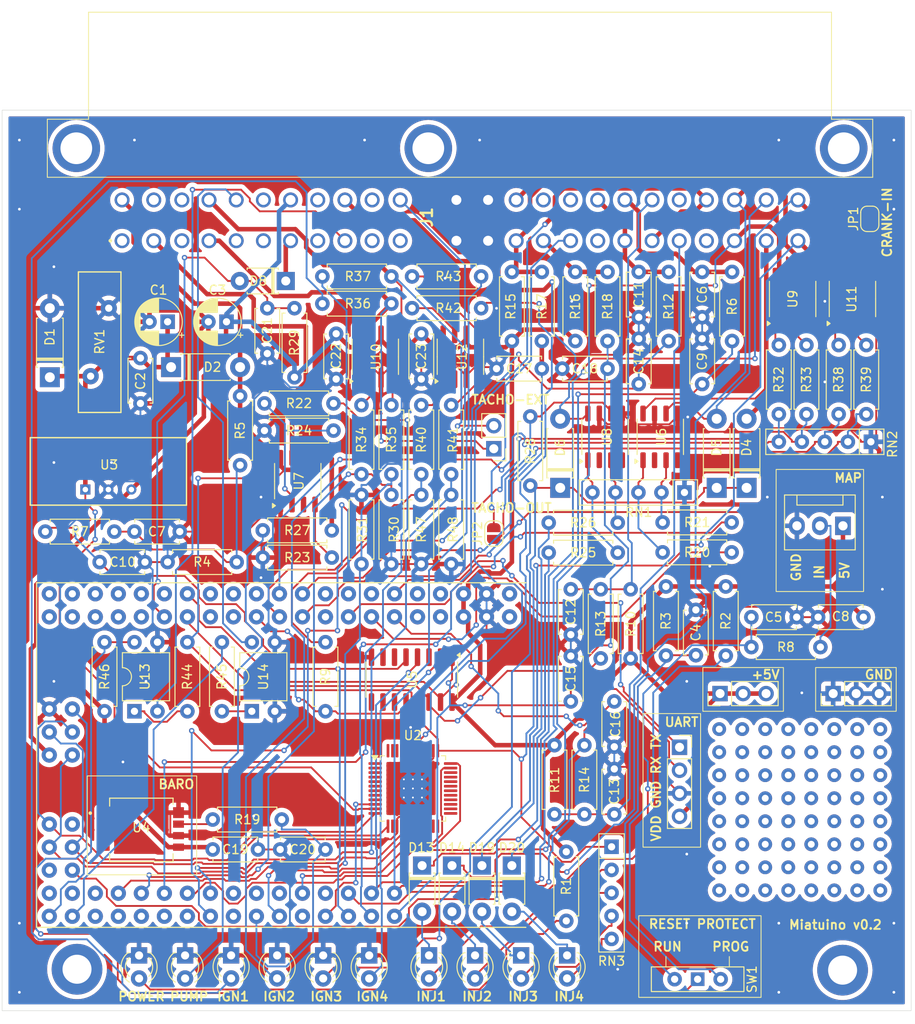
<source format=kicad_pcb>
(kicad_pcb (version 20240108) (generator "pcbnew") (generator_version "8.0")
  (layers (0 "F.Cu" signal) (31 "B.Cu" signal) (34 "B.Paste" user) (35 "F.Paste" user) (36 "B.SilkS" user "B.Silkscreen") (37 "F.SilkS" user "F.Silkscreen") (38 "B.Mask" user) (39 "F.Mask" user) (44 "Edge.Cuts" user))
  (net 0 "")
  (net 1 "GND")
  (net 2 "O2_Sensor")
  (net 3 "ADC-Clamp-12")
  (net 4 "ADC-Clamp-4")
  (net 5 "ADC-Clamp-5")
  (net 6 "MCU-A5")
  (net 7 "TPS_Sensor")
  (net 8 "IAT_Sensor")
  (net 9 "CLT_Sensor")
  (net 10 "ADC-Clamp-3")
  (net 11 "ADC-Clamp-1")
  (net 12 "ADC-Clamp-2")
  (net 13 "ADC-Clamp-14")
  (net 14 "ADC-Clamp-13")
  (net 15 "MCU-A12")
  (net 16 "MCU-A8")
  (net 17 "MCU-D20")
  (net 18 "MCU-A11")
  (net 19 "12V-SW")
  (net 20 "Net-(D3-A)")
  (net 21 "IDLE-OUT")
  (net 22 "BOOST-OUT")
  (net 23 "FAN-OUT")
  (net 24 "Net-(D7-A)")
  (net 25 "VSS")
  (net 26 "Net-(D9-A)")
  (net 27 "Net-(D10-A)")
  (net 28 "Net-(D11-A)")
  (net 29 "Net-(D11-K)")
  (net 30 "Net-(D12-K)")
  (net 31 "Net-(D12-A)")
  (net 32 "INJ-1-OUT")
  (net 33 "INJ-2-OUT")
  (net 34 "Net-(D17-K)")
  (net 35 "Net-(D17-A)")
  (net 36 "Net-(D18-K)")
  (net 37 "Net-(D18-A)")
  (net 38 "INJ-3-OUT")
  (net 39 "INJ-4-OUT")
  (net 44 "CRANK-IN")
  (net 45 "ROUT1")
  (net 46 "CAM-IN")
  (net 48 "TACHO-OUT")
  (net 49 "IGN-2-OUT")
  (net 50 "AC-REQ-IN")
  (net 57 "ST_Sig")
  (net 59 "Net-(J1-2F)")
  (net 62 "IGN-1-OUT")
  (net 68 "Clutch_in")
  (net 70 "ROUT2")
  (net 71 "MCU-D3")
  (net 72 "MCU-D21")
  (net 73 "ADC-Clamp-11")
  (net 74 "Net-(U4-VOUT)")
  (net 75 "MCU-D2")
  (net 76 "MCU-D4")
  (net 77 "MCU-D37")
  (net 78 "MCU-D35")
  (net 79 "Net-(RN1C-R3.2)")
  (net 80 "MCU-D49")
  (net 81 "Net-(RN1D-R4.2)")
  (net 82 "MCU-D1")
  (net 83 "MCU-D11")
  (net 84 "MCU-D10")
  (net 85 "MCU-D39")
  (net 86 "MCU-D41")
  (net 87 "MCU-D9")
  (net 88 "MCU-D8")
  (net 89 "MCU-D32")
  (net 90 "MCU-D33")
  (net 91 "RESET")
  (net 92 "MCU-A10")
  (net 93 "MCU-D51")
  (net 94 "MCU-D52")
  (net 95 "MCU-D50")
  (net 96 "MCU-A9")
  (net 97 "33814-CSB")
  (net 98 "ADC-Clamp-10")
  (net 99 "ADC-Clamp-7")
  (net 100 "ADC-Clamp-6")
  (net 101 "ADC-Clamp-8")
  (net 102 "ADC-Clamp-9")
  (net 103 "MCU-D0")
  (net 104 "MCU-D42")
  (net 105 "MCU-D14")
  (net 106 "MCU-D22")
  (net 107 "MCU-D45")
  (net 108 "MCU-D46")
  (net 109 "MCU-D23")
  (net 110 "MCU-D16")
  (net 111 "MCU-D31")
  (net 112 "MCU-D48")
  (net 113 "MCU-D25")
  (net 114 "MCU-D17")
  (net 115 "MCU-D34")
  (net 116 "MCU-D27")
  (net 117 "MCU-D15")
  (net 118 "MCU-D40")
  (net 119 "MCU-D47")
  (net 120 "MCU-D29")
  (net 121 "MCU-D36")
  (net 122 "MCU-D53")
  (net 123 "MCU-D28")
  (net 124 "MCU-D43")
  (net 125 "MCU-D5")
  (net 126 "MCU-D6")
  (net 127 "MCU-D38")
  (net 128 "MCU-D7")
  (net 129 "MCU-D13")
  (net 130 "MCU-D26")
  (net 131 "MCU-D44")
  (net 132 "MCU-D24")
  (net 133 "MCU-A7")
  (net 134 "MCU-D30")
  (net 135 "Regulator_IN")
  (net 136 "+5V")
  (net 137 "AC-COMP-OUT")
  (net 178 "Net-(J2-Pin_2)")
  (net 179 "Net-(U7-INPUT)")
  (net 180 "Net-(U7-STAT_DIS)")
  (net 185 "Net-(SW1-C)")
  (net 186 "Net-(C7-Pad1)")
  (net 187 "Net-(JP2-A)")
  (net 188 "Net-(SW1-A)")
  (net 189 "Net-(R44-Pad2)")
  (net 190 "Net-(R45-Pad2)")
  (net 191 "Net-(U9-IN1)")
  (net 192 "Net-(U9-IN2)")
  (net 193 "Net-(U10-IN_A)")
  (net 194 "Net-(U10-IN_B)")
  (net 195 "Net-(U11-IN1)")
  (net 196 "Net-(U11-IN2)")
  (net 210 "Net-(D15-A)")
  (net 211 "Net-(D16-A)")
  (net 212 "Net-(U12-IN_A)")
  (net 213 "Net-(U12-IN_B)")
  (net 214 "IGN-3-OUT")
  (net 215 "IGN-4-OUT")
  (net 218 "Net-(RN1A-R1.2)")
  (net 219 "Net-(RN1B-R2.2)")
  (footprint "Diode_THT:D_T-1_P5.08mm_Horizontal" (layer "F.Cu") (at 133.54 76.5 180)
    (property "Reference" "D8")
    (property "Value" "D")
  )
  (footprint "Resistor_THT:R_Axial_DIN0207_L6.3mm_D2.5mm_P7.62mm_Horizontal" (layer "F.Cu") (at 169.056 83.12 90)
    (property "Reference" "R18")
    (property "Value" "220R")
  )
  (footprint "Resistor_THT:R_Axial_DIN0207_L6.3mm_D2.5mm_P7.62mm_Horizontal" (layer "F.Cu") (at 145.198 90.19 -90)
    (property "Reference" "R35")
    (property "Value" "1k")
  )
  (footprint "Varistor:RV_Disc_D15.5mm_W4.7mm_P7.5mm" (layer "F.Cu") (at 112 87 90)
    (property "Reference" "RV1")
    (property "Value" "Varistor")
  )
  (footprint "Package_SO:SO-8_3.9x4.9mm_P1.27mm" (layer "F.Cu") (at 168.783 93.691 90)
    (property "Reference" "U8")
    (property "Value" "VNLD5090")
  )
  (footprint "Resistor_THT:R_Axial_DIN0207_L6.3mm_D2.5mm_P7.62mm_Horizontal" (layer "F.Cu") (at 182.104 117.81 90)
    (property "Reference" "R2")
    (property "Value" "10k")
  )
  (footprint "Resistor_THT:R_Axial_DIN0207_L6.3mm_D2.5mm_P7.62mm_Horizontal" (layer "F.Cu") (at 125.476 135.89)
    (property "Reference" "R19")
    (property "Value" "22K")
  )
  (footprint "Resistor_THT:R_Axial_DIN0207_L6.3mm_D2.5mm_P7.62mm_Horizontal" (layer "F.Cu") (at 128.5 96.81 90)
    (property "Reference" "R5")
    (property "Value" "3.9k")
  )
  (footprint "Package_DIP:DIP-4_W7.62mm" (layer "F.Cu") (at 116.84 123.952 90)
    (property "Reference" "U13")
    (property "Value" "TLP222A")
  )
  (footprint "Resistor_THT:R_Axial_DIN0207_L6.3mm_D2.5mm_P7.62mm_Horizontal" (layer "F.Cu") (at 145.198 76 180)
    (property "Reference" "R37")
    (property "Value" "3.3k")
  )
  (footprint "Package_SO:SO-8_3.9x4.9mm_P1.27mm" (layer "F.Cu") (at 134.865 98.575 90)
    (property "Reference" "U7")
    (property "Value" "VN5160S-E")
  )
  (footprint "Resistor_THT:R_Axial_DIN0207_L6.3mm_D2.5mm_P7.62mm_Horizontal" (layer "F.Cu") (at 120.5 107.5)
    (property "Reference" "R4")
    (property "Value" "1k")
  )
  (footprint "Capacitor_THT:C_Disc_D4.7mm_W2.5mm_P5.00mm" (layer "F.Cu") (at 156.802 86.168)
    (property "Reference" "C17")
    (property "Value" "0.1uF")
  )
  (footprint "Miatuino:XDCR_KP234XTMA1" (layer "F.Cu") (at 117.602 137.033)
    (property "Reference" "U4")
    (property "Value" "KP234XTMA1")
  )
  (footprint "Capacitor_THT:C_Disc_D4.7mm_W2.5mm_P5.00mm" (layer "F.Cu") (at 165 122.866 90)
    (property "Reference" "C15")
    (property "Value" "0.22uF")
  )
  (footprint "Resistor_THT:R_Axial_DIN0207_L6.3mm_D2.5mm_P7.62mm_Horizontal" (layer "F.Cu") (at 158.5 75.5 -90)
    (property "Reference" "R15")
    (property "Value" "1k")
  )
  (footprint "Resistor_THT:R_Axial_DIN0207_L6.3mm_D2.5mm_P7.62mm_Horizontal" (layer "F.Cu") (at 151.802 100.096 -90)
    (property "Reference" "R48")
    (property "Value" "100k")
  )
  (footprint "Resistor_THT:R_Axial_DIN0207_L6.3mm_D2.5mm_P7.62mm_Horizontal" (layer "F.Cu") (at 141.896 107.716 90)
    (property "Reference" "R31")
    (property "Value" "100k")
  )
  (footprint "Miatuino:1749171" (layer "F.Cu") (at 115.473 72.064 90)
    (property "Reference" "J1")
    (property "Value" "Connector_174917-1" (hide yes))
  )
  (footprint "Resistor_THT:R_Axial_DIN0207_L6.3mm_D2.5mm_P7.62mm_Horizontal" (layer "F.Cu") (at 138.62 107 180)
    (property "Reference" "R23")
    (property "Value" "10k")
  )
  (footprint "Capacitor_THT:C_Disc_D4.7mm_W2.5mm_P5.00mm" (layer "F.Cu") (at 189.93 113.573 180)
    (property "Reference" "C5")
    (property "Value" "470pf")
  )
  (footprint "Resistor_THT:R_Axial_DIN0207_L6.3mm_D2.5mm_P7.62mm_Horizontal" (layer "F.Cu") (at 148.5 90.19 -90)
    (property "Reference" "R40")
    (property "Value" "1k")
  )
  (footprint "Resistor_THT:R_Axial_DIN0207_L6.3mm_D2.5mm_P7.62mm_Horizontal" (layer "F.Cu") (at 161.802 83.12 90)
    (property "Reference" "R17")
    (property "Value" "220R")
  )
  (footprint "Capacitor_THT:C_Disc_D4.7mm_W2.5mm_P5.00mm" (layer "F.Cu") (at 139.102 87.316 90)
    (property "Reference" "C22")
    (property "Value" "0.1uF")
  )
  (footprint "Resistor_THT:R_Axial_DIN0207_L6.3mm_D2.5mm_P7.62mm_Horizontal" (layer "F.Cu") (at 147.484 76)
    (property "Reference" "R43")
    (property "Value" "3.3k")
  )
  (footprint "Resistor_THT:R_Axial_DIN0207_L6.3mm_D2.5mm_P7.62mm_Horizontal" (layer "F.Cu") (at 122.682 116.332 -90)
    (property "Reference" "R44")
    (property "Value" "470R")
  )
  (footprint "Diode_THT:D_DO-41_SOD81_P7.62mm_Horizontal" (layer "F.Cu") (at 120.88 86)
    (property "Reference" "D2")
    (property "Value" "D_Schottky")
  )
  (footprint "Resistor_THT:R_Axial_DIN0207_L6.3mm_D2.5mm_P7.62mm_Horizontal" (layer "F.Cu") (at 147.484 79.5)
    (property "Reference" "R42")
    (property "Value" "3.3k")
  )
  (footprint "Resistor_THT:R_Axial_DIN0207_L6.3mm_D2.5mm_P7.62mm_Horizontal" (layer "F.Cu") (at 163.198 135.31 90)
    (property "Reference" "R11")
    (property "Value" "2.49k")
  )
  (footprint "Resistor_THT:R_Axial_DIN0207_L6.3mm_D2.5mm_P7.62mm_Horizontal" (layer "F.Cu") (at 131.19 90)
    (property "Reference" "R22")
    (property "Value" "1k")
  )
  (footprint "Diode_THT:D_DO-41_SOD81_P7.62mm_Horizontal" (layer "F.Cu") (at 163.83 99.314 90)
    (property "Reference" "D6")
    (property "Value" "D")
  )
  (footprint "MountingHole:MountingHole_3.2mm_M3_DIN965_Pad" (layer "F.Cu") (at 195 152.5)
    (property "Reference" "H2" (hide yes))
    (property "Value" "MountingHole")
  )
  (footprint "LED_THT:LED_D3.0mm" (layer "F.Cu") (at 142.748 150.876 -90)
    (property "Reference" "D16" (hide yes))
    (property "Value" "LED")
  )
  (footprint "Package_SO:SOIC-16_3.9x9.9mm_P1.27mm" (layer "F.Cu") (at 147.447 120.461 -90)
    (property "Reference" "U5")
    (property "Value" "SP720")
  )
  (footprint "Capacitor_THT:C_Disc_D4.7mm_W2.5mm_P5.00mm" (layer "F.Cu") (at 165 110.5 -90)
    (property "Reference" "C12")
    (property "Value" "0.1uF")
  )
  (footprint "Diode_THT:D_DO-41_SOD81_P7.62mm_Horizontal" (layer "F.Cu") (at 184.404 99.314 90)
    (property "Reference" "D4")
    (property "Value" "D")
  )
  (footprint "LED_THT:LED_D3.0mm" (layer "F.Cu") (at 159.512 150.871 -90)
    (property "Reference" "D17" (hide yes))
    (property "Value" "LED")
  )
  (footprint "Resistor_THT:R_Axial_DIN0207_L6.3mm_D2.5mm_P7.62mm_Horizontal" (layer "F.Cu") (at 145.198 107.716 90)
    (property "Reference" "R30")
    (property "Value" "100k")
  )
  (footprint "Resistor_THT:R_Array_SIP5" (layer "F.Cu") (at 177.546 99.822 180)
    (property "Reference" "RN1")
    (property "Value" "100k")
  )
  (footprint "Capacitor_THT:C_Disc_D4.7mm_W2.5mm_P5.00mm" (layer "F.Cu") (at 113 107.5)
    (property "Reference" "C10")
    (property "Value" "0.22uF")
  )
  (footprint "Diode_THT:D_T-1_P5.08mm_Horizontal" (layer "F.Cu") (at 155.194 140.97 -90)
    (property "Reference" "D19")
    (property "Value" "D")
  )
  (footprint "Connector_PinHeader_2.54mm:PinHeader_1x02_P2.54mm_Vertical" (layer "F.Cu") (at 156.5 95 180)
    (property "Reference" "J5" (hide yes))
    (property "Value" "Conn_01x02")
  )
  (footprint "MountingHole:MountingHole_3.2mm_M3_DIN965_Pad" (layer "F.Cu") (at 110.5 152.4 90)
    (property "Reference" "H1" (hide yes))
    (property "Value" "MountingHole")
  )
  (footprint "Capacitor_THT:C_Disc_D4.7mm_W2.5mm_P5.00mm" (layer "F.Cu") (at 148.5 87.316 90)
    (property "Reference" "C23")
    (property "Value" "0.1uF")
  )
  (footprint "Button_Switch_THT:SW_Slide-03_Wuerth-WS-SLTV_10x2.5x6.4_P2.54mm" (layer "F.Cu") (at 179 153.5)
    (property "Reference" "SW1")
    (property "Value" "SW_Wuerth_450301014042")
  )
  (footprint "Resistor_THT:R_Array_SIP5" (layer "F.Cu") (at 198.12 94.234 180)
    (property "Reference" "RN2")
    (property "Value" "R_Network04_Split")
  )
  (footprint "Resistor_THT:R_Axial_DIN0207_L6.3mm_D2.5mm_P7.62mm_Horizontal" (layer "F.Cu") (at 175.5 117.81 90)
    (property "Reference" "R3")
    (property "Value" "120R")
  )
  (footprint "Diode_THT:D_T-1_P5.08mm_Horizontal" (layer "F.Cu") (at 158.496 140.97 -90)
    (property "Reference" "D20")
    (property "Value" "D")
  )
  (footprint "Capacitor_THT:C_Disc_D4.7mm_W2.5mm_P5.00mm" (layer "F.Cu") (at 164.056 86.168)
    (property "Reference" "C18")
    (property "Value" "0.1uF")
  )
  (footprint "Diode_THT:D_T-1_P5.08mm_Horizontal" (layer "F.Cu") (at 151.892 140.97 -90)
    (property "Reference" "D14")
    (property "Value" "D")
  )
  (footprint "Resistor_THT:R_Axial_DIN0207_L6.3mm_D2.5mm_P7.62mm_Horizontal" (layer "F.Cu") (at 182.802 83.12 90)
    (property "Reference" "R6")
    (property "Value" "470R")
  )
  (footprint "Diode_THT:D_T-1_P5.08mm_Horizontal" (layer "F.Cu") (at 148.59 140.97 -90)
    (property "Reference" "D13")
    (property "Value" "D")
  )
  (footprint "Capacitor_THT:C_Disc_D4.7mm_W2.5mm_P5.00mm" (layer "F.Cu") (at 131.5 79.5 -90)
    (property "Reference" "C21")
    (property "Value" "0.1uF")
  )
  (footprint "Resistor_THT:R_Axial_DIN0207_L6.3mm_D2.5mm_P7.62mm_Horizontal" (layer "F.Cu") (at 145.198 79 180)
    (property "Reference" "R36")
    (property "Value" "3.3k")
  )
  (footprint "Capacitor_THT:CP_Radial_D5.0mm_P2.00mm" (layer "F.Cu") (at 127 81 180)
    (property "Reference" "C3")
    (property "Value" "10uF")
  )
  (footprint "Capacitor_THT:C_Disc_D4.7mm_W2.5mm_P5.00mm" (layer "F.Cu") (at 169.802 135.31 90)
    (property "Reference" "C13")
    (property "Value" "0.1uF")
  )
  (footprint "Miatuino:Arduino Mega Pro" (layer "F.Cu") (at 133.042 128.778 180)
    (property "Reference" "U1" (hide yes))
    (property "Value" "MEGA_PRO_EMBED_CH340G___ATMEGA2560")
  )
  (footprint "Package_DIP:DIP-4_W7.62mm" (layer "F.Cu") (at 129.794 123.952 90)
    (property "Reference" "U14")
    (property "Value" "TLP222A")
  )
  (footprint "LED_THT:LED_D3.0mm" (layer "F.Cu") (at 164.592 150.871 -90)
    (property "Reference" "D18" (hide yes))
    (property "Value" "LED")
  )
  (footprint "Resistor_THT:R_Axial_DIN0207_L6.3mm_D2.5mm_P7.62mm_Horizontal" (layer "F.Cu") (at 197.612 83.566 -90)
    (property "Reference" "R39")
    (property "Value" "1k")
  )
  (footprint "Capacitor_THT:C_Disc_D4.7mm_W2.5mm_P5.00mm" (layer "F.Cu") (at 179.5 75.5 -90)
    (property "Reference" "C6")
    (property "Value" "0.1uF")
  )
  (footprint "Resistor_THT:R_Axial_DIN0207_L6.3mm_D2.5mm_P7.62mm_Horizontal" (layer "F.Cu") (at 168.302 118.12 90)
    (property "Reference" "R13")
    (property "Value" "470R")
  )
  (footprint "Resistor_THT:R_Axial_DIN0207_L6.3mm_D2.5mm_P7.62mm_Horizontal" (layer "F.Cu") (at 175.133 106.426)
    (property "Reference" "R20")
    (property "Value" "1k")
  )
  (footprint "Connector:FanPinHeader_1x03_P2.54mm_Vertical" (layer "F.Cu") (at 195.04 103.5 180)
    (property "Reference" "J2" (hide yes))
    (property "Value" "Conn_01x03_Socket")
  )
  (footprint "Resistor_THT:R_Axial_DIN0207_L6.3mm_D2.5mm_P7.62mm_Horizontal" (layer "F.Cu") (at 113.538 123.952 90)
    (property "Reference" "R46")
    (property "Value" "1kR")
  )
  (footprint "Package_SO:SO-8_3.9x4.9mm_P1.27mm" (layer "F.Cu") (at 196.088 78.486 90)
    (property "Reference" "U11")
    (property "Value" "VNLD5090")
  )
  (footprint "Connector_PinHeader_2.54mm:PinHeader_1x03_P2.54mm_Vertical" (layer "F.Cu") (at 181.475 122 90)
    (property "Reference" "J4" (hide yes))
    (property "Value" "Conn_01x03_Pin")
  )
  (footprint "Resistor_THT:R_Axial_DIN0207_L6.3mm_D2.5mm_P7.62mm_Horizontal" (layer "F.Cu") (at 170.18 103.159 180)
    (property "Reference" "R26")
    (property "Value" "1k")
  )
  (footprint "Package_SO:SOIC-8_3.9x4.9mm_P1.27mm" (layer "F.Cu") (at 143.42 84.856 90)
    (property "Reference" "U10")
    (property "Value" "TC4424A")
  )
  (footprint "Capacitor_THT:C_Disc_D4.7mm_W2.5mm_P5.00mm" (layer "F.Cu") (at 172.5 87.866 90)
    (property "Reference" "C14")
    (property "Value" "0.22uF")
  )
  (footprint "Miatuino:BP5293-50" (layer "F.Cu") (at 111.42 99.5)
    (property "Reference" "U3")
    (property "Value" "BP5293-50")
  )
  (footprint "Package_SO:SO-8_3.9x4.9mm_P1.27mm" (layer "F.Cu") (at 174.879 93.691 90)
    (property "Reference" "U6")
    (property "Value" "VNLD5090")
  )
  (footprint "Diode_THT:D_DO-41_SOD81_P7.62mm_Horizontal" (layer "F.Cu") (at 107.5 87.12 90)
    (property "Reference" "D1")
    (property "Value" "D_TVS")
  )
  (footprint "LED_THT:LED_D3.0mm" (layer "F.Cu") (at 122.428 150.876 -90)
    (property "Reference" "D7" (hide yes))
    (property "Value" "LED Fuel")
  )
  (footprint "Jumper:SolderJumper-2_P1.3mm_Open_RoundedPad1.0x1.5mm" (layer "F.Cu") (at 198 69.65 90)
    (property "Reference" "JP1")
    (property "Value" "SolderJumper_2_Open")
  )
  (footprint "Resistor_THT:R_Axial_DIN0207_L6.3mm_D2.5mm_P7.62mm_Horizontal" (layer "F.Cu") (at 131.19 93)
    (property "Reference" "R24")
    (property "Value" "100k")
  )
  (footprint "Capacitor_THT:C_Disc_D4.7mm_W2.5mm_P5.00mm" (layer "F.Cu") (at 117.5 85 -90)
    (property "Reference" "C2")
    (property "Value" "0.1uF")
  )
  (footprint "Capacitor_THT:CP_Radial_D5.0mm_P2.00mm" (layer "F.Cu") (at 120.5 81 180)
    (property "Reference" "C1")
    (property "Value" "10uF")
  )
  (footprint "Resistor_THT:R_Axial_DIN0207_L6.3mm_D2.5mm_P7.62mm_Horizontal" (layer "F.Cu") (at 187.96 83.566 -90)
    (property "Reference" "R32")
    (property "Value" "1k")
  )
  (footprint "Resistor_THT:R_Axial_DIN0207_L6.3mm_D2.5mm_P7.62mm_Horizontal" (layer "F.Cu") (at 165.5 75.5 -90)
    (property "Reference" "R16")
    (property "Value" "1k")
  )
  (footprint "Resistor_THT:R_Axial_DIN0207_L6.3mm_D2.5mm_P7.62mm_Horizontal" (layer "F.Cu") (at 184.93 116.875)
    (property "Reference" "R8")
    (property "Value" "470R")
  )
  (footprint "Resistor_THT:R_Axial_DIN0207_L6.3mm_D2.5mm_P7.62mm_Horizontal" (layer "F.Cu") (at 194.564 83.566 -90)
    (property "Reference" "R38")
    (property "Value" "1k")
  )
  (footprint "Resistor_THT:R_Axial_DIN0207_L6.3mm_D2.5mm_P7.62mm_Horizontal" (layer "F.Cu") (at 171.604 110.5 -90)
    (property "Reference" "R10")
    (property "Value" "2.49k")
  )
  (footprint "LED_THT:LED_D3.0mm" (layer "F.Cu") (at 137.668 150.876 -90)
    (property "Reference" "D15" (hide yes))
    (property "Value" "LED")
  )
  (footprint "Resistor_THT:R_Axial_DIN0207_L6.3mm_D2.5mm_P7.62mm_Horizontal" (layer "F.Cu") (at 151.802 90.19 -90)
    (property "Reference" "R41")
    (property "Value" "1k")
  )
  (footprint "Capacitor_THT:C_Disc_D4.7mm_W2.5mm_P5.00mm" (layer "F.Cu") (at 192.296 113.573)
    (property "Reference" "C8")
    (property "Value" "0.1uF")
  )
  (footprint "LED_THT:LED_D3.0mm" (layer "F.Cu") (at 154.432 150.871 -90)
    (property "Reference" "D12" (hide yes))
    (property "Value" "LED")
  )
  (footprint "LED_THT:LED_D3.0mm" (layer "F.Cu") (at 117.348 150.876 -90)
    (property "Reference" "D3" (hide yes))
    (property "Value" "LED Power")
  )
  (footprint "Resistor_THT:R_Axial_DIN0207_L6.3mm_D2.5mm_P7.62mm_Horizontal" (layer "F.Cu") (at 141.896 90.19 -90)
    (property "Reference" "R34")
    (property "Value" "1k")
  )
  (footprint "Capacitor_THT:C_Disc_D4.7mm_W2.5mm_P5.00mm" (layer "F.Cu") (at 179.5 87.866 90)
    (property "Reference" "C9")
    (property "Value" "0.22uF")
  )
  (footprint "Resistor_THT:R_Axial_DIN0207_L6.3mm_D2.5mm_P7.62mm_Horizontal" (layer "F.Cu") (at 148.5 107.716 90)
    (property "Reference" "R47")
    (property "Value" "100k")
  )
  (footprint "Connector_PinHeader_2.54mm:PinHeader_1x03_P2.54mm_Vertical" (layer "F.Cu") (at 193.96 122 90)
    (property "Reference" "J6" (hide yes))
    (property "Value" "Conn_01x03_Pin")
  )
  (footprint "Diode_THT:D_DO-41_SOD81_P7.62mm_Horizontal" (layer "F.Cu") (at 181.102 99.314 90)
    (property "Reference" "D5")
    (property "Value" "D")
  )
  (footprint "Package_SO:SO-8_3.9x4.9mm_P1.27mm" (layer "F.Cu") (at 189.484 78.486 90)
    (property "Reference" "U9")
    (property "Value" "VNLD5090")
  )
  (footprint "Jumper:SolderJumper-2_P1.3mm_Open_RoundedPad1.0x1.5mm" (layer "F.Cu") (at 156.5 104.35 90)
    (property "Reference" "JP2")
    (property "Value" "Jumper")
  )
  (footprint "Resistor_THT:R_Axial_DIN0207_L6.3mm_D2.5mm_P7.62mm_Horizontal" (layer "F.Cu") (at 175.133 103.124)
    (property "Reference" "R21")
    (property "Value" "1k")
  )
  (footprint "Resistor_THT:R_Axial_DIN0207_L6.3mm_D2.5mm_P7.62mm_Horizontal" (layer "F.Cu") (at 134.5 87.12 90)
    (property "Reference" "R29")
    (property "Value" "1k")
  )
  (footprint "Capacitor_THT:C_Disc_D4.7mm_W2.5mm_P5.00mm" (layer "F.Cu") (at 116.84 104.14)
    (property "Reference" "C7")
    (property "Value" "0.1uF")
  )
  (footprint "Resistor_THT:R_Axial_DIN0207_L6.3mm_D2.5mm_P7.62mm_Horizontal" (layer "F.Cu") (at 107 104.14)
    (property "Reference" "R7")
    (property "Value" "470R")
  )
  (footprint "Package_QFP:LQFP-48-1EP_7x7mm_P0.5mm_EP3.6x3.6mm_ThermalVias" (layer "F.Cu") (at 147.574 132.464)
    (property "Reference" "U2")
    (property "Value" "IC_Automotive_MC33814")
  )
  (footprint "Resistor_THT:R_Axial_DIN0207_L6.3mm_D2.5mm_P7.62mm_Horizontal" (layer "F.Cu") (at 160.528 99.06 90)
    (property "Reference" "R28")
    (property "Value" "1k")
  )
  (footprint "clipboard:145b3946-6f92-40bb-845a-65230b2893cb" (layer "F.Cu") (at 181.38 125.92)
    (property "Reference" "")
    (property "Value" "")
  )
  (footprint "Resistor_THT:R_Axial_DIN0207_L6.3mm_D2.5mm_P7.62mm_Horizontal" (layer "F.Cu") (at 166.5 127.69 -90)
    (property "Reference" "R14")
    (property "Value" "470R")
  )
  (footprint "Resistor_THT:R_Axial_DIN0207_L6.3mm_D2.5mm_P7.62mm_Horizontal" (layer "F.Cu") (at 137.922 116.332 -90)
    (property "Reference" "R9")
    (property "Value" "1k")
  )
  (footprint "Capacitor_THT:C_Disc_D4.7mm_W2.5mm_P5.00mm" (layer "F.Cu") (at 130.476 139.192 180)
    (property "Reference" "C19")
    (property "Value" "0.1uF")
  )
  (footprint "LED_THT:LED_D3.0mm" (layer "F.Cu") (at 132.588 150.871 -90)
    (property "Reference" "D10" (hide yes))
    (property "Value" "LED")
  )
  (footprint "Resistor_THT:R_Axial_DIN0207_L6.3mm_D2.5mm_P7.62mm_Horizontal" (layer "F.Cu") (at 191.008 83.566 -90)
    (property "Reference" "R33")
    (property "Value" "1k")
  )
  (footprint "Resistor_THT:R_Axial_DIN0207_L6.3mm_D2.5mm_P7.62mm_Horizontal" (layer "F.Cu") (at 175.802 83.12 90)
    (property "Reference" "R12")
    (property "Value" "470R")
  )
  (footprint "Capacitor_THT:C_Disc_D4.7mm_W2.5mm_P5.00mm" (layer "F.Cu") (at 169.802 122.864 -90)
    (property "Reference" "C16")
    (property "Value" "0.22uF")
  )
  (footprint "Resistor_THT:R_Axial_DIN0207_L6.3mm_D2.5mm_P7.62mm_Horizontal" (layer "F.Cu") (at 138.62 104 180)
    (property "Reference" "R27")
    (property "Value" "2.49k")
  )
  (footprint "Capacitor_THT:C_Disc_D4.7mm_W2.5mm_P5.00mm" (layer "F.Cu") (at 178.802 117.77 90)
    (property "Reference" "C4")
    (property "Value" "22uF")
  )
  (footprint "Resistor_THT:R_Axial_DIN0207_L6.3mm_D2.5mm_P7.62mm_Horizontal" (layer "F.Cu") (at 170.18 106.461 180)
    (property "Reference" "R25")
    (property "Value" "1k")
  )
  (footprint "LED_THT:LED_D3.0mm" (layer "F.Cu") (at 127.508 150.871 -90)
    (property "Reference" "D9" (hide yes))
    (property "Value" "LED")
  )
  (footprint "Resistor_THT:R_Axial_DIN0207_L6.3mm_D2.5mm_P7.62mm_Horizontal" (layer "F.Cu") (at 164.5 139.446 -90)
    (property "Reference" "R1")
    (property "Value" "470R")
  )
  (footprint "Capacitor_THT:C_Disc_D4.7mm_W2.5mm_P5.00mm" (layer "F.Cu") (at 132.922 139.192)
    (property "Reference" "C20")
    (property "Value" "0.1uF")
  )
  (footprint "Resistor_THT:R_Array_SIP5" (layer "F.Cu") (at 169.5 138.9 -90)
    (property "Reference" "RN3")
    (property "Value" "3k")
  )
  (footprint "Resistor_THT:R_Axial_DIN0207_L6.3mm_D2.5mm_P7.62mm_Horizontal" (layer "F.Cu") (at 126.492 116.332 -90)
    (property "Reference" "R45")
    (property "Value" "470R")
  )
  (footprint "LED_THT:LED_D3.0mm" (layer "F.Cu") (at 149.352 150.871 -90)
    (property "Reference" "D11" (hide yes))
    (property "Value" "LED")
  )
  (footprint "Connector_PinSocket_2.54mm:PinSocket_1x04_P2.54mm_Vertical" (layer "F.Cu") (at 177 127.92)
    (property "Reference" "J3" (hide yes))
    (property "Value" "Conn_01x04_Pin")
  )
  (footprint "Capacitor_THT:C_Disc_D4.7mm_W2.5mm_P5.00mm" (layer "F.Cu") (at 172.5 75.5 -90)
    (property "Reference" "C11")
    (property "Value" "0.1uF")
  )
  (footprint "Package_SO:SOIC-8_3.9x4.9mm_P1.27mm" (layer "F.Cu") (at 152.818 84.856 90)
    (property "Reference" "U12")
    (property "Value" "TC4424A")
  )
  (gr_rect (start 172.974 124.206) (end 179.324 138.938) (stroke (width 0.1)) (fill none) (layer "F.SilkS"))
  (gr_rect (start 172.5 146.5) (end 186 155.5) (stroke (width 0.1)) (fill none) (layer "F.SilkS"))
  (gr_rect (start 179.578 119.126) (end 188.468 123.952) (stroke (width 0.1)) (fill none) (layer "F.SilkS"))
  (gr_line (start 175.5 152.0875) (end 175.5 151) (stroke (width 0.1)) (layer "F.SilkS"))
  (gr_rect (start 192.024 119.126) (end 200.914 123.952) (stroke (width 0.1)) (fill none) (layer "F.SilkS"))
  (gr_rect (start 187.664 97.283) (end 197.316 110.745) (stroke (width 0.1)) (fill none) (layer "F.SilkS"))
  (gr_line (start 182.5 152.0875) (end 182.5 151) (stroke (width 0.1)) (layer "F.SilkS"))
  (gr_rect (start 111.633 131.08) (end 123.708 141.986) (stroke (width 0.1)) (fill none) (layer "F.SilkS"))
  (gr_rect (start 102.235 57.658) (end 202.565 156.972) (stroke (width 0.05)) (fill none) (layer "Edge.Cuts"))
  (gr_text "INJ3" (at 157.988 155.995 0) (layer "F.SilkS") (effects (font (size 1 1) (thickness 0.2) (bold yes)) (justify left bottom)))
  (gr_text "RUN" (at 174 150.5 0) (layer "F.SilkS") (effects (font (size 1 1) (thickness 0.2) (bold yes)) (justify left bottom)))
  (gr_text "CRANK-IN" (at 200.5 74 90) (layer "F.SilkS") (effects (font (size 1 1) (thickness 0.2) (bold yes)) (justify left bottom)))
  (gr_text "INJ1" (at 147.828 155.995 0) (layer "F.SilkS") (effects (font (size 1 1) (thickness 0.2) (bold yes)) (justify left bottom)))
  (gr_text "UART" (at 175.26 125.73 0) (layer "F.SilkS") (effects (font (size 1 1) (thickness 0.2) (bold yes)) (justify left bottom)))
  (gr_text "IGN1" (at 125.857 155.995 0) (layer "F.SilkS") (effects (font (size 1 1) (thickness 0.2) (bold yes)) (justify left bottom)))
  (gr_text "5V" (at 195.802 109.475 90) (layer "F.SilkS") (effects (font (size 1 1) (thickness 0.2) (bold yes)) (justify left bottom)))
  (gr_text "INJ2" (at 152.908 155.995 0) (layer "F.SilkS") (effects (font (size 1 1) (thickness 0.2) (bold yes)) (justify left bottom)))
  (gr_text "IN" (at 192.998 109.475 90) (layer "F.SilkS") (effects (font (size 1 1) (thickness 0.2) (bold yes)) (justify left bottom)))
  (gr_text "MAP" (at 193.99 98.806 0) (layer "F.SilkS") (effects (font (size 1 1) (thickness 0.2) (bold yes)) (justify left bottom)))
  (gr_text "POWER" (at 114.935 155.995 0) (layer "F.SilkS") (effects (font (size 1 1) (thickness 0.2) (bold yes)) (justify left bottom)))
  (gr_text "VDD GND RX TX" (at 175 138.42 90) (layer "F.SilkS") (effects (font (size 1 1) (thickness 0.2) (bold yes)) (justify left bottom)))
  (gr_text "GND" (at 199 120.5 0) (layer "F.SilkS") (effects (font (size 1 1) (thickness 0.2) (bold yes)) (justify bottom)))
  (gr_text "TACHO-EXT" (at 153.924 90.17 0) (layer "F.SilkS") (effects (font (size 1 1) (thickness 0.2) (bold yes)) (justify left bottom)))
  (gr_text "IGN3" (at 136.144 156 0) (layer "F.SilkS") (effects (font (size 1 1) (thickness 0.2) (bold yes)) (justify left bottom)))
  (gr_text "GND" (at 190.458 109.729 90) (layer "F.SilkS") (effects (font (size 1 1) (thickness 0.2) (bold yes)) (justify left bottom)))
  (gr_text "PROG" (at 180.5 150.5 0) (layer "F.SilkS") (effects (font (size 1 1) (thickness 0.2) (bold yes)) (justify left bottom)))
  (gr_text "INJ4" (at 163.068 155.995 0) (layer "F.SilkS") (effects (font (size 1 1) (thickness 0.2) (bold yes)) (justify left bottom)))
  (gr_text "Miatuino v0.2" (at 188.976 148.082 0) (layer "F.SilkS") (effects (font (size 1 1) (thickness 0.2) (bold yes)) (justify left bottom)))
  (gr_text "RESET PROTECT" (at 173.5 148 0) (layer "F.SilkS") (effects (font (size 1 1) (thickness 0.2) (bold yes)) (justify left bottom)))
  (gr_text "BARO" (at 119.38 132.588 0) (layer "F.SilkS") (effects (font (size 1 1) (thickness 0.2) (bold yes)) (justify left bottom)))
  (gr_text "IGN4" (at 141.224 156 0) (layer "F.SilkS") (effects (font (size 1 1) (thickness 0.2) (bold yes)) (justify left bottom)))
  (gr_text "TACHO-OUT" (at 153.924 102.108 0) (layer "F.SilkS") (effects (font (size 1 1) (thickness 0.2) (bold yes)) (justify left bottom)))
  (gr_text "+5V" (at 186.5 120.5 0) (layer "F.SilkS") (effects (font (size 1 1) (thickness 0.2) (bold yes)) (justify bottom)))
  (gr_text "PUMP" (at 120.65 155.995 0) (layer "F.SilkS") (effects (font (size 1 1) (thickness 0.2) (bold yes)) (justify left bottom)))
  (gr_text "IGN2" (at 130.937 155.995 0) (layer "F.SilkS") (effects (font (size 1 1) (thickness 0.2) (bold yes)) (justify left bottom)))
  (segment (start 153.453 87.331) (end 153.453 86.9497) (width 0.2) (layer "F.Cu") (net 1))
  (segment (start 197.018 94.234) (end 197.018 94.0962) (width 0.2) (layer "F.Cu") (net 1))
  (segment (start 197.993 77.0923) (end 197.993 75.911) (width 0.2) (layer "F.Cu") (net 1))
  (segment (start 122.619 79.75) (end 118.619 79.75) (width 0.5) (layer "F.Cu") (net 1))
  (segment (start 168.148 91.41) (end 169.031 92.2933) (width 0.2) (layer "F.Cu") (net 1))
  (segment (start 155.873 72.064) (end 152.373 72.064) (width 0.2) (layer "F.Cu") (net 1))
  (segment (start 199.04 100.68) (end 199.39 100.33) (width 0.5) (layer "F.Cu") (net 1))
  (segment (start 132.227 101.15) (end 128.138 105.239) (width 0.2) (layer "F.Cu") (net 1))
  (segment (start 199.39 110.49) (end 199.04 110.14) (width 0.5) (layer "F.Cu") (net 1))
  (segment (start 170.032 130.08) (end 169.802 130.31) (width 0.2) (layer "F.Cu") (net 1))
  (segment (start 118.619 79.75) (end 118.5 79.8686) (width 0.5) (layer "F.Cu") (net 1))
  (segment (start 199.04 119.888) (end 199.04 110.84) (width 0.5) (layer "F.Cu") (net 1))
  (segment (start 147.824 131.464) (end 147.574 131.464) (width 0.2) (layer "F.Cu") (net 1))
  (segment (start 189.93 113.573) (end 192.296 113.573) (width 0.2) (layer "F.Cu") (net 1))
  (segment (start 129 135.5) (end 126.832 137.668) (width 0.2) (layer "F.Cu") (net 1))
  (segment (start 197.018 94.0962) (end 195.648 92.7261) (width 0.2) (layer "F.Cu") (net 1))
  (segment (start 130.476 139.192) (end 132.922 139.192) (width 0.2) (layer "F.Cu") (net 1))
  (segment (start 199.04 110.14) (end 199.04 100.68) (width 0.5) (layer "F.Cu") (net 1))
  (segment (start 135.09 117.986) (end 143.002 117.986) (width 0.2) (layer "F.Cu") (net 1))
  (segment (start 197.993 77.0923) (end 198 77.0923) (width 0.2) (layer "F.Cu") (net 1))
  (segment (start 149.324 135.78) (end 149.324 136.626) (width 0.2) (layer "F.Cu") (net 1))
  (segment (start 146.574 135.587) (end 149.131 135.587) (width 0.2) (layer "F.Cu") (net 1))
  (segment (start 146.574 133.464) (end 146.574 135.587) (width 0.2) (layer "F.Cu") (net 1))
  (segment (start 155.702 115.202) (end 156.783 116.283) (width 0.2) (layer "F.Cu") (net 1))
  (segment (start 145.824 135.814) (end 146.052 135.587) (width 0.2) (layer "F.Cu") (net 1))
  (segment (start 132.588 150.871) (end 136.461 150.871) (width 0.2) (layer "F.Cu") (net 1))
  (segment (start 155.702 113.538) (end 155.702 115.202) (width 0.2) (layer "F.Cu") (net 1))
  (segment (start 188.849 76.1923) (end 189.749 77.0923) (width 0.2) (layer "F.Cu") (net 1))
  (segment (start 149.574 129.381) (end 149.824 129.131) (width 0.2) (layer "F.Cu") (net 1))
  (segment (start 177 133) (end 174.08 130.08) (width 0.2) (layer "F.Cu") (net 1))
  (segment (start 179.5 80.5) (end 172.5 80.5) (width 0.2) (layer "F.Cu") (net 1))
  (segment (start 157.793 80.5) (end 156.802 79.5091) (width 0.2) (layer "F.Cu") (net 1))
  (segment (start 199.04 95.154) (end 198.12 94.234) (width 0.5) (layer "F.Cu") (net 1))
  (segment (start 131 107) (end 129.898 107) (width 0.2) (layer "F.Cu") (net 1))
  (segment (start 145.03 86.0103) (end 144.055 86.9852) (width 0.2) (layer "F.Cu") (net 1))
  (segment (start 168.148 91.116) (end 168.148 91.41) (width 0.2) (layer "F.Cu") (net 1))
  (segment (start 140.405 86.0131) (end 143.083 86.0131) (width 0.2) (layer "F.Cu") (net 1))
  (segment (start 117.348 150.876) (end 122.428 150.876) (width 0.2) (layer "F.Cu") (net 1))
  (segment (start 178.802 112.77) (end 179.14 112.432) (width 0.2) (layer "F.Cu") (net 1))
  (segment (start 154.401 86.0013) (end 156.635 86.0013) (width 0.2) (layer "F.Cu") (net 1))
  (segment (start 130 135.5) (end 129 135.5) (width 0.2) (layer "F.Cu") (net 1))
  (segment (start 174.08 130.08) (end 170.032 130.08) (width 0.2) (layer "F.Cu") (net 1))
  (segment (start 174.244 91.116) (end 174.244 92.306) (width 0.2) (layer "F.Cu") (net 1))
  (segment (start 118.5 79.8686) (end 118.5 81) (width 0.5) (layer "F.Cu") (net 1))
  (segment (start 107.5 79.5) (end 114 79.5) (width 0.5) (layer "F.Cu") (net 1))
  (segment (start 151.802 107.716) (end 148.5 107.716) (width 0.2) (layer "F.Cu") (net 1))
  (segment (start 145.824 136.6265) (end 145.824 135.814) (width 0.2) (layer "F.Cu") (net 1))
  (segment (start 176.927 91.259) (end 176.784 91.116) (width 0.2) (layer "F.Cu") (net 1))
  (segment (start 127.038 104.14) (end 121.84 104.14) (width 0.2) (layer "F.Cu") (net 1))
  (segment (start 198.712 77.8043) (end 198.712 93.642) (width 0.2) (layer "F.Cu") (net 1))
  (segment (start 148.574 133.464) (end 147.574 133.464) (width 0.2) (layer "F.Cu") (net 1))
  (segment (start 147.824 127.493) (end 146.664 126.333) (width 0.2) (layer "F.Cu") (net 1))
  (segment (start 148.824 128.302) (end 148.824 129.381) (width 0.2) (layer "F.Cu") (net 1))
  (segment (start 148.5 87.316) (end 148.5 86.0103) (width 0.2) (layer "F.Cu") (net 1))
  (segment (start 172.5 82.866) (end 170.724 84.6425) (width 0.2) (layer "F.Cu") (net 1))
  (segment (start 146.052 135.587) (end 146.574 135.587) (width 0.2) (layer "F.Cu") (net 1))
  (segment (start 148.5 107.716) (end 145.198 107.716) (width 0.2) (layer "F.Cu") (net 1))
  (segment (start 188.849 75.911) (end 188.849 76.1923) (width 0.2) (layer "F.Cu") (net 1))
  (segment (start 119.98 90) (end 117.5 90) (width 0.5) (layer "F.Cu") (net 1))
  (segment (start 144.055 86.9852) (end 144.055 87.331) (width 0.2) (layer "F.Cu") (net 1))
  (segment (start 188.79 112.432) (end 189.93 113.573) (width 0.2) (layer "F.Cu") (net 1))
  (segment (start 134.042 138.072) (end 145.15 138.072) (width 0.2) (layer "F.Cu") (net 1))
  (segment (start 198.12 94.234) (end 197.018 94.234) (width 0.2) (layer "F.Cu") (net 1))
  (segment (start 128.138 105.239) (end 127.038 104.14) (width 0.2) (layer "F.Cu") (net 1))
  (segment (start 121.702 135.128) (end 120.8 135.128) (width 0.2) (layer "F.Cu") (net 1))
  (segment (start 120.8 137.668) (end 121.702 137.668) (width 0.2) (layer "F.Cu") (net 1))
  (segment (start 152.514 86.0103) (end 148.5 86.0103) (width 0.2) (layer "F.Cu") (net 1))
  (segment (start 114 79.5) (end 115.5 81) (width 0.5) (layer "F.Cu") (net 1))
  (segment (start 148.824 128.3015) (end 148.824 128.302) (width 0.2) (layer "F.Cu") (net 1))
  (segment (start 195.453 77.0923) (end 197.993 77.0923) (width 0.2) (layer "F.Cu") (net 1))
  (segment (start 136.461 150.871) (end 136.466 150.876) (width 0.2) (layer "F.Cu") (net 1))
  (segment (start 115.5 81) (end 118.5 81) (width 0.5) (layer "F.Cu") (net 1))
  (segment (start 127.508 150.871) (end 132.588 150.871) (width 0.2) (layer "F.Cu") (net 1))
  (segment (start 195.648 92.7261) (end 186.653 92.7261) (width 0.2) (layer "F.Cu") (net 1))
  (segment (start 145.824 137.398) (end 145.824 136.6265) (width 0.2) (layer "F.Cu") (net 1))
  (segment (start 135.817 126.333) (end 133.436 123.952) (width 0.2) (layer "F.Cu") (net 1))
  (segment (start 191.389 77.0923) (end 191.389 75.911) (width 0.2) (layer "F.Cu") (net 1))
  (segment (start 174.244 92.306) (end 171.878 92.306) (width 0.2) (layer "F.Cu") (net 1))
  (segment (start 122.428 150.876) (end 126.301 150.876) (width 0.2) (layer "F.Cu") (net 1))
  (segment (start 149.131 135.587) (end 149.324 135.78) (width 0.2) (layer "F.Cu") (net 1))
  (segment (start 149.324 136.626) (end 149.324 136.6265) (width 0.2) (layer "F.Cu") (net 1))
  (segment (start 198 77.0923) (end 198.712 77.8043) (width 0.2) (layer "F.Cu") (net 1))
  (segment (start 186.653 92.7261) (end 186.252 93.1278) (width 0.2) (layer "F.Cu") (net 1))
  (segment (start 136.466 150.876) (end 137.668 150.876) (width 0.2) (layer "F.Cu") (net 1))
  (segment (start 148.574 132.464) (end 147.574 132.464) (width 0.2) (layer "F.Cu") (net 1))
  (segment (start 179.54 93.1278) (end 177.91 91.4973) (width 0.2) (layer "F.Cu") (net 1))
  (segment (start 172.5 80.5) (end 157.793 80.5) (width 0.2) (layer "F.Cu") (net 1))
  (segment (start 133.436 116.332) (end 135.09 117.986) (width 0.2) (layer "F.Cu") (net 1))
  (segment (start 146.664 126.333) (end 135.817 126.333) (width 0.2) (layer "F.Cu") (net 1))
  (segment (start 191.389 77.0923) (end 195.453 77.0923) (width 0.2) (layer "F.Cu") (net 1))
  (segment (start 126.832 137.668) (end 121.702 137.668) (width 0.2) (layer "F.Cu") (net 1))
  (segment (start 125 84.98) (end 119.98 90) (width 0.5) (layer "F.Cu") (net 1))
  (segment (start 145.15 138.072) (end 145.824 137.398) (width 0.2) (layer "F.Cu") (net 1))
  (segment (start 126.306 150.871) (end 127.508 150.871) (width 0.2) (layer "F.Cu") (net 1))
  (segment (start 198.712 93.642) (end 198.12 94.234) (width 0.2) (layer "F.Cu") (net 1))
  (segment (start 125 81) (end 123.869 81) (width 0.5) (layer "F.Cu") (net 1))
  (segment (start 148.824 129.381) (end 148.824 131.214) (width 0.2) (layer "F.Cu") (net 1))
  (segment (start 199.04 99.98) (end 199.04 95.154) (width 0.5) (layer "F.Cu") (net 1))
  (segment (start 170.724 84.6425) (end 165.582 84.6425) (width 0.2) (layer "F.Cu") (net 1))
  (segment (start 195.453 77.0923) (end 195.453 75.911) (width 0.2) (layer "F.Cu") (net 1))
  (segment (start 120.8 135.128) (end 120.8 137.668) (width 0.2) (layer "F.Cu") (net 1))
  (segment (start 164.217 116.283) (end 165 115.5) (width 0.2) (layer "F.Cu") (net 1))
  (segment (start 199.04 122) (end 199.04 119.888) (width 0.5) (layer "F.Cu") (net 1))
  (segment (start 126.301 150.876) (end 126.306 150.871) (width 0.2) (layer "F.Cu") (net 1))
  (segment (start 137.668 150.876) (end 142.748 150.876) (width 0.2) (layer "F.Cu") (net 1))
  (segment (start 125 81) (end 125 84.98) (width 0.5) (layer "F.Cu") (net 1))
  (segment (start 156.783 116.283) (end 164.217 116.283) (width 0.2) (layer "F.Cu") (net 1))
  (segment (start 132.922 139.192) (end 134.042 138.072) (width 0.2) (layer "F.Cu") (net 1))
  (segment (start 171.878 92.306) (end 170.825 91.2531) (width 0.2) (layer "F.Cu") (net 1))
  (segment (start 177.91 91.4973) (end 177.165 91.4973) (width 0.2) (layer "F.Cu") (net 1))
  (segment (start 147.824 131.464) (end 147.824 128.3015) (width 0.2) (layer "F.Cu") (net 1))
  (segment (start 132.334 116.332) (end 133.436 116.332) (width 0.2) (layer "F.Cu") (net 1))
  (segment (start 189.749 77.0923) (end 191.389 77.0923) (width 0.2) (layer "F.Cu") (net 1))
  (segment (start 118 107.5) (end 120.5 107.5) (width 0.2) (layer "F.Cu") (net 1))
  (segment (start 149.824 128.3015) (end 149.824 128.302) (width 0.2) (layer "F.Cu") (net 1))
  (segment (start 139.102 87.316) (end 140.405 86.0131) (width 0.2) (layer "F.Cu") (net 1))
  (segment (start 179.14 112.432) (end 188.79 112.432) (width 0.2) (layer "F.Cu") (net 1))
  (segment (start 176.927 91.259) (end 175.88 92.306) (width 0.2) (layer "F.Cu") (net 1))
  (segment (start 148.5 86.0103) (end 145.03 86.0103) (width 0.2) (layer "F.Cu") (net 1))
  (segment (start 148.824 129.381) (end 149.574 129.381) (width 0.2) (layer "F.Cu") (net 1))
  (segment (start 169.785 92.2933) (end 170.825 91.2531) (width 0.2) (layer "F.Cu") (net 1))
  (segment (start 123.869 81) (end 122.619 79.75) (width 0.5) (layer "F.Cu") (net 1))
  (segment (start 153.453 86.9497) (end 152.514 86.0103) (width 0.2) (layer "F.Cu") (net 1))
  (segment (start 156.635 86.0013) (end 156.802 86.168) (width 0.2) (layer "F.Cu") (net 1))
  (segment (start 199.39 100.33) (end 199.04 99.98) (width 0.5) (layer "F.Cu") (net 1))
  (segment (start 147.574 131.464) (end 146.574 131.464) (width 0.2) (layer "F.Cu") (net 1))
  (segment (start 169.031 92.2933) (end 169.785 92.2933) (width 0.2) (layer "F.Cu") (net 1))
  (segment (start 132.96 101.15) (end 132.227 101.15) (width 0.2) (layer "F.Cu") (net 1))
  (segment (start 186.252 93.1278) (end 179.54 93.1278) (width 0.2) (layer "F.Cu") (net 1))
  (segment (start 148.574 131.464) (end 147.824 131.464) (width 0.2) (layer "F.Cu") (net 1))
  (segment (start 165.582 84.6425) (end 164.056 86.168) (width 0.2) (layer "F.Cu") (net 1))
  (segment (start 133.436 123.952) (end 132.334 123.952) (width 0.2) (layer "F.Cu") (net 1))
  (segment (start 147.824 128.3015) (end 147.824 127.493) (width 0.2) (layer "F.Cu") (net 1))
  (segment (start 129.898 107) (end 128.138 105.239) (width 0.2) (layer "F.Cu") (net 1))
  (segment (start 147.574 133.464) (end 146.574 133.464) (width 0.2) (layer "F.Cu") (net 1))
  (segment (start 155.873 67.564) (end 152.373 67.564) (width 0.2) (layer "F.Cu") (net 1))
  (segment (start 199.04 110.84) (end 199.39 110.49) (width 0.5) (layer "F.Cu") (net 1))
  (segment (start 153.453 86.9497) (end 154.401 86.0013) (width 0.2) (layer "F.Cu") (net 1))
  (segment (start 170.825 91.2531) (end 170.688 91.116) (width 0.2) (layer "F.Cu") (net 1))
  (segment (start 148.824 131.214) (end 148.574 131.464) (width 0.2) (layer "F.Cu") (net 1))
  (segment (start 175.88 92.306) (end 174.244 92.306) (width 0.2) (layer "F.Cu") (net 1))
  (segment (start 199.04 122) (end 193.96 122) (width 0.5) (layer "F.Cu") (net 1))
  (segment (start 143.083 86.0131) (end 144.055 86.9852) (width 0.2) (layer "F.Cu") (net 1))
  (segment (start 149.824 129.131) (end 149.824 128.302) (width 0.2) (layer "F.Cu") (net 1))
  (segment (start 177.165 91.4973) (end 176.927 91.259) (width 0.2) (layer "F.Cu") (net 1))
  (via (at 177.8 120.65) (size 0.6) (drill 0.3) (layers "F.Cu" "B.Cu") (net 1))
  (via (at 116.84 60.96) (size 0.6) (drill 0.3) (layers "F.Cu" "B.Cu") (net 1))
  (via (at 165.1 78.74) (size 0.6) (drill 0.3) (layers "F.Cu" "B.Cu") (net 1))
  (via (at 107.95 120.65) (size 0.6) (drill 0.3) (layers "F.Cu" "B.Cu") (net 1))
  (via (at 200.66 147.32) (size 0.6) (drill 0.3) (layers "F.Cu" "B.Cu") (net 1))
  (via (at 193.04 87.63) (size 0.6) (drill 0.3) (layers "F.Cu" "B.Cu") (net 1))
  (via (at 118.11 120.65) (size 0.6) (drill 0.3) (layers "F.Cu" "B.Cu") (net 1))
  (via (at 190.5 121.92) (size 0.6) (drill 0.3) (layers "F.Cu" "B.Cu") (net 1))
  (via (at 107.95 74.93) (size 0.6) (drill 0.3) (layers "F.Cu" "B.Cu") (net 1))
  (via (at 187.96 147.32) (size 0.6) (drill 0.3) (layers "F.Cu" "B.Cu") (net 1))
  (via (at 130 135.5) (size 0.6) (drill 0.3) (layers "F.Cu" "B.Cu") (net 1))
  (via (at 187.96 154.94) (size 0.6) (drill 0.3) (layers "F.Cu" "B.Cu") (net 1))
  (via (at 200.66 60.96) (size 0.6) (drill 0.3) (layers "F.Cu" "B.Cu") (net 1))
  (via (at 151.13 76.2) (size 0.6) (drill 0.3) (layers "F.Cu" "B.Cu") (net 1))
  (via (at 180.34 107.95) (size 0.6) (drill 0.3) (layers "F.Cu" "B.Cu") (net 1))
  (via (at 177.8 147.32) (size 0.6) (drill 0.3) (layers "F.Cu" "B.Cu") (net 1))
  (via (at 200.66 154.94) (size 0.6) (drill 0.3) (layers "F.Cu" "B.Cu") (net 1))
  (via (at 104.14 68.58) (size 0.6) (drill 0.3) (layers "F.Cu" "B.Cu") (net 1))
  (via (at 154.94 60.96) (size 0.6) (drill 0.3) (layers "F.Cu" "B.Cu") (net 1))
  (via (at 104.14 154.94) (size 0.6) (drill 0.3) (layers "F.Cu" "B.Cu") (net 1))
  (via (at 104.14 147.32) (size 0.6) (drill 0.3) (layers "F.Cu" "B.Cu") (net 1))
  (via (at 199.39 100.33) (size 0.6) (drill 0.3) (layers "F.Cu" "B.Cu") (net 1))
  (via (at 170.18 152.4) (size 0.6) (drill 0.3) (layers "F.Cu" "B.Cu") (net 1))
  (via (at 107.95 96.52) (size 0.6) (drill 0.3) (layers "F.Cu" "B.Cu") (net 1))
  (via (at 147.32 125.73) (size 0.6) (drill 0.3) (layers "F.Cu" "B.Cu") (net 1))
  (via (at 177.8 139.7) (size 0.6) (drill 0.3) (layers "F.Cu" "B.Cu") (net 1))
  (via (at 200.66 68.58) (size 0.6) (drill 0.3) (layers "F.Cu" "B.Cu") (net 1))
  (via (at 187.96 60.96) (size 0.6) (drill 0.3) (layers "F.Cu" "B.Cu") (net 1))
  (via (at 115.57 129.54) (size 0.6) (drill 0.3) (layers "F.Cu" "B.Cu") (net 1))
  (via (at 193.04 78.74) (size 0.6) (drill 0.3) (layers "F.Cu" "B.Cu") (net 1))
  (via (at 142.24 60.96) (size 0.6) (drill 0.3) (layers "F.Cu" "B.Cu") (net 1))
  (via (at 156.802 79.5091) (size 0.6) (drill 0.3) (layers "F.Cu" "B.Cu") (net 1))
  (via (at 199.39 110.49) (size 0.6) (drill 0.3) (layers "F.Cu" "B.Cu") (net 1))
  (via (at 130.81 100.33) (size 0.6) (drill 0.3) (layers "F.Cu" "B.Cu") (net 1))
  (via (at 130.81 109.22) (size 0.6) (drill 0.3) (layers "F.Cu" "B.Cu") (net 1))
  (via (at 186.69 100.33) (size 0.6) (drill 0.3) (layers "F.Cu" "B.Cu") (net 1))
  (via (at 177.91 91.4973) (size 0.6) (drill 0.3) (layers "F.Cu" "B.Cu") (net 1))
  (via (at 114.3 96.52) (size 0.6) (drill 0.3) (layers "F.Cu" "B.Cu") (net 1))
  (via (at 104.14 60.96) (size 0.6) (drill 0.3) (layers "F.Cu" "B.Cu") (net 1))
  (segment (start 131 105.898) (end 131 107) (width 0.2) (layer "B.Cu") (net 1))
  (segment (start 172.5 80.5) (end 172.5 82.866) (width 0.2) (layer "B.Cu") (net 1))
  (segment (start 131.644 108.746) (end 131.644 114.54) (width 0.2) (layer "B.Cu") (net 1))
  (segment (start 142.448 98.9943) (end 144.769 96.6734) (width 0.2) (layer "B.Cu") (net 1))
  (segment (start 177.546 111.514) (end 178.802 112.77) (width 0.2) (layer "B.Cu") (net 1))
  (segment (start 167.202 125.264) (end 167.202 120.068) (width 0.2) (layer "B.Cu") (net 1))
  (segment (start 139.102 87.316) (end 138.191 88.2269) (width 0.2) (layer "B.Cu") (net 1))
  (segment (start 114.86 98.6) (end 117.5 98.6) (width 0.2) (layer "B.Cu") (net 1))
  (segment (start 189.96 103.5) (end 189.96 113.543) (width 0.2) (layer "B.Cu") (net 1))
  (segment (start 113.699 99.5) (end 108.635 104.563) (width 0.2) (layer "B.Cu") (net 1))
  (segment (start 155.873 72.064) (end 156.802 72.993) (width 0.2) (layer "B.Cu") (net 1))
  (segment (start 155.702 113.538) (end 155.702 110.998) (width 0.2) (layer "B.Cu") (net 1))
  (segment (start 146.335 96.6734) (end 146.335 89.4809) (width 0.2) (layer "B.Cu") (net 1))
  (segment (start 121.84 104.14) (end 120.5 105.48) (width 0.2) (layer "B.Cu") (net 1))
  (segment (start 131.5 85.699) (end 131.5 84.5) (width 0.2) (layer "B.Cu") (net 1))
  (segment (start 138.191 88.2269) (end 134.028 88.2269) (width 0.2) (layer "B.Cu") (net 1))
  (segment (start 118 107.5) (end 118 99.1) (width 0.2) (layer "B.Cu") (net 1))
  (segment (start 148.361 121.639) (end 148.361 131.251) (width 0.2) (layer "B.Cu") (net 1))
  (segment (start 179.5 82.866) (end 177.91 84.4565) (width 0.2) (layer "B.Cu") (net 1))
  (segment (start 133.998 148.26) (end 133.998 140.268) (width 0.2) (layer "B.Cu") (net 1))
  (segment (start 144.769 96.6734) (end 146.335 96.6734) (width 0.2) (layer "B.Cu") (net 1))
  (segment (start 155.873 67.564) (end 155.873 72.064) (width 0.2) (layer "B.Cu") (net 1))
  (segment (start 108.635 104.563) (end 108.635 122.505) (width 0.2) (layer "B.Cu") (net 1))
  (segment (start 117.5 90) (end 117.5 98.6) (width 0.2) (layer "B.Cu") (net 1))
  (segment (start 189.96 113.543) (end 189.93 113.573) (width 0.2) (layer "B.Cu") (net 1))
  (segment (start 155.702 114.298) (end 148.361 121.639) (width 0.2) (layer "B.Cu") (net 1))
  (segment (start 119.38 115.23) (end 119.38 116.332) (width 0.2) (layer "B.Cu") (net 1))
  (segment (start 118.848 114.698) (end 119.38 115.23) (width 0.2) (layer "B.Cu") (net 1))
  (segment (start 132.695 86.8938) (end 131.5 85.699) (width 0.2) (layer "B.Cu") (net 1))
  (segment (start 146.335 89.4809) (end 148.5 87.316) (width 0.2) (layer "B.Cu") (net 1))
  (segment (start 132.695 86.8938) (end 130.059 89.5293) (width 0.2) (layer "B.Cu") (net 1))
  (segment (start 146.335 103.703) (end 145.198 104.84) (width 0.2) (layer "B.Cu") (net 1))
  (segment (start 130.059 91.8693) (end 131.19 93) (width 0.2) (layer "B.Cu") (net 1))
  (segment (start 177.546 99.822) (end 177.546 111.514) (width 0.2) (layer "B.Cu") (net 1))
  (segment (start 132.127 104.772) (end 131 105.898) (width 0.2) (layer "B.Cu") (net 1))
  (segment (start 155.702 113.538) (end 155.702 114.298) (width 0.2) (layer "B.Cu") (net 1))
  (segment (start 165 115.5) (end 165 117.866) (width 0.2) (layer "B.Cu") (net 1))
  (segment (start 169.802 130.31) (end 169.802 127.864) (width 0.2) (layer "B.Cu") (net 1))
  (segment (start 131.19 93) (end 132.127 93.9367) (width 0.2) (layer "B.Cu") (net 1))
  (segment (start 133.998 140.268) (end 132.922 139.192) (width 0.2) (layer "B.Cu") (net 1))
  (segment (start 118 99.1) (end 117.5 98.6) (width 0.2) (layer "B.Cu") (net 1))
  (segment (start 118.848 108.348) (end 118.848 114.698) (width 0.2) (layer "B.Cu") (net 1))
  (segment (start 156.802 79.5091) (end 156.802 86.168) (width 0.2) (layer "B.Cu") (net 1))
  (segment (start 145.198 104.84) (end 145.198 107.716) (width 0.2) (layer "B.Cu") (net 1))
  (segment (start 132.334 123.952) (end 132.334 116.332) (width 0.2) (layer "B.Cu") (net 1))
  (segment (start 131 108.102) (end 131.644 108.746) (width 0.2) (layer "B.Cu") (net 1))
  (segment (start 130.059 89.5293) (end 130.059 91.8693) (width 0.2) (layer "B.Cu") (net 1))
  (segment (start 141.896 100.096) (end 141.896 98.9943) (width 0.2) (layer "B.Cu") (net 1))
  (segment (start 130.476 135.976) (end 130 135.5) (width 0.2) (layer "B.Cu") (net 1))
  (segment (start 146.335 96.6734) (end 146.335 103.703) (width 0.2) (layer "B.Cu") (net 1))
  (segment (start 132.334 115.23) (end 132.334 116.332) (width 0.2) (layer "B.Cu") (net 1))
  (segment (start 177.91 98.3568) (end 177.91 91.4973) (width 0.2) (layer "B.Cu") (net 1))
  (segment (start 156.802 72.993) (end 156.802 79.5091) (width 0.2) (layer "B.Cu") (net 1))
  (segment (start 177.546 99.822) (end 177.546 98.7203) (width 0.2) (layer "B.Cu") (net 1))
  (segment (start 179.5 80.5) (end 179.5 82.866) (width 0.2) (layer "B.Cu") (net 1))
  (segment (start 177.546 98.7203) (end 177.91 98.3568) (width 0.2) (layer "B.Cu") (net 1))
  (segment (start 118 107.5) (end 118.848 108.348) (width 0.2) (layer "B.Cu") (net 1))
  (segment (start 146.574 132.464) (end 146.574 131.464) (width 0.2) (layer "B.Cu") (net 1))
  (segment (start 148.361 131.251) (end 148.574 131.464) (width 0.2) (layer "B.Cu") (net 1))
  (segment (start 147.574 133.464) (end 147.574 132.464) (width 0.2) (layer "B.Cu") (net 1))
  (segment (start 108.635 122.505) (end 107.442 123.698) (width 0.2) (layer "B.Cu") (net 1))
  (segment (start 113.96 99.5) (end 114.86 98.6) (width 0.2) (layer "B.Cu") (net 1))
  (segment (start 132.127 93.9367) (end 132.127 104.772) (width 0.2) (layer "B.Cu") (net 1))
  (segment (start 134.028 88.2269) (end 132.695 86.8938) (width 0.2) (layer "B.Cu") (net 1))
  (segment (start 131.644 114.54) (end 132.334 115.23) (width 0.2) (layer "B.Cu") (net 1))
  (segment (start 132.588 150.871) (end 132.588 149.669) (width 0.2) (layer "B.Cu") (net 1))
  (segment (start 132.588 149.669) (end 133.998 148.26) (width 0.2) (layer "B.Cu") (net 1))
  (segment (start 177.91 84.4565) (end 177.91 91.4973) (width 0.2) (layer "B.Cu") (net 1))
  (segment (start 131 107) (end 131 108.102) (width 0.2) (layer "B.Cu") (net 1))
  (segment (start 146.574 133.464) (end 146.574 132.464) (width 0.2) (layer "B.Cu") (net 1))
  (segment (start 169.802 127.864) (end 167.202 125.264) (width 0.2) (layer "B.Cu") (net 1))
  (segment (start 120.5 105.48) (end 120.5 107.5) (width 0.2) (layer "B.Cu") (net 1))
  (segment (start 130.476 139.192) (end 130.476 135.976) (width 0.2) (layer "B.Cu") (net 1))
  (segment (start 113.96 99.5) (end 113.699 99.5) (width 0.2) (layer "B.Cu") (net 1))
  (segment (start 167.202 120.068) (end 165 117.866) (width 0.2) (layer "B.Cu") (net 1))
  (segment (start 141.896 98.9943) (end 142.448 98.9943) (width 0.2) (layer "B.Cu") (net 1))
  (segment (start 178.606 75.5) (end 179.5 75.5) (width 0.5) (layer "F.Cu") (net 2))
  (segment (start 176.606 73.5) (end 178.606 75.5) (width 0.5) (layer "F.Cu") (net 2))
  (segment (start 173 73.5) (end 176.606 73.5) (width 0.5) (layer "F.Cu") (net 2))
  (segment (start 171.204 67.564) (end 172.5 68.8603) (width 0.5) (layer "F.Cu") (net 2))
  (segment (start 170.973 67.564) (end 171.204 67.564) (width 0.5) (layer "F.Cu") (net 2))
  (segment (start 182.802 75.5) (end 179.5 75.5) (width 0.5) (layer "F.Cu") (net 2))
  (segment (start 172.5 68.8603) (end 172.5 73) (width 0.5) (layer "F.Cu") (net 2))
  (segment (start 172.5 73) (end 173 73.5) (width 0.5) (layer "F.Cu") (net 2))
  (segment (start 148.082 117.986) (end 148.082 118.691) (width 0.2) (layer "F.Cu") (net 4))
  (segment (start 179.5 87.866) (end 178.379 88.9867) (width 0.2) (layer "F.Cu") (net 4))
  (segment (start 148.082 118.691) (end 147.083 119.69) (width 0.2) (layer "F.Cu") (net 4))
  (segment (start 161.376 142.804) (end 161.778 142.403) (width 0.2) (layer "F.Cu") (net 4))
  (segment (start 178.379 88.9867) (end 165.806 88.9867) (width 0.2) (layer "F.Cu") (net 4))
  (segment (start 144.216 142.804) (end 161.376 142.804) (width 0.2) (layer "F.Cu") (net 4))
  (segment (start 143.002 144.018) (end 144.216 142.804) (width 0.2) (layer "F.Cu") (net 4))
  (via (at 165.806 88.9867) (size 0.6) (drill 0.3) (layers "F.Cu" "B.Cu") (net 4))
  (via (at 147.083 119.69) (size 0.6) (drill 0.3) (layers "F.Cu" "B.Cu") (net 4))
  (via (at 161.778 142.403) (size 0.6) (drill 0.3) (layers "F.Cu" "B.Cu") (net 4))
  (segment (start 143.5 123.273) (end 147.083 119.69) (width 0.2) (layer "B.Cu") (net 4))
  (segment (start 182.802 84.564) (end 179.5 87.866) (width 0.2) (layer "B.Cu") (net 4))
  (segment (start 161.629 138.928) (end 162.181 138.376) (width 0.2) (layer "B.Cu") (net 4))
  (segment (start 182.802 83.12) (end 182.802 84.564) (width 0.2) (layer "B.Cu") (net 4))
  (segment (start 143.6 143.42) (end 143.6 139.245471) (width 0.2) (layer "B.Cu") (net 4))
  (segment (start 162.098 138.293) (end 162.098 127.234365) (width 0.2) (layer "B.Cu") (net 4))
  (segment (start 161.778 142.403) (end 161.629 142.254) (width 0.2) (layer "B.Cu") (net 4))
  (segment (start 162.181 138.376) (end 162.098 138.293) (width 0.2) (layer "B.Cu") (net 4))
  (segment (start 143.5 139.145471) (end 143.5 123.273) (width 0.2) (layer "B.Cu") (net 4))
  (segment (start 143.6 139.245471) (end 143.5 139.145471) (width 0.2) (layer "B.Cu") (net 4))
  (segment (start 163.1 109.384) (end 165.806 106.678) (width 0.2) (layer "B.Cu") (net 4))
  (segment (start 162.098 127.234365) (end 163.45634 125.876025) (width 0.2) (layer "B.Cu") (net 4))
  (segment (start 163.1 125.519685) (end 163.1 109.384) (width 0.2) (layer "B.Cu") (net 4))
  (segment (start 163.45634 125.876025) (end 163.1 125.519685) (width 0.2) (layer "B.Cu") (net 4))
  (segment (start 143.002 144.018) (end 143.6 143.42) (width 0.2) (layer "B.Cu") (net 4))
  (segment (start 165.806 106.678) (end 165.806 88.9867) (width 0.2) (layer "B.Cu") (net 4))
  (segment (start 161.629 142.254) (end 161.629 138.928) (width 0.2) (layer "B.Cu") (net 4))
  (segment (start 123.952 110.605) (end 123.952 111.351) (width 0.2) (layer "F.Cu") (net 5))
  (segment (start 124.739 112.138) (end 128.066 112.138) (width 0.2) (layer "F.Cu") (net 5))
  (segment (start 131.04 116.673) (end 133.638 119.271) (width 0.2) (layer "F.Cu") (net 5))
  (segment (start 129.032 113.104) (end 129.032 114.01) (width 0.2) (layer "F.Cu") (net 5))
  (segment (start 128.066 112.138) (end 129.032 113.104) (width 0.2) (layer "F.Cu") (net 5))
  (segment (start 107.424 103.716) (end 107 104.14) (width 0.2) (layer "F.Cu") (net 5))
  (segment (start 123.952 111.351) (end 124.739 112.138) (width 0.2) (layer "F.Cu") (net 5))
  (segment (start 131.04 116.018) (end 131.04 116.673) (width 0.2) (layer "F.Cu") (net 5))
  (segment (start 110.334 103.716) (end 107.424 103.716) (width 0.2) (layer "F.Cu") (net 5))
  (segment (start 113 107.5) (end 114.523 109.023) (width 0.2) (layer "F.Cu") (net 5))
  (segment (start 114.523 109.023) (end 122.37 109.023) (width 0.2) (layer "F.Cu") (net 5))
  (segment (start 122.37 109.023) (end 123.952 110.605) (width 0.2) (layer "F.Cu") (net 5))
  (segment (start 133.638 119.271) (end 139.3 119.271) (width 0.2) (layer "F.Cu") (net 5))
  (segment (start 146.812 118.345) (end 145.886 119.271) (width 0.2) (layer "F.Cu") (net 5))
  (segment (start 129.032 114.01) (end 131.04 116.018) (width 0.2) (layer "F.Cu") (net 5))
  (segment (start 146.812 117.986) (end 146.812 118.345) (width 0.2) (layer "F.Cu") (net 5))
  (segment (start 145.886 119.271) (end 139.3 119.271) (width 0.2) (layer "F.Cu") (net 5))
  (via (at 110.334 103.716) (size 0.6) (drill 0.3) (layers "F.Cu" "B.Cu") (net 5))
  (via (at 139.3 119.271) (size 0.6) (drill 0.3) (layers "F.Cu" "B.Cu") (net 5))
  (segment (start 113 107.5) (end 110.334 104.834) (width 0.2) (layer "B.Cu") (net 5))
  (segment (start 140.462 146.558) (end 139.3238 145.4198) (width 0.2) (layer "B.Cu") (net 5))
  (segment (start 139.3238 140.631671) (end 139.5 140.455471) (width 0.2) (layer "B.Cu") (net 5))
  (segment (start 139.5 119.471) (end 139.3 119.271) (width 0.2) (layer "B.Cu") (net 5))
  (segment (start 110.334 104.834) (end 110.334 103.716) (width 0.2) (layer "B.Cu") (net 5))
  (segment (start 139.3238 145.4198) (end 139.3238 140.631671) (width 0.2) (layer "B.Cu") (net 5))
  (segment (start 139.5 140.455471) (end 139.5 119.471) (width 0.2) (layer "B.Cu") (net 5))
  (segment (start 163.02 143.162) (end 162.315 143.867) (width 0.2) (layer "F.Cu") (net 6))
  (segment (start 163.933 143.162) (end 163.02 143.162) (width 0.2) (layer "F.Cu") (net 6))
  (segment (start 173.5 132.5) (end 173.5 138.5) (width 0.2) (layer "F.Cu") (net 6))
  (segment (start 162.315 143.867) (end 147.305 143.867) (width 0.2) (layer "F.Cu") (net 6))
  (segment (start 173.5 138.5) (end 171.772 140.228) (width 0.2) (layer "F.Cu") (net 6))
  (segment (start 171.772 140.228) (end 166.867 140.228) (width 0.2) (layer "F.Cu") (net 6))
  (segment (start 166.867 140.228) (end 163.933 143.162) (width 0.2) (layer "F.Cu") (net 6))
  (segment (start 147.305 143.867) (end 146.013 145.159) (width 0.2) (layer "F.Cu") (net 6))
  (segment (start 146.013 145.159) (end 141.603 145.159) (width 0.2) (layer "F.Cu") (net 6))
  (segment (start 141.603 145.159) (end 140.462 144.018) (width 0.2) (layer "F.Cu") (net 6))
  (via (at 173.5 132.5) (size 0.6) (drill 0.3) (layers "F.Cu" "B.Cu") (net 6))
  (segment (start 173.5 129.5) (end 173 129) (width 0.2) (layer "B.Cu") (net 6))
  (segment (start 184.725 116.67) (end 184.93 116.875) (width 0.2) (layer "B.Cu") (net 6))
  (segment (start 173 122.016) (end 178.346 116.67) (width 0.2) (layer "B.Cu") (net 6))
  (segment (start 173.5 132.5) (end 173.5 129.5) (width 0.2) (layer "B.Cu") (net 6))
  (segment (start 184.93 113.573) (end 184.93 116.875) (width 0.2) (layer "B.Cu") (net 6))
  (segment (start 173 129) (end 173 122.016) (width 0.2) (layer "B.Cu") (net 6))
  (segment (start 178.346 116.67) (end 184.725 116.67) (width 0.2) (layer "B.Cu") (net 6))
  (segment (start 170.973 72.064) (end 170.973 70.564) (width 0.5) (layer "F.Cu") (net 7))
  (segment (start 170.973 72.064) (end 170.973 73.973) (width 0.5) (layer "F.Cu") (net 7))
  (segment (start 172.5 75.5) (end 175.802 75.5) (width 0.5) (layer "F.Cu") (net 7))
  (segment (start 170.973 70.564) (end 167.973 67.564) (width 0.5) (layer "F.Cu") (net 7))
  (segment (start 170.973 73.973) (end 172.5 75.5) (width 0.5) (layer "F.Cu") (net 7))
  (segment (start 171.604 110.5) (end 168.302 110.5) (width 0.2) (layer "F.Cu") (net 8))
  (segment (start 165 110.5) (end 168.302 110.5) (width 0.2) (layer "F.Cu") (net 8))
  (segment (start 172.473 69.064) (end 173.973 67.564) (width 0.2) (layer "B.Cu") (net 8))
  (segment (start 172.473 72.7769) (end 172.473 69.064) (width 0.2) (layer "B.Cu") (net 8))
  (segment (start 171.733 110.371) (end 171.733 105.394) (width 0.2) (layer "B.Cu") (net 8))
  (segment (start 171.604 110.5) (end 171.733 110.371) (width 0.2) (layer "B.Cu") (net 8))
  (segment (start 171.733 105.394) (end 171.332 104.993) (width 0.2) (layer "B.Cu") (net 8))
  (segment (start 171.332 73.9184) (end 172.473 72.7769) (width 0.2) (layer "B.Cu") (net 8))
  (segment (start 171.332 104.993) (end 171.332 73.9184) (width 0.2) (layer "B.Cu") (net 8))
  (segment (start 169.802 135.31) (end 166.5 135.31) (width 0.2) (layer "F.Cu") (net 9))
  (segment (start 163.198 135.31) (end 166.5 135.31) (width 0.2) (layer "F.Cu") (net 9))
  (segment (start 176.973 72.064) (end 176.973 83.693) (width 0.2) (layer "B.Cu") (net 9))
  (segment (start 171.5 133.612) (end 169.802 135.31) (width 0.2) (layer "B.Cu") (net 9))
  (segment (start 171.5 121) (end 171.5 133.612) (width 0.2) (layer "B.Cu") (net 9))
  (segment (start 172.704 119.796) (end 171.5 121) (width 0.2) (layer "B.Cu") (net 9))
  (segment (start 176.418 106.721) (end 172.704 110.435) (width 0.2) (layer "B.Cu") (net 9))
  (segment (start 172.704 110.435) (end 172.704 119.796) (width 0.2) (layer "B.Cu") (net 9))
  (segment (start 176.973 83.693) (end 176.418 84.2483) (width 0.2) (layer "B.Cu") (net 9))
  (segment (start 176.418 84.2483) (end 176.418 106.721) (width 0.2) (layer "B.Cu") (net 9))
  (segment (start 162.396 88.3719) (end 159.26 85.2366) (width 0.2) (layer "F.Cu") (net 10))
  (segment (start 159.26 85.2366) (end 159.26 84.5882) (width 0.2) (layer "F.Cu") (net 10))
  (segment (start 149.352 116.567) (end 142.121 116.567) (width 0.2) (layer "F.Cu") (net 10))
  (segment (start 171.994 88.3719) (end 162.396 88.3719) (width 0.2) (layer "F.Cu") (net 10))
  (segment (start 172.5 87.866) (end 171.994 88.3719) (width 0.2) (layer "F.Cu") (net 10))
  (segment (start 149.352 116.567) (end 149.352 117.986) (width 0.2) (layer "F.Cu") (net 10))
  (segment (start 149.352 116.567) (end 150.095 116.567) (width 0.2) (layer "F.Cu") (net 10))
  (via (at 150.095 116.567) (size 0.6) (drill 0.3) (layers "F.Cu" "B.Cu") (net 10))
  (via (at 159.26 84.5882) (size 0.6) (drill 0.3) (layers "F.Cu" "B.Cu") (net 10))
  (via (at 142.121 116.567) (size 0.6) (drill 0.3) (layers "F.Cu" "B.Cu") (net 10))
  (segment (start 141.745 116.943) (end 142.121 116.567) (width 0.2) (layer "B.Cu") (net 10))
  (segment (start 141.745 128.688) (end 141.745 116.943) (width 0.2) (layer "B.Cu") (net 10))
  (segment (start 141.842 143.34) (end 141.922 143.261) (width 0.2) (layer "B.Cu") (net 10))
  (segment (start 141.842 145.398) (end 141.842 143.34) (width 0.2) (layer "B.Cu") (net 10))
  (segment (start 172.5 87.866) (end 172.5 86.422) (width 0.2) (layer "B.Cu") (net 10))
  (segment (start 150.095 116.567) (end 151.786 114.876) (width 0.2) (layer "B.Cu") (net 10))
  (segment (start 151.786 114.876) (end 151.786 110.764342) (width 0.2) (layer "B.Cu") (net 10))
  (segment (start 154.117998 90.589402) (end 158.403 86.3044) (width 0.2) (layer "B.Cu") (net 10))
  (segment (start 154 108.550342) (end 154 92.979899) (width 0.2) (layer "B.Cu") (net 10))
  (segment (start 143.002 146.558) (end 141.842 145.398) (width 0.2) (layer "B.Cu") (net 10))
  (segment (start 172.5 86.422) (end 175.802 83.12) (width 0.2) (layer "B.Cu") (net 10))
  (segment (start 158.403 86.3044) (end 158.403 85.4458) (width 0.2) (layer "B.Cu") (net 10))
  (segment (start 141.922 143.261) (end 141.922 128.865) (width 0.2) (layer "B.Cu") (net 10))
  (segment (start 154.117998 92.861901) (end 154.117998 90.589402) (width 0.2) (layer "B.Cu") (net 10))
  (segment (start 151.786 110.764342) (end 154 108.550342) (width 0.2) (layer "B.Cu") (net 10))
  (segment (start 141.922 128.865) (end 141.745 128.688) (width 0.2) (layer "B.Cu") (net 10))
  (segment (start 154 92.979899) (end 154.117998 92.861901) (width 0.2) (layer "B.Cu") (net 10))
  (segment (start 158.403 85.4458) (end 159.26 84.5882) (width 0.2) (layer "B.Cu") (net 10))
  (segment (start 151.494235 120.834235) (end 151.892 120.43647) (width 0.2) (layer "F.Cu") (net 11))
  (segment (start 153.33 123.294) (end 164.572 123.294) (width 0.2) (layer "F.Cu") (net 11))
  (segment (start 164.572 123.294) (end 165 122.866) (width 0.2) (layer "F.Cu") (net 11))
  (segment (start 165 121.422) (end 168.302 118.12) (width 0.2) (layer "F.Cu") (net 11))
  (segment (start 151.892 120.43647) (end 151.892 117.986) (width 0.2) (layer "F.Cu") (net 11))
  (segment (start 165 122.866) (end 165 121.422) (width 0.2) (layer "F.Cu") (net 11))
  (via (at 151.494235 120.834235) (size 0.6) (drill 0.3) (layers "F.Cu" "B.Cu") (net 11))
  (via (at 153.33 123.294) (size 0.6) (drill 0.3) (layers "F.Cu" "B.Cu") (net 11))
  (segment (start 151.66 123.294) (end 151.66 121) (width 0.2) (layer "B.Cu") (net 11))
  (segment (start 150.27 141.83) (end 150.27 124.683) (width 0.2) (layer "B.Cu") (net 11))
  (segment (start 150.27 124.683) (end 151.66 123.294) (width 0.2) (layer "B.Cu") (net 11))
  (segment (start 145.542 146.558) (end 150.27 141.83) (width 0.2) (layer "B.Cu") (net 11))
  (segment (start 151.66 121) (end 151.494235 120.834235) (width 0.2) (layer "B.Cu") (net 11))
  (segment (start 151.66 123.294) (end 153.33 123.294) (width 0.2) (layer "B.Cu") (net 11))
  (segment (start 145.542 144.018) (end 146.354 143.206) (width 0.2) (layer "F.Cu") (net 12))
  (segment (start 162.125 143.206) (end 162.581 142.75) (width 0.2) (layer "F.Cu") (net 12))
  (segment (start 169.719 122.864) (end 166.5 126.083) (width 0.2) (layer "F.Cu") (net 12))
  (segment (start 150.622 117.986) (end 150.622 118.342) (width 0.2) (layer "F.Cu") (net 12))
  (segment (start 150.622 118.342) (end 149.295 119.669) (width 0.2) (layer "F.Cu") (net 12))
  (segment (start 166.5 126.083) (end 166.5 127.69) (width 0.2) (layer "F.Cu") (net 12))
  (segment (start 146.354 143.206) (end 162.125 143.206) (width 0.2) (layer "F.Cu") (net 12))
  (segment (start 169.802 122.864) (end 169.719 122.864) (width 0.2) (layer "F.Cu") (net 12))
  (via (at 149.295 119.669) (size 0.6) (drill 0.3) (layers "F.Cu" "B.Cu") (net 12))
  (via (at 162.581 142.75) (size 0.6) (drill 0.3) (layers "F.Cu" "B.Cu") (net 12))
  (segment (start 162.7 139.559) (end 162.703 139.556) (width 0.2) (layer "B.Cu") (net 12))
  (segment (start 145.542 123.422) (end 145.542 144.018) (width 0.2) (layer "B.Cu") (net 12))
  (segment (start 164.849 135.405) (end 164.849 129.343) (width 0.2) (layer "B.Cu") (net 12))
  (segment (start 149.295 119.669) (end 145.542 123.422) (width 0.2) (layer "B.Cu") (net 12))
  (segment (start 164.775 135.479) (end 164.849 135.405) (width 0.2) (layer "B.Cu") (net 12))
  (segment (start 162.7 139.85) (end 162.7 139.559) (width 0.2) (layer "B.Cu") (net 12))
  (segment (start 164.775 136.047) (end 164.775 135.479) (width 0.2) (layer "B.Cu") (net 12))
  (segment (start 162.983 139.32) (end 162.983 137.839) (width 0.2) (layer "B.Cu") (net 12))
  (segment (start 162.748 139.556) (end 162.983 139.32) (width 0.2) (layer "B.Cu") (net 12))
  (segment (start 162.703 139.556) (end 162.748 139.556) (width 0.2) (layer "B.Cu") (net 12))
  (segment (start 165.251 128.939) (end 166.5 127.69) (width 0.2) (layer "B.Cu") (net 12))
  (segment (start 165.251 128.941) (end 165.251 128.939) (width 0.2) (layer "B.Cu") (net 12))
  (segment (start 162.983 137.839) (end 164.775 136.047) (width 0.2) (layer "B.Cu") (net 12))
  (segment (start 164.849 129.343) (end 165.251 128.941) (width 0.2) (layer "B.Cu") (net 12))
  (segment (start 162.581 139.969) (end 162.7 139.85) (width 0.2) (layer "B.Cu") (net 12))
  (segment (start 162.581 142.75) (end 162.581 139.969) (width 0.2) (layer "B.Cu") (net 12))
  (segment (start 150.622 122.555) (end 152.144 121.033) (width 0.2) (layer "F.Cu") (net 13))
  (segment (start 152.144 121.033) (end 152.359 121.033) (width 0.2) (layer "F.Cu") (net 13))
  (segment (start 123.938 112.254) (end 123.938 113.909) (width 0.2) (layer "F.Cu") (net 13))
  (segment (start 148.773 120.706) (end 150.622 122.555) (width 0.2) (layer "F.Cu") (net 13))
  (segment (start 132.437 120.706) (end 148.773 120.706) (width 0.2) (layer "F.Cu") (net 13))
  (segment (start 161.802 83.12) (end 161.802 86.168) (width 0.5) (layer "F.Cu") (net 13))
  (segment (start 150.622 122.555) (end 150.622 122.936) (width 0.2) (layer "F.Cu") (net 13))
  (segment (start 122.682 110.998) (end 123.938 112.254) (width 0.2) (layer "F.Cu") (net 13))
  (segment (start 123.938 113.909) (end 124.706 114.678) (width 0.2) (layer "F.Cu") (net 13))
  (segment (start 126.408 114.678) (end 132.437 120.706) (width 0.2) (layer "F.Cu") (net 13))
  (segment (start 124.706 114.678) (end 126.408 114.678) (width 0.2) (layer "F.Cu") (net 13))
  (via (at 152.359 121.033) (size 0.6) (drill 0.3) (layers "F.Cu" "B.Cu") (net 13))
  (segment (start 160.02 114.3) (end 155.92 118.4) (width 0.2) (layer "B.Cu") (net 13))
  (segment (start 160.041735 102.920735) (end 160.041735 105.958265) (width 0.2) (layer "B.Cu") (net 13))
  (segment (start 160.02 109.067899) (end 160.02 114.3) (width 0.2) (layer "B.Cu") (net 13))
  (segment (start 160.041735 105.958265) (end 159.412 106.588) (width 0.2) (layer "B.Cu") (net 13))
  (segment (start 161.802 95.4832) (end 158.578 98.7072) (width 0.2) (layer "B.Cu") (net 13))
  (segment (start 153.751471 118.4) (end 152.359 119.792471) (width 0.2) (layer "B.Cu") (net 13))
  (segment (start 158.578 98.7072) (end 158.578 100.821099) (width 0.2) (layer "B.Cu") (net 13))
  (segment (start 158.778 101.0211) (end 158.778 101.657) (width 0.2) (layer "B.Cu") (net 13))
  (segment (start 155.92 118.4) (end 153.751471 118.4) (width 0.2) (layer "B.Cu") (net 13))
  (segment (start 159.412 106.588) (end 159.412 108.459899) (width 0.2) (layer "B.Cu") (net 13))
  (segment (start 161.802 86.168) (end 161.802 95.4832) (width 0.2) (layer "B.Cu") (net 13))
  (segment (start 152.359 119.792471) (end 152.359 121.033) (width 0.2) (layer "B.Cu") (net 13))
  (segment (start 159.412 108.459899) (end 160.02 109.067899) (width 0.2) (layer "B.Cu") (net 13))
  (segment (start 158.778 101.657) (end 160.041735 102.920735) (width 0.2) (layer "B.Cu") (net 13))
  (segment (start 158.578 100.821099) (end 158.778 101.0211) (width 0.2) (layer "B.Cu") (net 13))
  (segment (start 149.352 122.577) (end 149.352 122.936) (width 0.2) (layer "F.Cu") (net 14))
  (segment (start 122.682 114.132) (end 129.721 121.171) (width 0.2) (layer "F.Cu") (net 14))
  (segment (start 122.682 113.538) (end 122.682 114.132) (width 0.2) (layer "F.Cu") (net 14))
  (segment (start 165.366365 119.5) (end 168.183365 116.683) (width 0.2) (layer "F.Cu") (net 14))
  (segment (start 149.352 123.281) (end 149.352 122.936) (width 0.2) (layer "F.Cu") (net 14))
  (segment (start 147.946 121.171) (end 149.352 122.577) (width 0.2) (layer "F.Cu") (net 14))
  (segment (start 129.721 121.171) (end 147.946 121.171) (width 0.2) (layer "F.Cu") (net 14))
  (segment (start 168.183365 116.683) (end 169.404 116.683) (width 0.2) (layer "F.Cu") (net 14))
  (segment (start 152.5 125) (end 151.071 125) (width 0.2) (layer "F.Cu") (net 14))
  (segment (start 158 119.5) (end 165.366365 119.5) (width 0.2) (layer "F.Cu") (net 14))
  (segment (start 155.04 122.46) (end 158 119.5) (width 0.2) (layer "F.Cu") (net 14))
  (segment (start 151.071 125) (end 149.352 123.281) (width 0.2) (layer "F.Cu") (net 14))
  (via (at 169.404 116.683) (size 0.6) (drill 0.3) (layers "F.Cu" "B.Cu") (net 14))
  (via (at 155.04 122.46) (size 0.6) (drill 0.3) (layers "F.Cu" "B.Cu") (net 14))
  (via (at 152.5 125) (size 0.6) (drill 0.3) (layers "F.Cu" "B.Cu") (net 14))
  (segment (start 171.332 107.412) (end 169.404 109.34) (width 0.2) (layer "B.Cu") (net 14))
  (segment (start 155.04 122.46) (end 152.5 125) (width 0.2) (layer "B.Cu") (net 14))
  (segment (start 169.056 86.168) (end 169.056 83.12) (width 0.2) (layer "B.Cu") (net 14))
  (segment (start 168.756 103.425) (end 171.332 106.001) (width 0.2) (layer "B.Cu") (net 14))
  (segment (start 168.756 86.468) (end 168.756 103.425) (width 0.2) (layer "B.Cu") (net 14))
  (segment (start 171.332 106.001) (end 171.332 107.412) (width 0.2) (layer "B.Cu") (net 14))
  (segment (start 169.404 109.34) (end 169.404 116.683) (width 0.2) (layer "B.Cu") (net 14))
  (segment (start 169.056 86.168) (end 168.756 86.468) (width 0.2) (layer "B.Cu") (net 14))
  (segment (start 131.545 152.087) (end 130.302 150.844) (width 0.2) (layer "B.Cu") (net 15))
  (segment (start 135.722 136.992) (end 137.922 139.192) (width 0.2) (layer "B.Cu") (net 15))
  (segment (start 136.554 149.133) (end 133.6 152.087) (width 0.2) (layer "B.Cu") (net 15))
  (segment (start 137.922 139.192) (end 136.554 140.56) (width 0.2) (layer "B.Cu") (net 15))
  (segment (start 136.554 140.56) (end 136.554 149.133) (width 0.2) (layer "B.Cu") (net 15))
  (segment (start 133.096 135.89) (end 133.096 136.992) (width 0.2) (layer "B.Cu") (net 15))
  (segment (start 133.6 152.087) (end 131.545 152.087) (width 0.2) (layer "B.Cu") (net 15))
  (segment (start 133.096 136.992) (end 135.722 136.992) (width 0.2) (layer "B.Cu") (net 15))
  (segment (start 130.302 150.844) (end 130.302 146.558) (width 0.2) (layer "B.Cu") (net 15))
  (segment (start 118.974 110.117) (end 119.45 109.641) (width 0.2) (layer "F.Cu") (net 17))
  (segment (start 131.5 79.5) (end 134.5 79.5) (width 0.2) (layer "F.Cu") (net 17))
  (segment (start 127.158 76.5) (end 124.581 73.9226) (width 0.2) (layer "F.Cu") (net 17))
  (segment (start 124.581 73.9226) (end 122.363 73.9226) (width 0.2) (layer "F.Cu") (net 17))
  (segment (start 131.5 78.3686) (end 129.631 76.5) (width 0.2) (layer "F.Cu") (net 17))
  (segment (start 120.142 113.538) (end 118.974 112.37) (width 0.2) (layer "F.Cu") (net 17))
  (segment (start 118.974 112.37) (end 118.974 110.117) (width 0.2) (layer "F.Cu") (net 17))
  (segment (start 129.631 76.5) (end 128.46 76.5) (width 0.2) (layer "F.Cu") (net 17))
  (segment (start 131.5 79.5) (end 131.5 78.3686) (width 0.2) (layer "F.Cu") (net 17))
  (segment (start 128.46 76.5) (end 127.158 76.5) (width 0.2) (layer "F.Cu") (net 17))
  (via (at 119.45 109.641) (size 0.6) (drill 0.3) (layers "F.Cu" "B.Cu") (net 17))
  (via (at 122.363 73.9226) (size 0.6) (drill 0.3) (layers "F.Cu" "B.Cu") (net 17))
  (segment (start 122.363 89.0549) (end 122.363 73.9226) (width 0.2) (layer "B.Cu") (net 17))
  (segment (start 119.35 92.0683) (end 122.363 89.0549) (width 0.2) (layer "B.Cu") (net 17))
  (segment (start 119.35 109.542) (end 119.35 92.0683) (width 0.2) (layer "B.Cu") (net 17))
  (segment (start 119.45 109.641) (end 119.35 109.542) (width 0.2) (layer "B.Cu") (net 17))
  (segment (start 181.102 99.314) (end 179.7 99.314) (width 0.2) (layer "F.Cu") (net 19))
  (segment (start 184.404 99.314) (end 181.102 99.314) (width 0.2) (layer "F.Cu") (net 19))
  (segment (start 128.5 89.19) (end 128.5 86) (width 0.5) (layer "F.Cu") (net 19))
  (segment (start 165.232 99.314) (end 163.83 99.314) (width 0.2) (layer "F.Cu") (net 19))
  (segment (start 123.5 79) (end 128 79) (width 0.5) (layer "F.Cu") (net 19))
  (segment (start 132.475 98.26) (end 123.869 98.26) (width 0.2) (layer "F.Cu") (net 19))
  (segment (start 169.5 138.9) (end 166.67 138.9) (width 0.2) (layer "F.Cu") (net 19))
  (segment (start 132.96 96.875) (end 133.41 97.325) (width 0.5) (layer "F.Cu") (net 19))
  (segment (start 179.7 99.314) (end 179.7 99.752) (width 0.2) (layer "F.Cu") (net 19))
  (segment (start 165.014 140.556) (end 164.034 140.556) (width 0.2) (layer "F.Cu") (net 19))
  (segment (start 164.034 140.556) (end 162.833 139.354) (width 0.2) (layer "F.Cu") (net 19))
  (segment (start 116.748 68.839) (end 116.748 72.248) (width 0.5) (layer "F.Cu") (net 19))
  (segment (start 150.324 128.302) (end 158.619 128.302) (width 0.2) (layer "F.Cu") (net 19))
  (segment (start 115.473 67.564) (end 116.748 68.839) (width 0.5) (layer "F.Cu") (net 19))
  (segment (start 132.96 96) (end 132.422 96) (width 0.5) (layer "F.Cu") (net 19))
  (segment (start 127.978 121.628) (end 147.134 121.628) (width 0.2) (layer "F.Cu") (net 19))
  (segment (start 116.748 72.248) (end 123.5 79) (width 0.5) (layer "F.Cu") (net 19))
  (segment (start 163.83 99.314) (end 160.782 99.314) (width 0.2) (layer "F.Cu") (net 19))
  (segment (start 132.96 96) (end 132.96 96.875) (width 0.5) (layer "F.Cu") (net 19))
  (segment (start 179.7 99.752) (end 178.526 100.926) (width 0.2) (layer "F.Cu") (net 19))
  (segment (start 133.41 97.325) (end 136.32 97.325) (width 0.5) (layer "F.Cu") (net 19))
  (segment (start 128.5 92.0778) (end 128.5 89.19) (width 0.5) (layer "F.Cu") (net 19))
  (segment (start 166.67 138.9) (end 165.014 140.556) (width 0.2) (layer "F.Cu") (net 19))
  (segment (start 159.544 135.639) (end 159.544 129.226) (width 0.2) (layer "F.Cu") (net 19))
  (segment (start 147.429 124.119) (end 150.324 127.014) (width 0.2) (layer "F.Cu") (net 19))
  (segment (start 166.844 100.926) (end 165.232 99.314) (width 0.2) (layer "F.Cu") (net 19))
  (segment (start 150.324 127.014) (end 150.324 128.3015) (width 0.2) (layer "F.Cu") (net 19))
  (segment (start 162.833 139.354) (end 162.833 138.928) (width 0.2) (layer "F.Cu") (net 19))
  (segment (start 132.422 96) (end 128.5 92.0778) (width 0.5) (layer "F.Cu") (net 19))
  (segment (start 136.77 96.875) (end 136.77 96) (width 0.5) (layer "F.Cu") (net 19))
  (segment (start 150.324 128.3015) (end 150.324 128.302) (width 0.2) (layer "F.Cu") (net 19))
  (segment (start 147.429 121.924) (end 147.429 124.119) (width 0.2) (layer "F.Cu") (net 19))
  (segment (start 162.833 138.928) (end 159.544 135.639) (width 0.2) (layer "F.Cu") (net 19))
  (segment (start 122.682 116.332) (end 127.978 121.628) (width 0.2) (layer "F.Cu") (net 19))
  (segment (start 178.526 100.926) (end 166.844 100.926) (width 0.2) (layer "F.Cu") (net 19))
  (segment (start 136.32 97.325) (end 136.77 96.875) (width 0.5) (layer "F.Cu") (net 19))
  (segment (start 160.782 99.314) (end 160.528 99.06) (width 0.2) (layer "F.Cu") (net 19))
  (segment (start 128 79) (end 128.5 79.5) (width 0.5) (layer "F.Cu") (net 19))
  (segment (start 128.5 79.5) (end 128.5 86) (width 0.5) (layer "F.Cu") (net 19))
  (segment (start 133.41 97.325) (end 132.475 98.26) (width 0.2) (layer "F.Cu") (net 19))
  (segment (start 158.619 128.302) (end 159.544 129.226) (width 0.2) (layer "F.Cu") (net 19))
  (segment (start 147.134 121.628) (end 147.429 121.924) (width 0.2) (layer "F.Cu") (net 19))
  (via (at 123.869 98.26) (size 0.6) (drill 0.3) (layers "F.Cu" "B.Cu") (net 19))
  (via (at 159.544 129.226) (size 0.6) (drill 0.3) (layers "F.Cu" "B.Cu") (net 19))
  (segment (start 123.869 115.145) (end 123.869 98.26) (width 0.2) (layer "B.Cu") (net 19))
  (segment (start 160.89 108.458529) (end 160.56 108.128529) (width 0.2) (layer "B.Cu") (net 19))
  (segment (start 159.544 129.226) (end 160.098 128.672) (width 0.2) (layer "B.Cu") (net 19))
  (segment (start 160.89 125.613935) (end 160.89 108.458529) (width 0.2) (layer "B.Cu") (net 19))
  (segment (start 161.058 99.59) (end 160.528 99.06) (width 0.2) (layer "B.Cu") (net 19))
  (segment (start 160.098 126.405935) (end 160.89 125.613935) (width 0.2) (layer "B.Cu") (net 19))
  (segment (start 122.682 116.332) (end 123.869 115.145) (width 0.2) (layer "B.Cu") (net 19))
  (segment (start 160.56 108.128529) (end 160.56 107.283471) (width 0.2) (layer "B.Cu") (net 19))
  (segment (start 160.56 107.283471) (end 161.058 106.785471) (width 0.2) (layer "B.Cu") (net 19))
  (segment (start 160.098 128.672) (end 160.098 126.405935) (width 0.2) (layer "B.Cu") (net 19))
  (segment (start 161.058 106.785471) (end 161.058 99.59) (width 0.2) (layer "B.Cu") (net 19))
  (segment (start 161.951 148.514) (end 159.638 148.514) (width 0.2) (layer "F.Cu") (net 20))
  (segment (start 157.877 151.684) (end 154.931 154.63) (width 0.2) (layer "F.Cu") (net 20))
  (segment (start 157.877 150.275) (end 157.877 151.684) (width 0.2) (layer "F.Cu") (net 20))
  (segment (start 118.562 154.63) (end 117.348 153.416) (width 0.2) (layer "F.Cu") (net 20))
  (segment (start 159.638 148.514) (end 157.877 150.275) (width 0.2) (layer "F.Cu") (net 20))
  (segment (start 154.931 154.63) (end 118.562 154.63) (width 0.2) (layer "F.Cu") (net 20))
  (segment (start 164.5 147.066) (end 163.398 147.066) (width 0.2) (layer "F.Cu") (net 20))
  (segment (start 163.398 147.066) (end 161.951 148.514) (width 0.2) (layer "F.Cu") (net 20))
  (segment (start 186.573 88.2455) (end 186.573 89.525) (width 0.5) (layer "F.Cu") (net 21))
  (segment (start 172.974 90.8383) (end 174.34 89.4721) (width 0.2) (layer "F.Cu") (net 21))
  (segment (start 186.573 72.064) (end 186.573 88.2455) (width 0.5) (layer "F.Cu") (net 21))
  (segment (start 186.573 89.525) (end 184.404 91.694) (width 0.5) (layer "F.Cu") (net 21))
  (segment (start 185.346 89.4721) (end 186.573 88.2455) (width 0.2) (layer "F.Cu") (net 21))
  (segment (start 174.34 89.4721) (end 185.346 89.4721) (width 0.2) (layer "F.Cu") (net 21))
  (segment (start 172.974 91.116) (end 172.974 90.8383) (width 0.2) (layer "F.Cu") (net 21))
  (segment (start 177.943 89.937) (end 176.386 89.937) (width 0.2) (layer "F.Cu") (net 22))
  (segment (start 179.7 91.694) (end 177.943 89.937) (width 0.2) (layer "F.Cu") (net 22))
  (segment (start 181.102 91.694) (end 179.7 91.694) (width 0.2) (layer "F.Cu") (net 22))
  (segment (start 176.386 89.937) (end 175.514 90.8087) (width 0.2) (layer "F.Cu") (net 22))
  (segment (start 175.514 90.8087) (end 175.514 91.116) (width 0.2) (layer "F.Cu") (net 22))
  (segment (start 181.102 90.2923) (end 181.102 91.694) (width 0.2) (layer "B.Cu") (net 22))
  (segment (start 184.724 86.6699) (end 181.102 90.2923) (width 0.2) (layer "B.Cu") (net 22))
  (segment (start 186.573 67.564) (end 184.724 69.4126) (width 0.2) (layer "B.Cu") (net 22))
  (segment (start 184.724 69.4126) (end 184.724 86.6699) (width 0.2) (layer "B.Cu") (net 22))
  (segment (start 140.073 67.564) (end 142.323 69.814) (width 0.5) (layer "F.Cu") (net 23))
  (segment (start 152.241 74.3081) (end 156.308 74.3081) (width 0.5) (layer "F.Cu") (net 23))
  (segment (start 157 75) (end 157 76.5) (width 0.5) (layer "F.Cu") (net 23))
  (segment (start 156.308 74.3081) (end 157 75) (width 0.5) (layer "F.Cu") (net 23))
  (segment (start 162.039 77.5) (end 162.929 76.6097) (width 0.5) (layer "F.Cu") (net 23))
  (segment (start 142.323 69.814) (end 147.747 69.814) (width 0.5) (layer "F.Cu") (net 23))
  (segment (start 166.3 91.694) (end 166.878 91.116) (width 0.2) (layer "F.Cu") (net 23))
  (segment (start 147.747 69.814) (end 152.241 74.3081) (width 0.5) (layer "F.Cu") (net 23))
  (segment (start 163.83 91.694) (end 166.3 91.694) (width 0.2) (layer "F.Cu") (net 23))
  (segment (start 157 76.5) (end 158 77.5) (width 0.5) (layer "F.Cu") (net 23))
  (segment (start 158 77.5) (end 162.039 77.5) (width 0.5) (layer "F.Cu") (net 23))
  (via (at 162.929 76.6097) (size 0.6) (drill 0.3) (layers "F.Cu" "B.Cu") (net 23))
  (segment (start 164.806 87.536314) (end 165.5 86.842314) (width 0.2) (layer "B.Cu") (net 23))
  (segment (start 163.83 90.2923) (end 164.806 89.3163) (width 0.2) (layer "B.Cu") (net 23))
  (segment (start 164.806 89.3163) (end 164.806 87.536314) (width 0.2) (layer "B.Cu") (net 23))
  (segment (start 165.5 86.842314) (end 165.5 84.675635) (width 0.2) (layer "B.Cu") (net 23))
  (segment (start 162.929 82.104635) (end 162.929 76.6097) (width 0.2) (layer "B.Cu") (net 23))
  (segment (start 163.83 91.694) (end 163.83 90.2923) (width 0.2) (layer "B.Cu") (net 23))
  (segment (start 165.5 84.675635) (end 162.929 82.104635) (width 0.2) (layer "B.Cu") (net 23))
  (segment (start 129.126 109.954) (end 129.31 109.77) (width 0.2) (layer "B.Cu") (net 24))
  (segment (start 130.894 116.787635) (end 130.894 115.858) (width 0.2) (layer "B.Cu") (net 24))
  (segment (start 129.31 106.792) (end 131 105.102) (width 0.2) (layer "B.Cu") (net 24))
  (segment (start 128.27 119.411635) (end 130.894 116.787635) (width 0.2) (layer "B.Cu") (net 24))
  (segment (start 129.31 109.77) (end 129.31 106.792) (width 0.2) (layer "B.Cu") (net 24))
  (segment (start 129.126 114.09) (end 129.126 109.954) (width 0.2) (layer "B.Cu") (net 24))
  (segment (start 131 105.102) (end 131 104) (width 0.2) (layer "B.Cu") (net 24))
  (segment (start 126.578 149.266) (end 126.578 130.19) (width 0.2) (layer "B.Cu") (net 24))
  (segment (start 128.27 128.498) (end 128.27 119.411635) (width 0.2) (layer "B.Cu") (net 24))
  (segment (start 126.578 130.19) (end 128.27 128.498) (width 0.2) (layer "B.Cu") (net 24))
  (segment (start 130.894 115.858) (end 129.126 114.09) (width 0.2) (layer "B.Cu") (net 24))
  (segment (start 122.428 153.416) (end 126.578 149.266) (width 0.2) (layer "B.Cu") (net 24))
  (segment (start 133.54 76.5) (end 133.54 72.597) (width 0.5) (layer "F.Cu") (net 25))
  (segment (start 133.54 72.597) (end 134.073 72.064) (width 0.5) (layer "F.Cu") (net 25))
  (segment (start 106.251471 149.1) (end 105.5 148.348529) (width 0.2) (layer "B.Cu") (net 26))
  (segment (start 111.592031 149.1) (end 106.251471 149.1) (width 0.2) (layer "B.Cu") (net 26))
  (segment (start 114 65.5) (end 134.6254 65.5) (width 0.2) (layer "B.Cu") (net 26))
  (segment (start 105.5 74) (end 114 65.5) (width 0.2) (layer "B.Cu") (net 26))
  (segment (start 127.508 153.411) (end 127.508 153.492) (width 0.2) (layer "B.Cu") (net 26))
  (segment (start 135.839 76.1589) (end 137.578 77.8983) (width 0.2) (layer "B.Cu") (net 26))
  (segment (start 105.5 148.348529) (end 105.5 74) (width 0.2) (layer "B.Cu") (net 26))
  (segment (start 137.578 77.8983) (end 137.578 79) (width 0.2) (layer "B.Cu") (net 26))
  (segment (start 116.5 155) (end 115.5 154) (width 0.2) (layer "B.Cu") (net 26))
  (segment (start 115.5 153.007969) (end 111.592031 149.1) (width 0.2) (layer "B.Cu") (net 26))
  (segment (start 115.5 154) (end 115.5 153.007969) (width 0.2) (layer "B.Cu") (net 26))
  (segment (start 127.508 153.492) (end 126 155) (width 0.2) (layer "B.Cu") (net 26))
  (segment (start 134.6254 65.5) (end 135.839 66.7136) (width 0.2) (layer "B.Cu") (net 26))
  (segment (start 135.839 66.7136) (end 135.839 76.1589) (width 0.2) (layer "B.Cu") (net 26))
  (segment (start 126 155) (end 116.5 155) (width 0.2) (layer "B.Cu") (net 26))
  (segment (start 137.578 77.1017) (end 137.578 76) (width 0.2) (layer "B.Cu") (net 27))
  (segment (start 135.571 115.857) (end 134.218 114.504) (width 0.2) (layer "B.Cu") (net 27))
  (segment (start 134.218 114.504) (end 134.218 103.059) (width 0.2) (layer "B.Cu") (net 27))
  (segment (start 134.218 103.059) (end 140.247 97.0297) (width 0.2) (layer "B.Cu") (net 27))
  (segment (start 129.147 150.286) (end 129.147 131.203) (width 0.2) (layer "B.Cu") (net 27))
  (segment (start 132.272 153.411) (end 129.147 150.286) (width 0.2) (layer "B.Cu") (net 27))
  (segment (start 129.147 131.203) (end 135.571 124.779) (width 0.2) (layer "B.Cu") (net 27))
  (segment (start 132.588 153.411) (end 132.272 153.411) (width 0.2) (layer "B.Cu") (net 27))
  (segment (start 140.247 97.0297) (end 140.247 79.7703) (width 0.2) (layer "B.Cu") (net 27))
  (segment (start 135.571 124.779) (end 135.571 115.857) (width 0.2) (layer "B.Cu") (net 27))
  (segment (start 140.247 79.7703) (end 137.578 77.1017) (width 0.2) (layer "B.Cu") (net 27))
  (segment (start 159.426 147.669) (end 163.531 143.564) (width 0.2) (layer "F.Cu") (net 28))
  (segment (start 149.352 153.411) (end 155.094 147.669) (width 0.2) (layer "F.Cu") (net 28))
  (segment (start 168.398 141.44) (end 169.5 141.44) (width 0.2) (layer "F.Cu") (net 28))
  (segment (start 155.094 147.669) (end 159.426 147.669) (width 0.2) (layer "F.Cu") (net 28))
  (segment (start 163.531 143.564) (end 166.274 143.564) (width 0.2) (layer "F.Cu") (net 28))
  (segment (start 166.274 143.564) (end 168.398 141.44) (width 0.2) (layer "F.Cu") (net 28))
  (segment (start 148.59 148.907) (end 149.352 149.669) (width 0.2) (layer "B.Cu") (net 29))
  (segment (start 149.352 149.669) (end 149.352 150.871) (width 0.2) (layer "B.Cu") (net 29))
  (segment (start 148.59 146.05) (end 148.59 148.907) (width 0.2) (layer "B.Cu") (net 29))
  (segment (start 154.432 149.669) (end 154.432 150.871) (width 0.2) (layer "B.Cu") (net 30))
  (segment (start 151.892 147.352) (end 152.114 147.352) (width 0.2) (layer "B.Cu") (net 30))
  (segment (start 151.892 146.05) (end 151.892 147.352) (width 0.2) (layer "B.Cu") (net 30))
  (segment (start 152.114 147.352) (end 154.432 149.669) (width 0.2) (layer "B.Cu") (net 30))
  (segment (start 159.772 148.071) (end 159.488 148.071) (width 0.2) (layer "F.Cu") (net 31))
  (segment (start 159.488 148.071) (end 154.432 153.127) (width 0.2) (layer "F.Cu") (net 31))
  (segment (start 169.5 143.98) (end 163.863 143.98) (width 0.2) (layer "F.Cu") (net 31))
  (segment (start 154.432 153.127) (end 154.432 153.411) (width 0.2) (layer "F.Cu") (net 31))
  (segment (start 163.863 143.98) (end 159.772 148.071) (width 0.2) (layer "F.Cu") (net 31))
  (segment (start 149.892 140.527) (end 150.763 139.656) (width 0.2) (layer "F.Cu") (net 32))
  (segment (start 188 75.49) (end 187.579 75.911) (width 0.5) (layer "F.Cu") (net 32))
  (segment (start 156.527 139.656) (end 157.006 139.177) (width 0.2) (layer "F.Cu") (net 32))
  (segment (start 184.637 70.5) (end 187 70.5) (width 0.5) (layer "F.Cu") (net 32))
  (segment (start 148.59 140.97) (end 149.892 140.97) (width 0.2) (layer "F.Cu") (net 32))
  (segment (start 157.006 139.177) (end 162.231 139.177) (width 0.2) (layer "F.Cu") (net 32))
  (segment (start 150.763 139.656) (end 156.527 139.656) (width 0.2) (layer "F.Cu") (net 32))
  (segment (start 183.073 72.064) (end 184.637 70.5) (width 0.5) (layer "F.Cu") (net 32))
  (segment (start 188 71.5) (end 188 75.49) (width 0.5) (layer "F.Cu") (net 32))
  (segment (start 187 70.5) (end 188 71.5) (width 0.5) (layer "F.Cu") (net 32))
  (segment (start 180.959 76.9971) (end 167.008 76.9971) (width 0.2) (layer "F.Cu") (net 32))
  (segment (start 149.892 140.97) (end 149.892 140.527) (width 0.2) (layer "F.Cu") (net 32))
  (via (at 162.231 139.177) (size 0.6) (drill 0.3) (layers "F.Cu" "B.Cu") (net 32))
  (via (at 167.008 76.9971) (size 0.6) (drill 0.3) (layers "F.Cu" "B.Cu") (net 32))
  (via (at 180.959 76.9971) (size 0.6) (drill 0.3) (layers "F.Cu" "B.Cu") (net 32))
  (segment (start 166.246 106.941) (end 166.246 98.6822) (width 0.2) (layer "B.Cu") (net 32))
  (segment (start 164.374 126.228) (end 163.5 125.354) (width 0.2) (layer "B.Cu") (net 32))
  (segment (start 162.231 139.177) (end 162.581 138.827) (width 0.2) (layer "B.Cu") (net 32))
  (segment (start 163.5 125.354) (end 163.5 109.687) (width 0.2) (layer "B.Cu") (net 32))
  (segment (start 180.959 74.1784) (end 180.959 76.9971) (width 0.2) (layer "B.Cu") (net 32))
  (segment (start 166.246 98.6822) (end 167.008 97.9202) (width 0.2) (layer "B.Cu") (net 32))
  (segment (start 162.581 138.827) (end 162.581 137.673) (width 0.2) (layer "B.Cu") (net 32))
  (segment (start 164.374 135.881) (end 164.374 126.228) (width 0.2) (layer "B.Cu") (net 32))
  (segment (start 162.581 137.673) (end 164.374 135.881) (width 0.2) (layer "B.Cu") (net 32))
  (segment (start 163.5 109.687) (end 166.246 106.941) (width 0.2) (layer "B.Cu") (net 32))
  (segment (start 183.073 72.064) (end 180.959 74.1784) (width 0.2) (layer "B.Cu") (net 32))
  (segment (start 167.008 97.9202) (end 167.008 76.9971) (width 0.2) (layer "B.Cu") (net 32))
  (segment (start 156.672 141.919) (end 156.672 140.336) (width 0.2) (layer "F.Cu") (net 33))
  (segment (start 156.672 140.336) (end 157.34 139.668) (width 0.2) (layer "F.Cu") (net 33))
  (segment (start 157.34 139.668) (end 161.872 139.668) (width 0.2) (layer "F.Cu") (net 33))
  (segment (start 153.194 141.396) (end 154.069 142.272) (width 0.2) (layer "F.Cu") (net 33))
  (segment (start 188.7 67.2) (end 187.5 66) (width 0.5) (layer "F.Cu") (net 33))
  (segment (start 188.7 72.4941) (end 188.7 67.2) (width 0.5) (layer "F.Cu") (net 33))
  (segment (start 187.5 66) (end 184.637 66) (width 0.5) (layer "F.Cu") (net 33))
  (segment (start 151.892 140.97) (end 153.194 140.97) (width 0.2) (layer "F.Cu") (net 33))
  (segment (start 190.119 75.911) (end 190.119 73.9131) (width 0.5) (layer "F.Cu") (net 33))
  (segment (start 154.069 142.272) (end 156.319 142.272) (width 0.2) (layer "F.Cu") (net 33))
  (segment (start 156.319 142.272) (end 156.672 141.919) (width 0.2) (layer "F.Cu") (net 33))
  (segment (start 190.119 73.9131) (end 188.7 72.4941) (width 0.5) (layer "F.Cu") (net 33))
  (segment (start 153.194 140.97) (end 153.194 141.396) (width 0.2) (layer "F.Cu") (net 33))
  (segment (start 161.872 139.668) (end 163.882 141.678) (width 0.2) (layer "F.Cu") (net 33))
  (segment (start 184.637 66) (end 183.073 67.564) (width 0.5) (layer "F.Cu") (net 33))
  (segment (start 163.882 141.678) (end 164.566 141.678) (width 0.2) (layer "F.Cu") (net 33))
  (via (at 164.566 141.678) (size 0.6) (drill 0.3) (layers "F.Cu" "B.Cu") (net 33))
  (segment (start 184.268 86.5459) (end 184.268 68.7588) (width 0.2) (layer "B.Cu") (net 33))
  (segment (start 179.917 111.326) (end 178.776 110.184) (width 0.2) (layer "B.Cu") (net 33))
  (segment (start 169.802 136.442) (end 170.326 136.442) (width 0.2) (layer "B.Cu") (net 33))
  (segment (start 164.566 141.678) (end 169.802 136.442) (width 0.2) (layer "B.Cu") (net 33))
  (segment (start 184.268 68.7588) (end 183.073 67.564) (width 0.2) (layer "B.Cu") (net 33))
  (segment (start 178.776 110.184) (end 178.776 92.0376) (width 0.2) (layer "B.Cu") (net 33))
  (segment (start 173.5 119.566) (end 173.5 118.25) (width 0.2) (layer "B.Cu") (net 33))
  (segment (start 170.326 136.442) (end 172 134.768) (width 0.2) (layer "B.Cu") (net 33))
  (segment (start 177.133 116.002) (end 179.917 113.218) (width 0.2) (layer "B.Cu") (net 33))
  (segment (start 172 134.768) (end 172 121.066) (width 0.2) (layer "B.Cu") (net 33))
  (segment (start 173.5 118.25) (end 175.748 116.002) (width 0.2) (layer "B.Cu") (net 33))
  (segment (start 178.776 92.0376) (end 184.268 86.5459) (width 0.2) (layer "B.Cu") (net 33))
  (segment (start 172 121.066) (end 173.5 119.566) (width 0.2) (layer "B.Cu") (net 33))
  (segment (start 175.748 116.002) (end 177.133 116.002) (width 0.2) (layer "B.Cu") (net 33))
  (segment (start 179.917 113.218) (end 179.917 111.326) (width 0.2) (layer "B.Cu") (net 33))
  (segment (start 155.194 147.352) (end 158.31 150.468) (width 0.2) (layer "B.Cu") (net 34))
  (segment (start 155.194 146.05) (end 155.194 147.352) (width 0.2) (layer "B.Cu") (net 34))
  (segment (start 158.31 150.871) (end 159.512 150.871) (width 0.2) (layer "B.Cu") (net 34))
  (segment (start 158.31 150.468) (end 158.31 150.871) (width 0.2) (layer "B.Cu") (net 34))
  (segment (start 165.573 152.141) (end 160.782 152.141) (width 0.2) (layer "F.Cu") (net 35))
  (segment (start 160.782 152.141) (end 159.512 153.411) (width 0.2) (layer "F.Cu") (net 35))
  (segment (start 166.949 149.897) (end 166.949 150.764) (width 0.2) (layer "F.Cu") (net 35))
  (segment (start 169.225 147.622) (end 166.949 149.897) (width 0.2) (layer "F.Cu") (net 35))
  (segment (start 166.949 150.764) (end 165.573 152.141) (width 0.2) (layer "F.Cu") (net 35))
  (segment (start 169.5 147.622) (end 169.225 147.622) (width 0.2) (layer "F.Cu") (net 35))
  (segment (start 169.5 146.52) (end 169.5 147.622) (width 0.2) (layer "F.Cu") (net 35))
  (segment (start 158.496 146.05) (end 159.798 146.05) (width 0.2) (layer "B.Cu") (net 36))
  (segment (start 163.417 149.669) (end 164.592 149.669) (width 0.2) (layer "B.Cu") (net 36))
  (segment (start 159.798 146.05) (end 163.417 149.669) (width 0.2) (layer "B.Cu") (net 36))
  (segment (start 164.592 149.669) (end 164.592 150.871) (width 0.2) (layer "B.Cu") (net 36))
  (segment (start 164.876 153.411) (end 164.592 153.411) (width 0.2) (layer "F.Cu") (net 37))
  (segment (start 168.398 149.889) (end 164.876 153.411) (width 0.2) (layer "F.Cu") (net 37))
  (segment (start 168.398 149.06) (end 168.398 149.889) (width 0.2) (layer "F.Cu") (net 37))
  (segment (start 169.5 149.06) (end 168.398 149.06) (width 0.2) (layer "F.Cu") (net 37))
  (segment (start 193.92 75.911) (end 194.183 75.911) (width 0.5) (layer "F.Cu") (net 38))
  (segment (start 175.659 107.88) (end 177.946 105.593) (width 0.2) (layer "F.Cu") (net 38))
  (segment (start 190.073 72.064) (end 193.92 75.911) (width 0.5) (layer "F.Cu") (net 38))
  (segment (start 161.16 107.88) (end 175.659 107.88) (width 0.2) (layer "F.Cu") (net 38))
  (segment (start 177.946 105.593) (end 179.378 105.593) (width 0.2) (layer "F.Cu") (net 38))
  (via (at 179.378 105.593) (size 0.6) (drill 0.3) (layers "F.Cu" "B.Cu") (net 38))
  (via (at 161.16 107.88) (size 0.6) (drill 0.3) (layers "F.Cu" "B.Cu") (net 38))
  (segment (start 161.16 107.88) (end 161.29 108.01) (width 0.2) (layer "B.Cu") (net 38))
  (segment (start 160.498 133.796) (end 155.194 139.1) (width 0.2) (layer "B.Cu") (net 38))
  (segment (start 160.498 126.571621) (end 160.498 133.796) (width 0.2) (layer "B.Cu") (net 38))
  (segment (start 161.29 108.01) (end 161.29 125.779621) (width 0.2) (layer "B.Cu") (net 38))
  (segment (start 161.29 125.779621) (end 160.498 126.571621) (width 0.2) (layer "B.Cu") (net 38))
  (segment (start 155.194 139.1) (end 155.194 140.97) (width 0.2) (layer "B.Cu") (net 38))
  (segment (start 183.002 91.1134) (end 185.928 88.1879) (width 0.2) (layer "B.Cu") (net 38))
  (segment (start 185.928 88.1879) (end 185.928 76.2092) (width 0.2) (layer "B.Cu") (net 38))
  (segment (start 183.002 101.273) (end 183.002 91.1134) (width 0.2) (layer "B.Cu") (net 38))
  (segment (start 185.928 76.2092) (end 190.073 72.064) (width 0.2) (layer "B.Cu") (net 38))
  (segment (start 179.378 104.897) (end 183.002 101.273) (width 0.2) (layer "B.Cu") (net 38))
  (segment (start 179.378 105.593) (end 179.378 104.897) (width 0.2) (layer "B.Cu") (net 38))
  (segment (start 196.723 74.214) (end 196.723 75.911) (width 0.5) (layer "F.Cu") (net 39))
  (segment (start 167.475 85.0561) (end 185.326 85.0561) (width 0.2) (layer "F.Cu") (net 39))
  (segment (start 190.073 67.564) (end 196.723 74.214) (width 0.5) (layer "F.Cu") (net 39))
  (segment (start 166.408 86.5) (end 166.408 86.1231) (width 0.2) (layer "F.Cu") (net 39))
  (segment (start 166.408 86.1231) (end 167.475 85.0561) (width 0.2) (layer "F.Cu") (net 39))
  (via (at 185.326 85.0561) (size 0.6) (drill 0.3) (layers "F.Cu" "B.Cu") (net 39))
  (via (at 166.408 86.5) (size 0.6) (drill 0.3) (layers "F.Cu" "B.Cu") (net 39))
  (segment (start 190.073 67.564) (end 189.419 67.564) (width 0.2) (layer "B.Cu") (net 39))
  (segment (start 165.232 89.261229) (end 165.232 106.383) (width 0.2) (layer "B.Cu") (net 39))
  (segment (start 161.698 136.466) (end 158.496 139.668) (width 0.2) (layer "B.Cu") (net 39))
  (segment (start 161.698 127.068679) (end 161.698 136.466) (width 0.2) (layer "B.Cu") (net 39))
  (segment (start 165.206 89.235229) (end 165.232 89.261229) (width 0.2) (layer "B.Cu") (net 39))
  (segment (start 185.326 71.6567) (end 185.326 85.0561) (width 0.2) (layer "B.Cu") (net 39))
  (segment (start 165.206 87.702) (end 165.206 89.235229) (width 0.2) (layer "B.Cu") (net 39))
  (segment (start 165.232 106.383) (end 162.56 109.055) (width 0.2) (layer "B.Cu") (net 39))
  (segment (start 162.56 126.206679) (end 161.698 127.068679) (width 0.2) (layer "B.Cu") (net 39))
  (segment (start 158.496 139.668) (end 158.496 140.97) (width 0.2) (layer "B.Cu") (net 39))
  (segment (start 166.408 86.5) (end 165.206 87.702) (width 0.2) (layer "B.Cu") (net 39))
  (segment (start 189.419 67.564) (end 185.326 71.6567) (width 0.2) (layer "B.Cu") (net 39))
  (segment (start 162.56 109.055) (end 162.56 126.206679) (width 0.2) (layer "B.Cu") (net 39))
  (segment (start 158.973 72.064) (end 158.973 75.027) (width 0.5) (layer "F.Cu") (net 44))
  (segment (start 158.973 75.027) (end 158.5 75.5) (width 0.5) (layer "F.Cu") (net 44))
  (segment (start 198 70.3) (end 197.407 70.3) (width 0.5) (layer "F.Cu") (net 44))
  (segment (start 158.5 75.5) (end 161.802 75.5) (width 0.5) (layer "F.Cu") (net 44))
  (segment (start 160.5 70.537) (end 158.973 72.064) (width 0.5) (layer "F.Cu") (net 44))
  (segment (start 162.434 65.3) (end 160.5 67.2339) (width 0.5) (layer "F.Cu") (net 44))
  (segment (start 192.407 65.3) (end 162.434 65.3) (width 0.5) (layer "F.Cu") (net 44))
  (segment (start 197.407 70.3) (end 192.407 65.3) (width 0.5) (layer "F.Cu") (net 44))
  (segment (start 160.5 67.2339) (end 160.5 70.537) (width 0.5) (layer "F.Cu") (net 44))
  (segment (start 178.698 66.289) (end 164.211 66.289) (width 0.5) (layer "F.Cu") (net 45))
  (segment (start 179.973 67.564) (end 178.698 68.839) (width 0.5) (layer "F.Cu") (net 45))
  (segment (start 179.973 67.564) (end 178.698 66.289) (width 0.5) (layer "F.Cu") (net 45))
  (segment (start 148.963 126.503) (end 148.324 127.142) (width 0.2) (layer "F.Cu") (net 45))
  (segment (start 163.248 69.157) (end 162.153 70.252) (width 0.5) (layer "F.Cu") (net 45))
  (segment (start 164.211 66.289) (end 163.248 67.252) (width 0.5) (layer "F.Cu") (net 45))
  (segment (start 148.324 127.142) (end 148.324 128.3015) (width 0.2) (layer "F.Cu") (net 45))
  (segment (start 178.698 68.839) (end 177.198 68.839) (width 0.5) (layer "F.Cu") (net 45))
  (segment (start 148.324 128.3015) (end 148.324 128.302) (width 0.2) (layer "F.Cu") (net 45))
  (segment (start 177.198 68.839) (end 173.973 72.064) (width 0.5) (layer "F.Cu") (net 45))
  (segment (start 163.248 67.252) (end 163.248 69.157) (width 0.5) (layer "F.Cu") (net 45))
  (via (at 148.963 126.503) (size 0.6) (drill 0.3) (layers "F.Cu" "B.Cu") (net 45))
  (via (at 162.153 70.252) (size 0.6) (drill 0.3) (layers "F.Cu" "B.Cu") (net 45))
  (segment (start 154.4 107.41) (end 154.4 93.145584) (width 0.2) (layer "B.Cu") (net 45))
  (segment (start 160.19 85.0856) (end 160.19 72.2155) (width 0.2) (layer "B.Cu") (net 45))
  (segment (start 149.545 121.934941) (end 155.533741 115.9462) (width 0.2) (layer "B.Cu") (net 45))
  (segment (start 156.8498 109.8598) (end 154.4 107.41) (width 0.2) (layer "B.Cu") (net 45))
  (segment (start 157.808114 115.9462) (end 159.62 114.134314) (width 0.2) (layer "B.Cu") (net 45))
  (segment (start 154.517998 93.027586) (end 154.517998 90.757602) (width 0.2) (layer "B.Cu") (net 45))
  (segment (start 160.19 72.2155) (end 162.153 70.252) (width 0.2) (layer "B.Cu") (net 45))
  (segment (start 148.963 126.503) (end 149.545 125.921) (width 0.2) (layer "B.Cu") (net 45))
  (segment (start 154.517998 90.757602) (end 160.19 85.0856) (width 0.2) (layer "B.Cu") (net 45))
  (segment (start 159.62 110.766342) (end 158.713458 109.8598) (width 0.2) (layer "B.Cu") (net 45))
  (segment (start 155.533741 115.9462) (end 157.808114 115.9462) (width 0.2) (layer "B.Cu") (net 45))
  (segment (start 159.62 114.134314) (end 159.62 110.766342) (width 0.2) (layer "B.Cu") (net 45))
  (segment (start 149.545 125.921) (end 149.545 121.934941) (width 0.2) (layer "B.Cu") (net 45))
  (segment (start 154.4 93.145584) (end 154.517998 93.027586) (width 0.2) (layer "B.Cu") (net 45))
  (segment (start 158.713458 109.8598) (end 156.8498 109.8598) (width 0.2) (layer "B.Cu") (net 45))
  (segment (start 161.973 72.064) (end 162.064 72.064) (width 0.5) (layer "F.Cu") (net 46))
  (segment (start 162.064 72.064) (end 165.5 75.5) (width 0.5) (layer "F.Cu") (net 46))
  (segment (start 165.5 75.5) (end 169.056 75.5) (width 0.5) (layer "F.Cu") (net 46))
  (segment (start 156.264 101.5) (end 156.5 101.736) (width 0.2) (layer "F.Cu") (net 48))
  (segment (start 156.5 101.736) (end 156.5 103.7) (width 0.2) (layer "F.Cu") (net 48))
  (via (at 156.264 101.5) (size 0.6) (drill 0.3) (layers "F.Cu" "B.Cu") (net 48))
  (segment (start 156.264 97.5021) (end 157.774 95.9927) (width 0.2) (layer "B.Cu") (net 48))
  (segment (start 156.264 101.5) (end 156.264 97.5021) (width 0.2) (layer "B.Cu") (net 48))
  (segment (start 160.628 75.085) (end 163.649 72.064) (width 0.2) (layer "B.Cu") (net 48))
  (segment (start 160.628 85.2153) (end 160.628 75.085) (width 0.2) (layer "B.Cu") (net 48))
  (segment (start 157.774 95.9927) (end 157.774 88.0695) (width 0.2) (layer "B.Cu") (net 48))
  (segment (start 157.774 88.0695) (end 160.628 85.2153) (width 0.2) (layer "B.Cu") (net 48))
  (segment (start 163.649 72.064) (end 164.973 72.064) (width 0.2) (layer "B.Cu") (net 48))
  (segment (start 137.75 74.75) (end 143.948 74.75) (width 0.5) (layer "F.Cu") (net 49))
  (segment (start 134.601 70.789) (end 135.798 71.9859) (width 0.5) (layer "F.Cu") (net 49))
  (segment (start 135.798 71.9859) (end 135.798 72.798) (width 0.5) (layer "F.Cu") (net 49))
  (segment (start 146.306 77.1076) (end 145.198 76) (width 0.2) (layer "F.Cu") (net 49))
  (segment (start 125.073 67.564) (end 128.298 70.789) (width 0.5) (layer "F.Cu") (net 49))
  (segment (start 145.325 82.381) (end 146.306 81.4004) (width 0.2) (layer "F.Cu") (net 49))
  (segment (start 128.298 70.789) (end 134.601 70.789) (width 0.5) (layer "F.Cu") (net 49))
  (segment (start 135.798 72.798) (end 137.75 74.75) (width 0.5) (layer "F.Cu") (net 49))
  (segment (start 156.5 92.46) (end 152.54 92.46) (width 0.2) (layer "F.Cu") (net 49))
  (segment (start 146.306 81.4004) (end 146.306 77.1076) (width 0.2) (layer "F.Cu") (net 49))
  (segment (start 143.948 74.75) (end 145.198 76) (width 0.5) (layer "F.Cu") (net 49))
  (segment (start 152.54 92.46) (end 152.5 92.5) (width 0.2) (layer "F.Cu") (net 49))
  (via (at 152.5 92.5) (size 0.6) (drill 0.3) (layers "F.Cu" "B.Cu") (net 49))
  (segment (start 152.918 83.3758) (end 145.542 76) (width 0.2) (layer "B.Cu") (net 49))
  (segment (start 152.5 92.5) (end 152.918 92.082) (width 0.2) (layer "B.Cu") (net 49))
  (segment (start 145.542 76) (end 145.198 76) (width 0.2) (layer "B.Cu") (net 49))
  (segment (start 152.918 92.082) (end 152.918 83.3758) (width 0.2) (layer "B.Cu") (net 49))
  (segment (start 129.573 67.7252) (end 129.573 67.4036) (width 0.2) (layer "F.Cu") (net 50))
  (segment (start 129.573 67.4036) (end 128.603 66.4336) (width 0.2) (layer "F.Cu") (net 50))
  (segment (start 136.827 68.8183) (end 130.666 68.8183) (width 0.2) (layer "F.Cu") (net 50))
  (segment (start 128.603 66.4336) (end 123.242 66.4336) (width 0.2) (layer "F.Cu") (net 50))
  (segment (start 140.073 72.064) (end 136.827 68.8183) (width 0.2) (layer "F.Cu") (net 50))
  (segment (start 130.666 68.8183) (end 129.573 67.7252) (width 0.2) (layer "F.Cu") (net 50))
  (via (at 123.242 66.4336) (size 0.6) (drill 0.3) (layers "F.Cu" "B.Cu") (net 50))
  (segment (start 119.38 122.85) (end 121.412 120.818) (width 0.2) (layer "B.Cu") (net 50))
  (segment (start 123.242 106.543) (end 123.242 66.4336) (width 0.2) (layer "B.Cu") (net 50))
  (segment (start 121.412 120.818) (end 121.412 108.374) (width 0.2) (layer "B.Cu") (net 50))
  (segment (start 121.412 108.374) (end 123.242 106.543) (width 0.2) (layer "B.Cu") (net 50))
  (segment (start 119.38 123.952) (end 119.38 122.85) (width 0.2) (layer "B.Cu") (net 50))
  (segment (start 135.75 81.5) (end 135.75 87.6378) (width 0.5) (layer "F.Cu") (net 57))
  (segment (start 138.62 96.1223) (end 137.173 94.675) (width 0.5) (layer "F.Cu") (net 57))
  (segment (start 135.75 87.6378) (end 134.23 89.1578) (width 0.5) (layer "F.Cu") (net 57))
  (segment (start 135.5 96) (end 134.23 96) (width 0.5) (layer "F.Cu") (net 57))
  (segment (start 135.5 95.125) (end 135.5 96) (width 0.5) (layer "F.Cu") (net 57))
  (segment (start 130 81.5) (end 135.75 81.5) (width 0.5) (layer "F.Cu") (net 57))
  (segment (start 130 78.5) (end 130 81.5) (width 0.5) (layer "F.Cu") (net 57))
  (segment (start 124.859 77.95) (end 129.45 77.95) (width 0.5) (layer "F.Cu") (net 57))
  (segment (start 134.23 89.1578) (end 134.23 96) (width 0.5) (layer "F.Cu") (net 57))
  (segment (start 138.62 104) (end 138.62 96.1223) (width 0.5) (layer "F.Cu") (net 57))
  (segment (start 135.95 94.675) (end 135.5 95.125) (width 0.5) (layer "F.Cu") (net 57))
  (segment (start 118.973 72.064) (end 124.859 77.95) (width 0.5) (layer "F.Cu") (net 57))
  (segment (start 137.173 94.675) (end 135.95 94.675) (width 0.5) (layer "F.Cu") (net 57))
  (segment (start 129.45 77.95) (end 130 78.5) (width 0.5) (layer "F.Cu") (net 57))
  (segment (start 197.5 69) (end 198 69) (width 0.5) (layer "F.Cu") (net 59))
  (segment (start 158.973 67.564) (end 162.537 64) (width 0.5) (layer "F.Cu") (net 59))
  (segment (start 162.537 64) (end 192.5 64) (width 0.5) (layer "F.Cu") (net 59))
  (segment (start 192.5 64) (end 197.5 69) (width 0.5) (layer "F.Cu") (net 59))
  (segment (start 145.198 79) (end 142.785 81.413) (width 0.5) (layer "F.Cu") (net 62))
  (segment (start 143.948 77.75) (end 145.198 79) (width 0.5) (layer "F.Cu") (net 62))
  (segment (start 155.348 95) (end 154.492 94.1436) (width 0.2) (layer "F.Cu") (net 62))
  (segment (start 154.492 94.1436) (end 144.064 94.1436) (width 0.2) (layer "F.Cu") (net 62))
  (segment (start 126.204 72.064) (end 132.295 78.1551) (width 0.5) (layer "F.Cu") (net 62))
  (segment (start 125.073 72.064) (end 126.204 72.064) (width 0.5) (layer "F.Cu") (net 62))
  (segment (start 156.5 95) (end 155.348 95) (width 0.2) (layer "F.Cu") (net 62))
  (segment (start 142.785 81.413) (end 142.785 82.381) (width 0.5) (layer "F.Cu") (net 62))
  (segment (start 136.406 77.75) (end 143.948 77.75) (width 0.5) (layer "F.Cu") (net 62))
  (segment (start 132.295 78.1551) (end 136.001 78.1551) (width 0.5) (layer "F.Cu") (net 62))
  (segment (start 136.001 78.1551) (end 136.406 77.75) (width 0.5) (layer "F.Cu") (net 62))
  (via (at 144.064 94.1436) (size 0.6) (drill 0.3) (layers "F.Cu" "B.Cu") (net 62))
  (segment (start 145.198 79) (end 144.064 80.1338) (width 0.2) (layer "B.Cu") (net 62))
  (segment (start 144.064 80.1338) (end 144.064 94.1436) (width 0.2) (layer "B.Cu") (net 62))
  (segment (start 134.217 110.527) (end 134.217 114.154) (width 0.2) (layer "F.Cu") (net 68))
  (segment (start 139.183 108.747) (end 135.996 108.747) (width 0.2) (layer "F.Cu") (net 68))
  (segment (start 134.217 114.154) (end 136.395 116.332) (width 0.2) (layer "F.Cu") (net 68))
  (segment (start 135.996 108.747) (end 134.217 110.527) (width 0.2) (layer "F.Cu") (net 68))
  (segment (start 136.395 116.332) (end 137.922 116.332) (width 0.2) (layer "F.Cu") (net 68))
  (segment (start 150.815 105.131) (end 142.799 105.131) (width 0.2) (layer "F.Cu") (net 68))
  (segment (start 142.799 105.131) (end 139.183 108.747) (width 0.2) (layer "F.Cu") (net 68))
  (via (at 150.815 105.131) (size 0.6) (drill 0.3) (layers "F.Cu" "B.Cu") (net 68))
  (segment (start 153 92.848529) (end 153 102.946) (width 0.2) (layer "B.Cu") (net 68))
  (segment (start 153.317998 92.530531) (end 153 92.848529) (width 0.2) (layer "B.Cu") (net 68))
  (segment (start 153 102.946) (end 150.815 105.131) (width 0.2) (layer "B.Cu") (net 68))
  (segment (start 153.317998 74.708998) (end 153.317998 92.530531) (width 0.2) (layer "B.Cu") (net 68))
  (segment (start 146.173 67.564) (end 153.317998 74.708998) (width 0.2) (layer "B.Cu") (net 68))
  (segment (start 131.894 115.13) (end 133.721 115.13) (width 0.2) (layer "F.Cu") (net 73))
  (segment (start 145.933 124.213) (end 146.812 123.335) (width 0.2) (layer "F.Cu") (net 73))
  (segment (start 139.285 124.213) (end 145.933 124.213) (width 0.2) (layer "F.Cu") (net 73))
  (segment (start 139.024 123.952) (end 139.285 124.213) (width 0.2) (layer "F.Cu") (net 73))
  (segment (start 135.543 122.675) (end 136.82 123.952) (width 0.2) (layer "F.Cu") (net 73))
  (segment (start 136.82 123.952) (end 137.922 123.952) (width 0.2) (layer "F.Cu") (net 73))
  (segment (start 134.971 122.675) (end 135.543 122.675) (width 0.2) (layer "F.Cu") (net 73))
  (segment (start 137.922 123.952) (end 139.024 123.952) (width 0.2) (layer "F.Cu") (net 73))
  (segment (start 130.302 113.538) (end 131.894 115.13) (width 0.2) (layer "F.Cu") (net 73))
  (segment (start 146.812 123.335) (end 146.812 122.936) (width 0.2) (layer "F.Cu") (net 73))
  (via (at 133.721 115.13) (size 0.6) (drill 0.3) (layers "F.Cu" "B.Cu") (net 73))
  (via (at 134.971 122.675) (size 0.6) (drill 0.3) (layers "F.Cu" "B.Cu") (net 73))
  (segment (start 133.721 115.13) (end 134.62 116.029) (width 0.2) (layer "B.Cu") (net 73))
  (segment (start 134.62 116.029) (end 134.62 122.324) (width 0.2) (layer "B.Cu") (net 73))
  (segment (start 134.62 122.324) (end 134.971 122.675) (width 0.2) (layer "B.Cu") (net 73))
  (segment (start 124.968 136.398) (end 125.476 135.89) (width 0.2) (layer "F.Cu") (net 74))
  (segment (start 121.702 136.398) (end 124.968 136.398) (width 0.2) (layer "F.Cu") (net 74))
  (segment (start 158.251471 109.6) (end 158.453658 109.6) (width 0.2) (layer "F.Cu") (net 75))
  (segment (start 161.76 113.5) (end 170.5645 113.5) (width 0.2) (layer "F.Cu") (net 75))
  (segment (start 154.5638 114.4362) (end 154.5638 109.743207) (width 0.2) (layer "F.Cu") (net 75))
  (segment (start 160.02 111.166342) (end 160.02 111.76) (width 0.2) (layer "F.Cu") (net 75))
  (segment (start 177.678686 106.426) (end 182.753 106.426) (width 0.2) (layer "F.Cu") (net 75))
  (segment (start 155.087008 109.22) (end 155.851521 109.22) (width 0.2) (layer "F.Cu") (net 75))
  (segment (start 170.5645 113.5) (end 175.7845 108.28) (width 0.2) (layer "F.Cu") (net 75))
  (segment (start 151.467 115.967) (end 145.431 115.967) (width 0.2) (layer "F.Cu") (net 75))
  (segment (start 154.5638 109.743207) (end 155.087008 109.22) (width 0.2) (layer "F.Cu") (net 75))
  (segment (start 175.824686 108.28) (end 177.678686 106.426) (width 0.2) (layer "F.Cu") (net 75))
  (segment (start 145.431 115.967) (end 143.002 113.538) (width 0.2) (layer "F.Cu") (net 75))
  (segment (start 158.453658 109.6) (end 160.02 111.166342) (width 0.2) (layer "F.Cu") (net 75))
  (segment (start 151.505265 116.005265) (end 151.467 115.967) (width 0.2) (layer "F.Cu") (net 75))
  (segment (start 157.95114 109.299669) (end 158.251471 109.6) (width 0.2) (layer "F.Cu") (net 75))
  (segment (start 160.02 111.76) (end 161.76 113.5) (width 0.2) (layer "F.Cu") (net 75))
  (segment (start 175.7845 108.28) (end 175.824686 108.28) (width 0.2) (layer "F.Cu") (net 75))
  (segment (start 155.931191 109.299669) (end 157.95114 109.299669) (width 0.2) (layer "F.Cu") (net 75))
  (segment (start 155.851521 109.22) (end 155.931191 109.299669) (width 0.2) (layer "F.Cu") (net 75))
  (via (at 151.505265 116.005265) (size 0.6) (drill 0.3) (layers "F.Cu" "B.Cu") (net 75))
  (via (at 154.5638 114.4362) (size 0.6) (drill 0.3) (layers "F.Cu" "B.Cu") (net 75))
  (segment (start 152.994735 116.005265) (end 151.505265 116.005265) (width 0.2) (layer "B.Cu") (net 75))
  (segment (start 154.5638 114.4362) (end 152.994735 116.005265) (width 0.2) (layer "B.Cu") (net 75))
  (segment (start 141.862 112.138) (end 140.462 113.538) (width 0.2) (layer "F.Cu") (net 76))
  (segment (start 151.094 112.138) (end 141.862 112.138) (width 0.2) (layer "F.Cu") (net 76))
  (segment (start 152.891571 109.8598) (end 152.690542 109.8598) (width 0.2) (layer "F.Cu") (net 76))
  (segment (start 181.651 103.124) (end 182.753 103.124) (width 0.2) (layer "F.Cu") (net 76))
  (segment (start 152.690542 109.8598) (end 151.762 110.788342) (width 0.2) (layer "F.Cu") (net 76))
  (segment (start 151.762 111.47) (end 151.094 112.138) (width 0.2) (layer "F.Cu") (net 76))
  (segment (start 159.88347 104.268) (end 180.507 104.268) (width 0.2) (layer "F.Cu") (net 76))
  (segment (start 154.751702 107.999669) (end 152.891571 109.8598) (width 0.2) (layer "F.Cu") (net 76))
  (segment (start 151.762 110.788342) (end 151.762 111.47) (width 0.2) (layer "F.Cu") (net 76))
  (segment (start 180.507 104.268) (end 181.651 103.124) (width 0.2) (layer "F.Cu") (net 76))
  (segment (start 159.441735 104.709735) (end 159.88347 104.268) (width 0.2) (layer "F.Cu") (net 76))
  (segment (start 156.469669 107.999669) (end 154.751702 107.999669) (width 0.2) (layer "F.Cu") (net 76))
  (via (at 159.441735 104.709735) (size 0.6) (drill 0.3) (layers "F.Cu" "B.Cu") (net 76))
  (via (at 156.469669 107.999669) (size 0.6) (drill 0.3) (layers "F.Cu" "B.Cu") (net 76))
  (segment (start 156.6 106.9) (end 158.790265 104.709735) (width 0.2) (layer "B.Cu") (net 76))
  (segment (start 156.469669 107.999669) (end 156.6 107.869338) (width 0.2) (layer "B.Cu") (net 76))
  (segment (start 156.6 107.869338) (end 156.6 106.9) (width 0.2) (layer "B.Cu") (net 76))
  (segment (start 158.790265 104.709735) (end 159.441735 104.709735) (width 0.2) (layer "B.Cu") (net 76))
  (segment (start 141.747 91.8351) (end 146.967 91.8351) (width 0.2) (layer "F.Cu") (net 77))
  (segment (start 139.912 90) (end 141.747 91.8351) (width 0.2) (layer "F.Cu") (net 77))
  (segment (start 120.142 129.544) (end 141.272 129.544) (width 0.2) (layer "F.Cu") (net 77))
  (segment (start 141.272 129.544) (end 142.362 128.454) (width 0.2) (layer "F.Cu") (net 77))
  (segment (start 138.81 90) (end 139.912 90) (width 0.2) (layer "F.Cu") (net 77))
  (via (at 142.362 128.454) (size 0.6) (drill 0.3) (layers "F.Cu" "B.Cu") (net 77))
  (via (at 146.967 91.8351) (size 0.6) (drill 0.3) (layers "F.Cu" "B.Cu") (net 77))
  (via (at 120.142 129.544) (size 0.6) (drill 0.3) (layers "F.Cu" "B.Cu") (net 77))
  (segment (start 146.3 104.507) (end 146.3 108.563) (width 0.2) (layer "B.Cu") (net 77))
  (segment (start 146.967 103.839) (end 146.3 104.507) (width 0.2) (layer "B.Cu") (net 77))
  (segment (start 120.142 144.018) (end 120.142 129.544) (width 0.2) (layer "B.Cu") (net 77))
  (segment (start 142.362 117.523) (end 142.362 128.454) (width 0.2) (layer "B.Cu") (net 77))
  (segment (start 146.967 91.8351) (end 146.967 103.839) (width 0.2) (layer "B.Cu") (net 77))
  (segment (start 144.272 115.614) (end 142.362 117.523) (width 0.2) (layer "B.Cu") (net 77))
  (segment (start 144.272 110.591) (end 144.272 115.614) (width 0.2) (layer "B.Cu") (net 77))
  (segment (start 146.3 108.563) (end 144.272 110.591) (width 0.2) (layer "B.Cu") (net 77))
  (segment (start 138.803 142.855) (end 139.152 142.506) (width 0.2) (layer "F.Cu") (net 78))
  (segment (start 129.853 142.855) (end 138.803 142.855) (width 0.2) (layer "F.Cu") (net 78))
  (segment (start 123.557 144.018) (end 124.721 142.855) (width 0.2) (layer "F.Cu") (net 78))
  (segment (start 126.622 143.782) (end 126.622 144.49) (width 0.2) (layer "F.Cu") (net 78))
  (segment (start 127.29 145.158) (end 128.234 145.158) (width 0.2) (layer "F.Cu") (net 78))
  (segment (start 139.152 142.506) (end 139.72 142.506) (width 0.2) (layer "F.Cu") (net 78))
  (segment (start 124.721 142.855) (end 125.695 142.855) (width 0.2) (layer "F.Cu") (net 78))
  (segment (start 144.747 142.11) (end 147.603 139.255) (width 0.2) (layer "F.Cu") (net 78))
  (segment (start 139.72 142.506) (end 140.115 142.11) (width 0.2) (layer "F.Cu") (net 78))
  (segment (start 157.245 138.088) (end 159.204 138.088) (width 0.2) (layer "F.Cu") (net 78))
  (segment (start 129.162 144.23) (end 129.162 143.546) (width 0.2) (layer "F.Cu") (net 78))
  (segment (start 147.603 139.255) (end 156.078 139.255) (width 0.2) (layer "F.Cu") (net 78))
  (segment (start 126.622 144.49) (end 127.29 145.158) (width 0.2) (layer "F.Cu") (net 78))
  (segment (start 156.078 139.255) (end 157.245 138.088) (width 0.2) (layer "F.Cu") (net 78))
  (segment (start 129.162 143.546) (end 129.853 142.855) (width 0.2) (layer "F.Cu") (net 78))
  (segment (start 140.115 142.11) (end 144.747 142.11) (width 0.2) (layer "F.Cu") (net 78))
  (segment (start 122.682 144.018) (end 123.557 144.018) (width 0.2) (layer "F.Cu") (net 78))
  (segment (start 128.234 145.158) (end 129.162 144.23) (width 0.2) (layer "F.Cu") (net 78))
  (segment (start 125.695 142.855) (end 126.622 143.782) (width 0.2) (layer "F.Cu") (net 78))
  (via (at 159.204 138.088) (size 0.6) (drill 0.3) (layers "F.Cu" "B.Cu") (net 78))
  (segment (start 162.16 126.040993) (end 162.16 108.889314) (width 0.2) (layer "B.Cu") (net 78))
  (segment (start 162.56 108.489314) (end 162.56 106.461) (width 0.2) (layer "B.Cu") (net 78))
  (segment (start 159.204 138.088) (end 161.298 135.994) (width 0.2) (layer "B.Cu") (net 78))
  (segment (start 162.16 108.889314) (end 162.56 108.489314) (width 0.2) (layer "B.Cu") (net 78))
  (segment (start 161.298 135.994) (end 161.298 126.902993) (width 0.2) (layer "B.Cu") (net 78))
  (segment (start 161.298 126.902993) (end 162.16 126.040993) (width 0.2) (layer "B.Cu") (net 78))
  (segment (start 169.926 99.822) (end 169.926 98.7203) (width 0.2) (layer "F.Cu") (net 79))
  (segment (start 169.418 98.2123) (end 169.418 96.266) (width 0.2) (layer "F.Cu") (net 79))
  (segment (start 169.926 98.7203) (end 169.418 98.2123) (width 0.2) (layer "F.Cu") (net 79))
  (segment (start 169.926 99.822) (end 169.926 102.905) (width 0.2) (layer "B.Cu") (net 79))
  (segment (start 169.926 102.905) (end 170.18 103.159) (width 0.2) (layer "B.Cu") (net 79))
  (segment (start 123.952 146.207) (end 123.952 146.939) (width 0.2) (layer "F.Cu") (net 80))
  (segment (start 147.131 145.666) (end 148.131 144.666) (width 0.2) (layer "F.Cu") (net 80))
  (segment (start 112.592 142.403) (end 113.793 143.605) (width 0.2) (layer "F.Cu") (net 80))
  (segment (start 109.982 141.478) (end 110.907 142.403) (width 0.2) (layer "F.Cu") (net 80))
  (segment (start 113.793 144.398) (end 114.813 145.418) (width 0.2) (layer "F.Cu") (net 80))
  (segment (start 124.72 147.707) (end 146.006 147.707) (width 0.2) (layer "F.Cu") (net 80))
  (segment (start 113.793 143.605) (end 113.793 144.398) (width 0.2) (layer "F.Cu") (net 80))
  (segment (start 146.006 147.707) (end 147.131 146.583) (width 0.2) (layer "F.Cu") (net 80))
  (segment (start 123.952 146.939) (end 124.72 147.707) (width 0.2) (layer "F.Cu") (net 80))
  (segment (start 148.131 144.666) (end 156.845 144.666) (width 0.2) (layer "F.Cu") (net 80))
  (segment (start 123.163 145.418) (end 123.952 146.207) (width 0.2) (layer "F.Cu") (net 80))
  (segment (start 147.131 146.583) (end 147.131 145.666) (width 0.2) (layer "F.Cu") (net 80))
  (segment (start 110.907 142.403) (end 112.592 142.403) (width 0.2) (layer "F.Cu") (net 80))
  (segment (start 114.813 145.418) (end 123.163 145.418) (width 0.2) (layer "F.Cu") (net 80))
  (via (at 156.845 144.666) (size 0.6) (drill 0.3) (layers "F.Cu" "B.Cu") (net 80))
  (segment (start 161.46 106.005365) (end 162.56 104.905365) (width 0.2) (layer "B.Cu") (net 80))
  (segment (start 156.845 138.159) (end 160.898 134.106) (width 0.2) (layer "B.Cu") (net 80))
  (segment (start 156.845 144.666) (end 156.845 138.159) (width 0.2) (layer "B.Cu") (net 80))
  (segment (start 161.46 106.916635) (end 161.46 106.005365) (width 0.2) (layer "B.Cu") (net 80))
  (segment (start 160.898 134.106) (end 160.898 126.737307) (width 0.2) (layer "B.Cu") (net 80))
  (segment (start 160.898 126.737307) (end 161.76 125.875307) (width 0.2) (layer "B.Cu") (net 80))
  (segment (start 161.76 125.875307) (end 161.76 107.216635) (width 0.2) (layer "B.Cu") (net 80))
  (segment (start 161.76 107.216635) (end 161.46 106.916635) (width 0.2) (layer "B.Cu") (net 80))
  (segment (start 162.56 104.905365) (end 162.56 103.159) (width 0.2) (layer "B.Cu") (net 80))
  (segment (start 167.386 98.7203) (end 166.878 98.2123) (width 0.2) (layer "F.Cu") (net 81))
  (segment (start 167.386 99.822) (end 167.386 98.7203) (width 0.2) (layer "F.Cu") (net 81))
  (segment (start 166.878 98.2123) (end 166.878 96.266) (width 0.2) (layer "F.Cu") (net 81))
  (segment (start 167.386 103.667) (end 170.18 106.461) (width 0.2) (layer "B.Cu") (net 81))
  (segment (start 167.386 99.822) (end 167.386 103.667) (width 0.2) (layer "B.Cu") (net 81))
  (segment (start 152.725885 109.4598) (end 147.0802 109.4598) (width 0.2) (layer "F.Cu") (net 82))
  (segment (start 170.844 121.764) (end 170.844 121.344) (width 0.2) (layer "F.Cu") (net 82))
  (segment (start 157.511397 107.338825) (end 157.450553 107.399669) (width 0.2) (layer "F.Cu") (net 82))
  (segment (start 170.5 112) (end 170.5 111.862) (width 0.2) (layer "F.Cu") (net 82))
  (segment (start 170.844 121.344) (end 170.5 121) (width 0.2) (layer "F.Cu") (net 82))
  (segment (start 154.786017 107.399669) (end 152.725885 109.4598) (width 0.2) (layer "F.Cu") (net 82))
  (segment (start 177 127.92) (end 170.844 121.764) (width 0.2) (layer "F.Cu") (net 82))
  (segment (start 147.0802 109.4598) (end 145.542 110.998) (width 0.2) (layer "F.Cu") (net 82))
  (segment (start 158.5 109) (end 161.5 112) (width 0.2) (layer "F.Cu") (net 82))
  (segment (start 157.450553 107.399669) (end 154.786017 107.399669) (width 0.2) (layer "F.Cu") (net 82))
  (segment (start 161.5 112) (end 170.5 112) (width 0.2) (layer "F.Cu") (net 82))
  (via (at 157.511397 107.338825) (size 0.6) (drill 0.3) (layers "F.Cu" "B.Cu") (net 82))
  (via (at 158.5 109) (size 0.6) (drill 0.3) (layers "F.Cu" "B.Cu") (net 82))
  (via (at 170.5 121) (size 0.6) (drill 0.3) (layers "F.Cu" "B.Cu") (net 82))
  (via (at 170.5 112) (size 0.6) (drill 0.3) (layers "F.Cu" "B.Cu") (net 82))
  (segment (start 170.5 112) (end 170.5 121) (width 0.2) (layer "B.Cu") (net 82))
  (segment (start 157.511397 108.011397) (end 158.5 109) (width 0.2) (layer "B.Cu") (net 82))
  (segment (start 157.511397 107.338825) (end 157.511397 108.011397) (width 0.2) (layer "B.Cu") (net 82))
  (segment (start 156.216 96.1888) (end 157.358 97.3308) (width 0.2) (layer "F.Cu") (net 83))
  (segment (start 186.752 94.34) (end 160.107 94.34) (width 0.2) (layer "F.Cu") (net 83))
  (segment (start 186.858 94.234) (end 186.752 94.34) (width 0.2) (layer "F.Cu") (net 83))
  (segment (start 160.107 94.34) (end 159.914 94.5326) (width 0.2) (layer "F.Cu") (net 83))
  (segment (start 187.96 94.234) (end 186.858 94.234) (width 0.2) (layer "F.Cu") (net 83))
  (segment (start 139.529 96.1888) (end 156.216 96.1888) (width 0.2) (layer "F.Cu") (net 83))
  (via (at 157.358 97.3308) (size 0.6) (drill 0.3) (layers "F.Cu" "B.Cu") (net 83))
  (via (at 159.914 94.5326) (size 0.6) (drill 0.3) (layers "F.Cu" "B.Cu") (net 83))
  (via (at 139.529 96.1888) (size 0.6) (drill 0.3) (layers "F.Cu" "B.Cu") (net 83))
  (segment (start 158.576 96.1129) (end 158.576 93.7343) (width 0.2) (layer "B.Cu") (net 83))
  (segment (start 157.358 97.3308) (end 158.576 96.1129) (width 0.2) (layer "B.Cu") (net 83))
  (segment (start 158.576 93.7343) (end 158.939091 93.371209) (width 0.2) (layer "B.Cu") (net 83))
  (segment (start 132.842 102.876) (end 132.842 110.998) (width 0.2) (layer "B.Cu") (net 83))
  (segment (start 159.052471 93.3106) (end 159.549529 93.3106) (width 0.2) (layer "B.Cu") (net 83))
  (segment (start 159.549529 93.3106) (end 159.914 93.675071) (width 0.2) (layer "B.Cu") (net 83))
  (segment (start 159.914 93.675071) (end 159.914 94.5326) (width 0.2) (layer "B.Cu") (net 83))
  (segment (start 139.529 96.1888) (end 132.842 102.876) (width 0.2) (layer "B.Cu") (net 83))
  (segment (start 187.96 94.234) (end 187.96 91.186) (width 0.2) (layer "B.Cu") (net 83))
  (segment (start 158.991862 93.371209) (end 159.052471 93.3106) (width 0.2) (layer "B.Cu") (net 83))
  (segment (start 158.939091 93.371209) (end 158.991862 93.371209) (width 0.2) (layer "B.Cu") (net 83))
  (segment (start 138.934 108.346) (end 133.795 108.346) (width 0.2) (layer "F.Cu") (net 84))
  (segment (start 131.651 112.347) (end 132.842 113.538) (width 0.2) (layer "F.Cu") (net 84))
  (segment (start 188.465 93.1278) (end 189.398 94.0614) (width 0.2) (layer "F.Cu") (net 84))
  (segment (start 186.237 93.9106) (end 187.02 93.1278) (width 0.2) (layer "F.Cu") (net 84))
  (segment (start 133.795 108.346) (end 131.651 110.489) (width 0.2) (layer "F.Cu") (net 84))
  (segment (start 157.178 99.5) (end 156.763 99.5) (width 0.2) (layer "F.Cu") (net 84))
  (segment (start 189.398 94.0614) (end 189.398 94.234) (width 0.2) (layer "F.Cu") (net 84))
  (segment (start 189.398 94.234) (end 190.5 94.234) (width 0.2) (layer "F.Cu") (net 84))
  (segment (start 131.651 110.489) (end 131.651 112.347) (width 0.2) (layer "F.Cu") (net 84))
  (segment (start 187.02 93.1278) (end 188.465 93.1278) (width 0.2) (layer "F.Cu") (net 84))
  (segment (start 159.301 93.9106) (end 186.237 93.9106) (width 0.2) (layer "F.Cu") (net 84))
  (segment (start 145.678 101.601) (end 138.934 108.346) (width 0.2) (layer "F.Cu") (net 84))
  (segment (start 154.662 101.601) (end 145.678 101.601) (width 0.2) (layer "F.Cu") (net 84))
  (segment (start 156.763 99.5) (end 154.662 101.601) (width 0.2) (layer "F.Cu") (net 84))
  (via (at 157.178 99.5) (size 0.6) (drill 0.3) (layers "F.Cu" "B.Cu") (net 84))
  (via (at 159.301 93.9106) (size 0.6) (drill 0.3) (layers "F.Cu" "B.Cu") (net 84))
  (segment (start 191.008 92.2877) (end 191.008 91.186) (width 0.2) (layer "B.Cu") (net 84))
  (segment (start 190.5 94.234) (end 190.5 92.7957) (width 0.2) (layer "B.Cu") (net 84))
  (segment (start 190.5 92.7957) (end 191.008 92.2877) (width 0.2) (layer "B.Cu") (net 84))
  (segment (start 157.378 99.3) (end 157.378 98.161) (width 0.2) (layer "B.Cu") (net 84))
  (segment (start 159.301 96.238) (end 159.301 93.9106) (width 0.2) (layer "B.Cu") (net 84))
  (segment (start 157.178 99.5) (end 157.378 99.3) (width 0.2) (layer "B.Cu") (net 84))
  (segment (start 157.378 98.161) (end 159.301 96.238) (width 0.2) (layer "B.Cu") (net 84))
  (segment (start 129.333 142.238) (end 128.668 142.238) (width 0.2) (layer "F.Cu") (net 85))
  (segment (start 124.402 142.037) (end 124.21 142.229) (width 0.2) (layer "F.Cu") (net 85))
  (segment (start 126.88 142.038) (end 126.879 142.037) (width 0.2) (layer "F.Cu") (net 85))
  (segment (start 126.879 142.037) (end 124.402 142.037) (width 0.2) (layer "F.Cu") (net 85))
  (segment (start 142.998 97.81) (end 144.182 98.9943) (width 0.2) (layer "F.Cu") (net 85))
  (segment (start 141.896 97.81) (end 142.998 97.81) (width 0.2) (layer "F.Cu") (net 85))
  (segment (start 128.468 142.038) (end 126.88 142.038) (width 0.2) (layer "F.Cu") (net 85))
  (segment (start 145.198 98.9943) (end 145.198 100.096) (width 0.2) (layer "F.Cu") (net 85))
  (segment (start 118.664 142.229) (end 118.459 142.023) (width 0.2) (layer "F.Cu") (net 85))
  (segment (start 129.534 142.037) (end 129.333 142.238) (width 0.2) (layer "F.Cu") (net 85))
  (segment (start 128.668 142.238) (end 128.468 142.038) (width 0.2) (layer "F.Cu") (net 85))
  (segment (start 130.486 141.368) (end 129.818 142.037) (width 0.2) (layer "F.Cu") (net 85))
  (segment (start 124.21 142.229) (end 118.664 142.229) (width 0.2) (layer "F.Cu") (net 85))
  (segment (start 144.182 98.9943) (end 145.198 98.9943) (width 0.2) (layer "F.Cu") (net 85))
  (segment (start 141.896 97.81) (end 140.459 97.81) (width 0.2) (layer "F.Cu") (net 85))
  (segment (start 129.818 142.037) (end 129.534 142.037) (width 0.2) (layer "F.Cu") (net 85))
  (via (at 130.486 141.368) (size 0.6) (drill 0.3) (layers "F.Cu" "B.Cu") (net 85))
  (via (at 140.459 97.81) (size 0.6) (drill 0.3) (layers "F.Cu" "B.Cu") (net 85))
  (via (at 118.459 142.023) (size 0.6) (drill 0.3) (layers "F.Cu" "B.Cu") (net 85))
  (segment (start 131.62 140.235) (end 131.62 131.188) (width 0.2) (layer "B.Cu") (net 85))
  (segment (start 130.486 141.368) (end 131.62 140.235) (width 0.2) (layer "B.Cu") (net 85))
  (segment (start 118.459 143.161) (end 118.459 142.023) (width 0.2) (layer "B.Cu") (net 85))
  (segment (start 131.62 131.188) (end 136.652 126.156) (width 0.2) (layer "B.Cu") (net 85))
  (segment (start 136.652 126.156) (end 136.652 101.617) (width 0.2) (layer "B.Cu") (net 85))
  (segment (start 136.652 101.617) (end 140.459 97.81) (width 0.2) (layer "B.Cu") (net 85))
  (segment (start 117.602 144.018) (end 118.459 143.161) (width 0.2) (layer "B.Cu") (net 85))
  (segment (start 131.606 141.099) (end 138.354 141.099) (width 0.2) (layer "F.Cu") (net 86))
  (segment (start 130.267 142.439) (end 131.606 141.099) (width 0.2) (layer "F.Cu") (net 86))
  (segment (start 115.062 144.018) (end 116.449 142.631) (width 0.2) (layer "F.Cu") (net 86))
  (segment (start 124.377 142.631) (end 124.569 142.439) (width 0.2) (layer "F.Cu") (net 86))
  (segment (start 129.701 142.439) (end 130.267 142.439) (width 0.2) (layer "F.Cu") (net 86))
  (segment (start 139.221 141.301) (end 139.816 140.705) (width 0.2) (layer "F.Cu") (net 86))
  (segment (start 126.712 142.439) (end 126.914 142.64) (width 0.2) (layer "F.Cu") (net 86))
  (segment (start 126.914 142.64) (end 129.499 142.64) (width 0.2) (layer "F.Cu") (net 86))
  (segment (start 139.816 140.705) (end 140.099 140.705) (width 0.2) (layer "F.Cu") (net 86))
  (segment (start 124.569 142.439) (end 126.712 142.439) (width 0.2) (layer "F.Cu") (net 86))
  (segment (start 138.556 141.301) (end 139.221 141.301) (width 0.2) (layer "F.Cu") (net 86))
  (segment (start 138.354 141.099) (end 138.556 141.301) (width 0.2) (layer "F.Cu") (net 86))
  (segment (start 116.449 142.631) (end 124.377 142.631) (width 0.2) (layer "F.Cu") (net 86))
  (segment (start 129.499 142.64) (end 129.701 142.439) (width 0.2) (layer "F.Cu") (net 86))
  (via (at 140.099 140.705) (size 0.6) (drill 0.3) (layers "F.Cu" "B.Cu") (net 86))
  (segment (start 141.896 101.8) (end 141.896 107.716) (width 0.2) (layer "B.Cu") (net 86))
  (segment (start 145.198 97.81) (end 145.198 98.9117) (width 0.2) (layer "B.Cu") (net 86))
  (segment (start 141.721 116.037) (end 141.721 107.891) (width 0.2) (layer "B.Cu") (net 86))
  (segment (start 140.099 117.658) (end 141.721 116.037) (width 0.2) (layer "B.Cu") (net 86))
  (segment (start 145.198 98.9117) (end 144.785 98.9117) (width 0.2) (layer "B.Cu") (net 86))
  (segment (start 140.099 140.705) (end 140.099 117.658) (width 0.2) (layer "B.Cu") (net 86))
  (segment (start 141.721 107.891) (end 141.896 107.716) (width 0.2) (layer "B.Cu") (net 86))
  (segment (start 144.785 98.9117) (end 141.896 101.8) (width 0.2) (layer "B.Cu") (net 86))
  (segment (start 142.035 109.23) (end 137.15 109.23) (width 0.2) (layer "F.Cu") (net 87))
  (segment (start 145.077 106.188) (end 142.035 109.23) (width 0.2) (layer "F.Cu") (net 87))
  (segment (start 137.15 109.23) (end 135.382 110.998) (width 0.2) (layer "F.Cu") (net 87))
  (segment (start 185.441 94.9725) (end 161.13 94.9725) (width 0.2) (layer "F.Cu") (net 87))
  (segment (start 185.814 95.3454) (end 185.441 94.9725) (width 0.2) (layer "F.Cu") (net 87))
  (segment (start 193.04 94.234) (end 191.938 94.234) (width 0.2) (layer "F.Cu") (net 87))
  (segment (start 191.055 95.3454) (end 185.814 95.3454) (width 0.2) (layer "F.Cu") (net 87))
  (segment (start 191.938 94.4623) (end 191.055 95.3454) (width 0.2) (layer "F.Cu") (net 87))
  (segment (start 191.938 94.234) (end 191.938 94.4623) (width 0.2) (layer "F.Cu") (net 87))
  (segment (start 155 106.188) (end 145.077 106.188) (width 0.2) (layer "F.Cu") (net 87))
  (via (at 155 106.188) (size 0.6) (drill 0.3) (layers "F.Cu" "B.Cu") (net 87))
  (via (at 161.13 94.9725) (size 0.6) (drill 0.3) (layers "F.Cu" "B.Cu") (net 87))
  (segment (start 194.564 92.2877) (end 194.564 91.186) (width 0.2) (layer "B.Cu") (net 87))
  (segment (start 158.378 103.215) (end 158.378 101.186785) (width 0.2) (layer "B.Cu") (net 87))
  (segment (start 155.405 106.188) (end 158.378 103.215) (width 0.2) (layer "B.Cu") (net 87))
  (segment (start 155 106.188) (end 155.405 106.188) (width 0.2) (layer "B.Cu") (net 87))
  (segment (start 158.178 100.986785) (end 158.178 98.5367) (width 0.2) (layer "B.Cu") (net 87))
  (segment (start 193.04 93.1323) (end 193.719 93.1323) (width 0.2) (layer "B.Cu") (net 87))
  (segment (start 193.04 94.234) (end 193.04 93.1323) (width 0.2) (layer "B.Cu") (net 87))
  (segment (start 161.13 95.5847) (end 161.13 94.9725) (width 0.2) (layer "B.Cu") (net 87))
  (segment (start 158.378 101.186785) (end 158.178 100.986785) (width 0.2) (layer "B.Cu") (net 87))
  (segment (start 193.719 93.1323) (end 194.564 92.2877) (width 0.2) (layer "B.Cu") (net 87))
  (segment (start 158.178 98.5367) (end 161.13 95.5847) (width 0.2) (layer "B.Cu") (net 87))
  (segment (start 194.478 94.4623) (end 194.478 94.234) (width 0.2) (layer "F.Cu") (net 88))
  (segment (start 142.770885 109.0598) (end 142.200685 109.63) (width 0.2) (layer "F.Cu") (net 88))
  (segment (start 136.652 112.268) (end 135.382 113.538) (width 0.2) (layer "F.Cu") (net 88))
  (segment (start 186.955 101.985) (end 194.478 94.4623) (width 0.2) (layer "F.Cu") (net 88))
  (segment (start 154.832 106.788) (end 152.5602 109.0598) (width 0.2) (layer "F.Cu") (net 88))
  (segment (start 156 106.68) (end 155.892 106.788) (width 0.2) (layer "F.Cu") (net 88))
  (segment (start 139.322 110.526) (end 139.322 111.234) (width 0.2) (layer "F.Cu") (net 88))
  (segment (start 194.478 94.234) (end 195.58 94.234) (width 0.2) (layer "F.Cu") (net 88))
  (segment (start 139.322 111.234) (end 138.288 112.268) (width 0.2) (layer "F.Cu") (net 88))
  (segment (start 155.892 106.788) (end 154.832 106.788) (width 0.2) (layer "F.Cu") (net 88))
  (segment (start 138.288 112.268) (end 136.652 112.268) (width 0.2) (layer "F.Cu") (net 88))
  (segment (start 160.458 101.985) (end 186.955 101.985) (width 0.2) (layer "F.Cu") (net 88))
  (segment (start 159.314 103.13) (end 160.458 101.985) (width 0.2) (layer "F.Cu") (net 88))
  (segment (start 152.5602 109.0598) (end 142.770885 109.0598) (width 0.2) (layer "F.Cu") (net 88))
  (segment (start 142.200685 109.63) (end 140.218 109.63) (width 0.2) (layer "F.Cu") (net 88))
  (segment (start 140.218 109.63) (end 139.322 110.526) (width 0.2) (layer "F.Cu") (net 88))
  (via (at 156 106.68) (size 0.6) (drill 0.3) (layers "F.Cu" "B.Cu") (net 88))
  (via (at 159.314 103.13) (size 0.6) (drill 0.3) (layers "F.Cu" "B.Cu") (net 88))
  (segment (start 156 106.68) (end 156 106.444) (width 0.2) (layer "B.Cu") (net 88))
  (segment (start 156 106.444) (end 159.314 103.13) (width 0.2) (layer "B.Cu") (net 88))
  (segment (start 195.58 93.1323) (end 196.51 92.202) (width 0.2) (layer "B.Cu") (net 88))
  (segment (start 196.51 92.202) (end 196.51 91.186) (width 0.2) (layer "B.Cu") (net 88))
  (segment (start 196.51 91.186) (end 197.612 91.186) (width 0.2) (layer "B.Cu") (net 88))
  (segment (start 195.58 94.234) (end 195.58 93.1323) (width 0.2) (layer "B.Cu") (net 88))
  (segment (start 135.971 115.058) (end 139.249 115.058) (width 0.2) (layer "F.Cu") (net 89))
  (segment (start 146.293 101.201) (end 145.512544 101.201) (width 0.2) (layer "F.Cu") (net 89))
  (segment (start 143.843544 102.87) (end 141.393 102.87) (width 0.2) (layer "F.Cu") (net 89))
  (segment (start 148.5 100.096) (end 147.398 100.096) (width 0.2) (layer "F.Cu") (net 89))
  (segment (start 147.398 100.096) (end 146.293 101.201) (width 0.2) (layer "F.Cu") (net 89))
  (segment (start 125.335 128.27) (end 123.159 126.094) (width 0.2) (layer "F.Cu") (net 89))
  (segment (start 145.512544 101.201) (end 143.843544 102.87) (width 0.2) (layer "F.Cu") (net 89))
  (segment (start 133.35 128.27) (end 125.335 128.27) (width 0.2) (layer "F.Cu") (net 89))
  (segment (start 141.393 102.87) (end 139.722 101.199) (width 0.2) (layer "F.Cu") (net 89))
  (via (at 133.35 128.27) (size 0.6) (drill 0.3) (layers "F.Cu" "B.Cu") (net 89))
  (via (at 139.249 115.058) (size 0.6) (drill 0.3) (layers "F.Cu" "B.Cu") (net 89))
  (via (at 135.971 115.058) (size 0.6) (drill 0.3) (layers "F.Cu" "B.Cu") (net 89))
  (via (at 139.722 101.199) (size 0.6) (drill 0.3) (layers "F.Cu" "B.Cu") (net 89))
  (via (at 123.159 126.094) (size 0.6) (drill 0.3) (layers "F.Cu" "B.Cu") (net 89))
  (segment (start 139.722 101.199) (end 139.722 107.791) (width 0.2) (layer "B.Cu") (net 89))
  (segment (start 123.952 145.288) (end 123.952 142.536) (width 0.2) (layer "B.Cu") (net 89))
  (segment (start 148.5 97.81) (end 148.5 100.096) (width 0.2) (layer "B.Cu") (net 89))
  (segment (start 139.722 107.791) (end 139.249 108.264) (width 0.2) (layer "B.Cu") (net 89))
  (segment (start 135.971 125.649) (end 135.971 115.058) (width 0.2) (layer "B.Cu") (net 89))
  (segment (start 125.222 146.558) (end 123.952 145.288) (width 0.2) (layer "B.Cu") (net 89))
  (segment (start 133.35 128.27) (end 135.971 125.649) (width 0.2) (layer "B.Cu") (net 89))
  (segment (start 123.159 141.743) (end 123.159 126.094) (width 0.2) (layer "B.Cu") (net 89))
  (segment (start 139.249 108.264) (end 139.249 115.058) (width 0.2) (layer "B.Cu") (net 89))
  (segment (start 123.952 142.536) (end 123.159 141.743) (width 0.2) (layer "B.Cu") (net 89))
  (segment (start 129.855 140.439) (end 129.855 140.58) (width 0.2) (layer "F.Cu") (net 90))
  (segment (start 129.042 141.394) (end 128.959 141.394) (width 0.2) (layer "F.Cu") (net 90))
  (segment (start 128.959 141.394) (end 128.791 141.226) (width 0.2) (layer "F.Cu") (net 90))
  (segment (start 139.02 140.295) (end 129.999 140.295) (width 0.2) (layer "F.Cu") (net 90))
  (segment (start 128.791 141.226) (end 123.795 141.226) (width 0.2) (layer "F.Cu") (net 90))
  (segment (start 129.855 140.58) (end 129.042 141.394) (width 0.2) (layer "F.Cu") (net 90))
  (segment (start 129.999 140.295) (end 129.855 140.439) (width 0.2) (layer "F.Cu") (net 90))
  (segment (start 143 139.494) (end 139.821 139.494) (width 0.2) (layer "F.Cu") (net 90))
  (segment (start 139.821 139.494) (end 139.02 140.295) (width 0.2) (layer "F.Cu") (net 90))
  (via (at 143 139.494) (size 0.6) (drill 0.3) (layers "F.Cu" "B.Cu") (net 90))
  (via (at 123.795 141.226) (size 0.6) (drill 0.3) (layers "F.Cu" "B.Cu") (net 90))
  (segment (start 125.222 144.018) (end 125.222 142.653) (width 0.2) (layer "B.Cu") (net 90))
  (segment (start 125.222 142.653) (end 123.795 141.226) (width 0.2) (layer "B.Cu") (net 90))
  (segment (start 143 118.509) (end 146.812 114.697) (width 0.2) (layer "B.Cu") (net 90))
  (segment (start 151.802 97.81) (end 151.802 100.096) (width 0.2) (layer "B.Cu") (net 90))
  (segment (start 146.812 114.697) (end 146.812 105.086) (width 0.2) (layer "B.Cu") (net 90))
  (segment (start 146.812 105.086) (end 151.802 100.096) (width 0.2) (layer "B.Cu") (net 90))
  (segment (start 143 139.494) (end 143 118.509) (width 0.2) (layer "B.Cu") (net 90))
  (segment (start 115 151.258) (end 115 153.5) (width 0.2) (layer "F.Cu") (net 91))
  (segment (start 115 153.5) (end 116.53 155.03) (width 0.2) (layer "F.Cu") (net 91))
  (segment (start 106.5 148.5) (end 112.242 148.5) (width 0.2) (layer "F.Cu") (net 91))
  (segment (start 116.53 155.03) (end 177.47 155.03) (width 0.2) (layer "F.Cu") (net 91))
  (segment (start 177.47 155.03) (end 179 153.5) (width 0.2) (layer "F.Cu") (net 91))
  (segment (start 112.242 148.5) (end 115 151.258) (width 0.2) (layer "F.Cu") (net 91))
  (via (at 106.5 148.5) (size 0.6) (drill 0.3) (layers "F.Cu" "B.Cu") (net 91))
  (segment (start 110.38 140.208) (end 111.574 139.013) (width 0.2) (layer "B.Cu") (net 91))
  (segment (start 111.574 125.29) (end 109.982 123.698) (width 0.2) (layer "B.Cu") (net 91))
  (segment (start 111.574 139.013) (end 111.574 125.29) (width 0.2) (layer "B.Cu") (net 91))
  (segment (start 106.5 148.5) (end 106 148) (width 0.2) (layer "B.Cu") (net 91))
  (segment (start 106 148) (end 106 141.241) (width 0.2) (layer "B.Cu") (net 91))
  (segment (start 106 141.241) (end 107.033 140.208) (width 0.2) (layer "B.Cu") (net 91))
  (segment (start 107.033 140.208) (end 110.38 140.208) (width 0.2) (layer "B.Cu") (net 91))
  (segment (start 150.797 137.464) (end 150.797 135.552) (width 0.2) (layer "F.Cu") (net 92))
  (segment (start 150.681 130.498) (end 150.966 130.214) (width 0.2) (layer "F.Cu") (net 92))
  (segment (start 139.783 141.307) (end 143.315 141.307) (width 0.2) (layer "F.Cu") (net 92))
  (segment (start 151.736 130.214) (end 151.7365 130.214) (width 0.2) (layer "F.Cu") (net 92))
  (segment (start 143.315 141.307) (end 146.171 138.451) (width 0.2) (layer "F.Cu") (net 92))
  (segment (start 131.642 142.068) (end 132.209 141.501) (width 0.2) (layer "F.Cu") (net 92))
  (segment (start 137.796 141.702) (end 139.387 141.702) (width 0.2) (layer "F.Cu") (net 92))
  (segment (start 139.387 141.702) (end 139.783 141.307) (width 0.2) (layer "F.Cu") (net 92))
  (segment (start 132.209 141.501) (end 137.594 141.501) (width 0.2) (layer "F.Cu") (net 92))
  (segment (start 137.594 141.501) (end 137.796 141.702) (width 0.2) (layer "F.Cu") (net 92))
  (segment (start 149.81 138.451) (end 150.797 137.464) (width 0.2) (layer "F.Cu") (net 92))
  (segment (start 150.681 135.436) (end 150.681 130.498) (width 0.2) (layer "F.Cu") (net 92))
  (segment (start 150.797 135.552) (end 150.681 135.436) (width 0.2) (layer "F.Cu") (net 92))
  (segment (start 146.171 138.451) (end 149.81 138.451) (width 0.2) (layer "F.Cu") (net 92))
  (segment (start 150.966 130.214) (end 151.736 130.214) (width 0.2) (layer "F.Cu") (net 92))
  (via (at 131.642 142.068) (size 0.6) (drill 0.3) (layers "F.Cu" "B.Cu") (net 92))
  (segment (start 131.642 145.358) (end 131.642 142.068) (width 0.2) (layer "B.Cu") (net 92))
  (segment (start 132.842 146.558) (end 131.642 145.358) (width 0.2) (layer "B.Cu") (net 92))
  (segment (start 143.798 137.653) (end 144.311 137.14) (width 0.2) (layer "F.Cu") (net 93))
  (segment (start 124.414 140.776) (end 127.33 140.776) (width 0.2) (layer "F.Cu") (net 93))
  (segment (start 144.311 137.14) (end 144.824 136.627) (width 0.2) (layer "F.Cu") (net 93))
  (segment (start 123.354 140.816) (end 123.546 140.624) (width 0.2) (layer "F.Cu") (net 93))
  (segment (start 130.453 137.653) (end 143.798 137.653) (width 0.2) (layer "F.Cu") (net 93))
  (segment (start 109.982 138.938) (end 111.727 140.683) (width 0.2) (layer "F.Cu") (net 93))
  (segment (start 111.727 140.683) (end 118.874 140.683) (width 0.2) (layer "F.Cu") (net 93))
  (segment (start 144.824 136.627) (end 144.824 136.6265) (width 0.2) (layer "F.Cu") (net 93))
  (segment (start 123.546 140.624) (end 124.263 140.624) (width 0.2) (layer "F.Cu") (net 93))
  (segment (start 127.33 140.776) (end 130.453 137.653) (width 0.2) (layer "F.Cu") (net 93))
  (segment (start 118.874 140.683) (end 119.008 140.816) (width 0.2) (layer "F.Cu") (net 93))
  (segment (start 124.263 140.624) (end 124.414 140.776) (width 0.2) (layer "F.Cu") (net 93))
  (segment (start 119.008 140.816) (end 123.354 140.816) (width 0.2) (layer "F.Cu") (net 93))
  (segment (start 111.143 137.777) (end 111.143 128.271) (width 0.2) (layer "B.Cu") (net 93))
  (segment (start 108.712 127.508) (end 107.442 126.238) (width 0.2) (layer "B.Cu") (net 93))
  (segment (start 110.38 127.508) (end 108.712 127.508) (width 0.2) (layer "B.Cu") (net 93))
  (segment (start 109.982 138.938) (end 111.143 137.777) (width 0.2) (layer "B.Cu") (net 93))
  (segment (start 111.143 128.271) (end 110.38 127.508) (width 0.2) (layer "B.Cu") (net 93))
  (segment (start 124.898 140.193) (end 123.409 140.193) (width 0.2) (layer "F.Cu") (net 94))
  (segment (start 125.069 140.364) (end 124.898 140.193) (width 0.2) (layer "F.Cu") (net 94))
  (segment (start 130.194 137.25) (end 127.08 140.364) (width 0.2) (layer "F.Cu") (net 94))
  (segment (start 143.412 135.214) (end 143.4115 135.2145) (width 0.2) (layer "F.Cu") (net 94))
  (segment (start 110.792 137.668) (end 108.712 137.668) (width 0.2) (layer "F.Cu") (net 94))
  (segment (start 119.124 140.364) (end 119.04 140.281) (width 0.2) (layer "F.Cu") (net 94))
  (segment (start 143.4115 135.2145) (end 141.376 137.25) (width 0.2) (layer "F.Cu") (net 94))
  (segment (start 123.409 140.193) (end 123.238 140.364) (width 0.2) (layer "F.Cu") (net 94))
  (segment (start 113.405 140.281) (end 110.792 137.668) (width 0.2) (layer "F.Cu") (net 94))
  (segment (start 123.238 140.364) (end 119.124 140.364) (width 0.2) (layer "F.Cu") (net 94))
  (segment (start 141.376 137.25) (end 130.194 137.25) (width 0.2) (layer "F.Cu") (net 94))
  (segment (start 119.04 140.281) (end 113.405 140.281) (width 0.2) (layer "F.Cu") (net 94))
  (segment (start 143.4115 135.2145) (end 143.4115 135.214) (width 0.2) (layer "F.Cu") (net 94))
  (segment (start 108.712 137.668) (end 107.442 136.398) (width 0.2) (layer "F.Cu") (net 94))
  (segment (start 127.08 140.364) (end 125.069 140.364) (width 0.2) (layer "F.Cu") (net 94))
  (segment (start 106.209 135.165) (end 106.209 125.819) (width 0.2) (layer "B.Cu") (net 94))
  (segment (start 107.442 136.398) (end 106.209 135.165) (width 0.2) (layer "B.Cu") (net 94))
  (segment (start 108.818 125.074) (end 109.982 126.238) (width 0.2) (layer "B.Cu") (net 94))
  (segment (start 106.209 125.819) (end 106.954 125.074) (width 0.2) (layer "B.Cu") (net 94))
  (segment (start 106.954 125.074) (end 108.818 125.074) (width 0.2) (layer "B.Cu") (net 94))
  (segment (start 146.324 136.6265) (end 146.324 136.626) (width 0.2) (layer "F.Cu") (net 95))
  (segment (start 110.595 140.208) (end 111.471 141.084) (width 0.2) (layer "F.Cu") (net 95))
  (segment (start 130.306 140.698) (end 139.256 140.698) (width 0.2) (layer "F.Cu") (net 95))
  (segment (start 124.044 141.827) (end 124.236 141.635) (width 0.2) (layer "F.Cu") (net 95))
  (segment (start 118.708 141.084) (end 119.451 141.827) (width 0.2) (layer "F.Cu") (net 95))
  (segment (start 108.712 140.208) (end 110.595 140.208) (width 0.2) (layer "F.Cu") (net 95))
  (segment (start 111.471 141.084) (end 118.708 141.084) (width 0.2) (layer "F.Cu") (net 95))
  (segment (start 107.442 138.938) (end 108.712 140.208) (width 0.2) (layer "F.Cu") (net 95))
  (segment (start 127.046 141.637) (end 128.634 141.637) (width 0.2) (layer "F.Cu") (net 95))
  (segment (start 139.256 140.698) (end 139.876 140.078) (width 0.2) (layer "F.Cu") (net 95))
  (segment (start 146.324 137.518) (end 146.324 136.6265) (width 0.2) (layer "F.Cu") (net 95))
  (segment (start 129.167 141.837) (end 130.306 140.698) (width 0.2) (layer "F.Cu") (net 95))
  (segment (start 128.834 141.837) (end 129.167 141.837) (width 0.2) (layer "F.Cu") (net 95))
  (segment (start 119.451 141.827) (end 124.044 141.827) (width 0.2) (layer "F.Cu") (net 95))
  (segment (start 127.045 141.635) (end 127.046 141.637) (width 0.2) (layer "F.Cu") (net 95))
  (segment (start 128.634 141.637) (end 128.834 141.837) (width 0.2) (layer "F.Cu") (net 95))
  (segment (start 143.677 140.166) (end 146.324 137.518) (width 0.2) (layer "F.Cu") (net 95))
  (segment (start 139.876 140.078) (end 142.351 140.078) (width 0.2) (layer "F.Cu") (net 95))
  (segment (start 124.236 141.635) (end 127.045 141.635) (width 0.2) (layer "F.Cu") (net 95))
  (segment (start 142.351 140.078) (end 142.439 140.166) (width 0.2) (layer "F.Cu") (net 95))
  (segment (start 142.439 140.166) (end 143.677 140.166) (width 0.2) (layer "F.Cu") (net 95))
  (segment (start 108.712 130.048) (end 109.982 128.778) (width 0.2) (layer "B.Cu") (net 95))
  (segment (start 108.712 137.668) (end 108.712 130.048) (width 0.2) (layer "B.Cu") (net 95))
  (segment (start 107.442 138.938) (end 108.712 137.668) (width 0.2) (layer "B.Cu") (net 95))
  (segment (start 152.782 136.05) (end 149.979 138.853) (width 0.2) (layer "F.Cu") (net 96))
  (segment (start 152.513 129.714) (end 152.782 129.983) (width 0.2) (layer "F.Cu") (net 96))
  (segment (start 149.979 138.853) (end 146.905 138.853) (width 0.2) (layer "F.Cu") (net 96))
  (segment (start 144.049 141.709) (end 139.949 141.709) (width 0.2) (layer "F.Cu") (net 96))
  (segment (start 151.7365 129.714) (end 152.513 129.714) (width 0.2) (layer "F.Cu") (net 96))
  (segment (start 139.553 142.104) (end 135.382 142.104) (width 0.2) (layer "F.Cu") (net 96))
  (segment (start 151.736 129.714) (end 151.7365 129.714) (width 0.2) (layer "F.Cu") (net 96))
  (segment (start 152.782 129.983) (end 152.782 136.05) (width 0.2) (layer "F.Cu") (net 96))
  (segment (start 146.905 138.853) (end 144.049 141.709) (width 0.2) (layer "F.Cu") (net 96))
  (segment (start 139.949 141.709) (end 139.553 142.104) (width 0.2) (layer "F.Cu") (net 96))
  (via (at 135.382 142.104) (size 0.6) (drill 0.3) (layers "F.Cu" "B.Cu") (net 96))
  (segment (start 135.382 144.018) (end 135.382 142.104) (width 0.2) (layer "B.Cu") (net 96))
  (segment (start 139.062 143.732) (end 139.933 142.86) (width 0.2) (layer "F.Cu") (net 97))
  (segment (start 143.412 134.214) (end 143.4115 134.214) (width 0.2) (layer "F.Cu") (net 97))
  (segment (start 139.062 145.418) (end 139.062 143.732) (width 0.2) (layer "F.Cu") (net 97))
  (segment (start 143.4115 134.214) (end 141.267 134.214) (width 0.2) (layer "F.Cu") (net 97))
  (segment (start 139.933 142.86) (end 141.267 142.86) (width 0.2) (layer "F.Cu") (net 97))
  (segment (start 137.922 146.558) (end 139.062 145.418) (width 0.2) (layer "F.Cu") (net 97))
  (via (at 141.267 142.86) (size 0.6) (drill 0.3) (layers "F.Cu" "B.Cu") (net 97))
  (via (at 141.267 134.214) (size 0.6) (drill 0.3) (layers "F.Cu" "B.Cu") (net 97))
  (segment (start 141.267 134.214) (end 141.267 142.86) (width 0.2) (layer "B.Cu") (net 97))
  (segment (start 169.217157 121.5) (end 170.014314 121.5) (width 0.2) (layer "F.Cu") (net 103))
  (segment (start 147.409265 115.405265) (end 151.753794 115.405265) (width 0.2) (layer "F.Cu") (net 103))
  (segment (start 166.5 125.5) (end 168 124) (width 0.2) (layer "F.Cu") (net 103))
  (segment (start 157.606 124.5) (end 164.5 124.5) (width 0.2) (layer "F.Cu") (net 103))
  (segment (start 175.85 127.335686) (end 175.85 129.31) (width 0.2) (layer "F.Cu") (net 103))
  (segment (start 151.753794 115.405265) (end 154 117.651471) (width 0.2) (layer "F.Cu") (net 103))
  (segment (start 145.542 113.538) (end 147.409265 115.405265) (width 0.2) (layer "F.Cu") (net 103))
  (segment (start 157 123.894) (end 157.606 124.5) (width 0.2) (layer "F.Cu") (net 103))
  (segment (start 168 122.717157) (end 169.217157 121.5) (width 0.2) (layer "F.Cu") (net 103))
  (segment (start 170.014314 121.5) (end 175.85 127.335686) (width 0.2) (layer "F.Cu") (net 103))
  (segment (start 168 124) (end 168 122.717157) (width 0.2) (layer "F.Cu") (net 103))
  (segment (start 166 125.5) (end 166.5 125.5) (width 0.2) (layer "F.Cu") (net 103))
  (segment (start 154 117.651471) (end 154 119) (width 0.2) (layer "F.Cu") (net 103))
  (segment (start 175.85 129.31) (end 177 130.46) (width 0.2) (layer "F.Cu") (net 103))
  (via (at 157 123.894) (size 0.6) (drill 0.3) (layers "F.Cu" "B.Cu") (net 103))
  (via (at 154 119) (size 0.6) (drill 0.3) (layers "F.Cu" "B.Cu") (net 103))
  (via (at 164.5 124.5) (size 0.6) (drill 0.3) (layers "F.Cu" "B.Cu") (net 103))
  (via (at 166 125.5) (size 0.6) (drill 0.3) (layers "F.Cu" "B.Cu") (net 103))
  (segment (start 165.5 125.5) (end 164.5 124.5) (width 0.2) (layer "B.Cu") (net 103))
  (segment (start 157 122) (end 154 119) (width 0.2) (layer "B.Cu") (net 103))
  (segment (start 157 123.894) (end 157 122) (width 0.2) (layer "B.Cu") (net 103))
  (segment (start 166 125.5) (end 165.5 125.5) (width 0.2) (layer "B.Cu") (net 103))
  (segment (start 116.84 116.332) (end 113.538 116.332) (width 0.2) (layer "F.Cu") (net 108))
  (segment (start 110.38 142.748) (end 111.252 141.876) (width 0.2) (layer "B.Cu") (net 108))
  (segment (start 111.252 140.244) (end 112.055 139.441) (width 0.2) (layer "B.Cu") (net 108))
  (segment (start 109.566 142.748) (end 110.38 142.748) (width 0.2) (layer "B.Cu") (net 108))
  (segment (start 111.252 141.876) (end 111.252 140.244) (width 0.2) (layer "B.Cu") (net 108))
  (segment (start 112.055 118.916) (end 113.538 117.434) (width 0.2) (layer "B.Cu") (net 108))
  (segment (start 107.442 146.558) (end 108.712 145.288) (width 0.2) (layer "B.Cu") (net 108))
  (segment (start 112.055 139.441) (end 112.055 118.916) (width 0.2) (layer "B.Cu") (net 108))
  (segment (start 113.538 117.434) (end 113.538 116.332) (width 0.2) (layer "B.Cu") (net 108))
  (segment (start 108.712 145.288) (end 108.712 143.602) (width 0.2) (layer "B.Cu") (net 108))
  (segment (start 108.712 143.602) (end 109.566 142.748) (width 0.2) (layer "B.Cu") (net 108))
  (segment (start 111.254 142.442) (end 111.254 145.286) (width 0.2) (layer "B.Cu") (net 131))
  (segment (start 118.952 134.744) (end 111.254 142.442) (width 0.2) (layer "B.Cu") (net 131))
  (segment (start 126.492 118.429) (end 118.952 125.969) (width 0.2) (layer "B.Cu") (net 131))
  (segment (start 111.254 145.286) (end 109.982 146.558) (width 0.2) (layer "B.Cu") (net 131))
  (segment (start 118.952 125.969) (end 118.952 134.744) (width 0.2) (layer "B.Cu") (net 131))
  (segment (start 126.492 116.332) (end 126.492 118.429) (width 0.2) (layer "B.Cu") (net 131))
  (segment (start 114 85) (end 112 87) (width 0.5) (layer "F.Cu") (net 135))
  (segment (start 112 87) (end 107.62 87) (width 0.5) (layer "F.Cu") (net 135))
  (segment (start 141.515529 134.814) (end 141.018471 134.814) (width 0.2) (layer "F.Cu") (net 135))
  (segment (start 117.5 85) (end 114 85) (width 0.5) (layer "F.Cu") (net 135))
  (segment (start 108.5802 116.285858) (end 108.5802 108.9198) (width 0.2) (layer "F.Cu") (net 135))
  (segment (start 141.018471 134.814) (end 136.348471 130.144) (width 0.2) (layer "F.Cu") (net 135))
  (segment (start 141.615529 134.714) (end 141.515529 134.814) (width 0.2) (layer "F.Cu") (net 135))
  (segment (start 136.348471 130.144) (end 119.644 130.144) (width 0.2) (layer "F.Cu") (net 135))
  (segment (start 120.88 86) (end 118.5 86) (width 0.5) (layer "F.Cu") (net 135))
  (segment (start 143.4115 134.714) (end 141.615529 134.714) (width 0.2) (layer "F.Cu") (net 135))
  (segment (start 111.42 87.58) (end 112 87) (width 0.5) (layer "F.Cu") (net 135))
  (segment (start 119.644 130.144) (end 114.638 125.138) (width 0.2) (layer "F.Cu") (net 135))
  (segment (start 120.5 85.62) (end 120.88 86) (width 0.5) (layer "F.Cu") (net 135))
  (segment (start 108.5802 108.9198) (end 112.5 105) (width 0.2) (layer "F.Cu") (net 135))
  (segment (start 111.42 100.92) (end 111.42 99.5) (width 0.2) (layer "F.Cu") (net 135))
  (segment (start 120.5 81) (end 120.5 85.62) (width 0.5) (layer "F.Cu") (net 135))
  (segment (start 114.638 122.343658) (end 108.5802 116.285858) (width 0.2) (layer "F.Cu") (net 135))
  (segment (start 112.5 102) (end 111.42 100.92) (width 0.2) (layer "F.Cu") (net 135))
  (segment (start 114.638 125.138) (end 114.638 122.343658) (width 0.2) (layer "F.Cu") (net 135))
  (segment (start 118.5 86) (end 117.5 85) (width 0.5) (layer "F.Cu") (net 135))
  (segment (start 111.42 99.5) (end 111.42 87.58) (width 0.5) (layer "F.Cu") (net 135))
  (segment (start 107.62 87) (end 107.5 87.12) (width 0.5) (layer "F.Cu") (net 135))
  (via (at 112.5 102) (size 0.6) (drill 0.3) (layers "F.Cu" "B.Cu") (net 135))
  (via (at 112.5 105) (size 0.6) (drill 0.3) (layers "F.Cu" "B.Cu") (net 135))
  (segment (start 112.5 104.5) (end 112.5 102) (width 0.2) (layer "B.Cu") (net 135))
  (segment (start 112.5 105) (end 112.5 104.5) (width 0.2) (layer "B.Cu") (net 135))
  (segment (start 147.01 83.806) (end 148.5 82.316) (width 0.5) (layer "F.Cu") (net 136))
  (segment (start 149.99 83.806) (end 152.586 83.806) (width 0.5) (layer "F.Cu") (net 136))
  (segment (start 195.04 103.5) (end 195.04 109.063) (width 0.5) (layer "F.Cu") (net 136))
  (segment (start 124.5 87) (end 124.5 91.5) (width 0.5) (layer "F.Cu") (net 136))
  (segment (start 154.97952 108.549669) (end 155.959008 108.549669) (width 0.5) (layer "F.Cu") (net 136))
  (segment (start 153.453 82.9387) (end 153.453 83.356) (width 0.5) (layer "F.Cu") (net 136))
  (segment (start 158.5 83.12) (end 159.75 81.87) (width 0.5) (layer "F.Cu") (net 136))
  (segment (start 153.453 83.356) (end 153.903 83.806) (width 0.5) (layer "F.Cu") (net 136))
  (segment (start 181.475 122) (end 179 124.475) (width 0.5) (layer "F.Cu") (net 136))
  (segment (start 152.586 83.806) (end 153.453 82.9387) (width 0.5) (layer "F.Cu") (net 136))
  (segment (start 106.043 116.457) (end 106 116.414) (width 0.5) (layer "F.Cu") (net 136))
  (segment (start 126.95 81.05) (end 126.95 84.55) (width 0.5) (layer "F.Cu") (net 136))
  (segment (start 153.162 110.998) (end 153.162 113.538) (width 0.5) (layer "F.Cu") (net 136))
  (segment (start 105.41 126.746) (end 105.41 117.09) (width 0.5) (layer "F.Cu") (net 136))
  (segment (start 164.25 81.87) (end 165.5 83.12) (width 0.5) (layer "F.Cu") (net 136))
  (segment (start 181.475 122) (end 184.015 122) (width 0.5) (layer "F.Cu") (net 136))
  (segment (start 153.67 110.49) (end 153.67 109.859189) (width 0.5) (layer "F.Cu") (net 136))
  (segment (start 175.5 110.19) (end 182.104 110.19) (width 0.5) (layer "F.Cu") (net 136))
  (segment (start 171.604 114.086) (end 175.5 110.19) (width 0.5) (layer "F.Cu") (net 136))
  (segment (start 143.269 83.806) (end 144.055 83.02) (width 0.5) (layer "F.Cu") (net 136))
  (segment (start 167.45 123.55) (end 167.45 122.274) (width 0.5) (layer "F.Cu") (net 136))
  (segment (start 113.538 123.952) (end 106.043 116.457) (width 0.5) (layer "F.Cu") (net 136))
  (segment (start 163.198 127.69) (end 163.198 127.241339) (width 0.5) (layer "F.Cu") (net 136))
  (segment (start 120.602 138.938) (end 113.538 131.874) (width 0.5) (layer "F.Cu") (net 136))
  (segment (start 153.162 113.538) (end 153.67 114.046) (width 0.5) (layer "F.Cu") (net 136))
  (segment (start 144.055 82.381) (end 144.055 83.02) (width 0.5) (layer "F.Cu") (net 136))
  (segment (start 153.453 82.9387) (end 153.453 82.381) (width 0.5) (layer "F.Cu") (net 136))
  (segment (start 155 116.646) (end 155 119.828) (width 0.5) (layer "F.Cu") (net 136))
  (segment (start 139.102 82.316) (end 140.592 83.806) (width 0.5) (layer "F.Cu") (net 136))
  (segment (start 158.5 107.5) (end 158.5 83.12) (width 0.5) (layer "F.Cu") (net 136))
  (segment (start 175.484 122) (end 181.475 122) (width 0.5) (layer "F.Cu") (net 136))
  (segment (start 156.159008 108.749669) (end 157.250331 108.749669) (width 0.5) (layer "F.Cu") (net 136))
  (segment (start 126.95 84.55) (end 124.5 87) (width 0.5) (layer "F.Cu") (net 136))
  (segment (start 163.198 127.69) (end 161.948 128.94) (width 0.5) (layer "F.Cu") (net 136))
  (segment (start 156.646 127.69) (end 163.198 127.69) (width 0.5) (layer "F.Cu") (net 136))
  (segment (start 106 116.414) (end 106 110) (width 0.5) (layer "F.Cu") (net 136))
  (segment (start 171.604 118.12) (end 171.604 114.086) (width 0.5) (layer "F.Cu") (net 136))
  (segment (start 171.604 118.12) (end 175.484 122) (width 0.5) (layer "F.Cu") (net 136))
  (segment (start 148.5 82.316) (end 149.99 83.806) (width 0.5) (layer "F.Cu") (net 136))
  (segment (start 157.814 83.806) (end 158.5 83.12) (width 0.5) (layer "F.Cu") (net 136))
  (segment (start 163.198 127.241339) (end 165.689339 124.75) (width 0.5) (layer "F.Cu") (net 136))
  (segment (start 195.04 109.063) (end 193.913 110.19) (width 0.5) (layer "F.Cu") (net 136))
  (segment (start 165.689339 124.75) (end 166.25 124.75) (width 0.5) (layer "F.Cu") (net 136))
  (segment (start 179 124.475) (end 179 133.54) (width 0.5) (layer "F.Cu") (net 136))
  (segment (start 153.67 114.046) (end 153.67 115.316) (width 0.5) (layer "F.Cu") (net 136))
  (segment (start 113.538 131.874) (end 113.538 123.952) (width 0.5) (layer "F.Cu") (net 136))
  (segment (start 140.592 83.806) (end 143.269 83.806) (width 0.5) (layer "F.Cu") (net 136))
  (segment (start 161.948 136.894) (end 164.5 139.446) (width 0.5) (layer "F.Cu") (net 136))
  (segment (start 161.948 128.94) (end 161.948 136.894) (width 0.5) (layer "F.Cu") (net 136))
  (segment (start 153.453 82.381) (end 153.453 82.9387) (width 0.5) (layer "F.Cu") (net 136))
  (segment (start 167.45 122.274) (end 171.604 118.12) (width 0.5) (layer "F.Cu") (net 136))
  (segment (start 124.5 91.5) (end 116.5 99.5) (width 0.5) (layer "F.Cu") (net 136))
  (segment (start 121.702 138.938) (end 125.222 138.938) (width 0.5) (layer "F.Cu") (net 136))
  (segment (start 184.015 122) (end 186.555 122) (width 0.5) (layer "F.Cu") (net 136))
  (segment (start 182.104 110.19) (end 193.913 110.19) (width 0.5) (layer "F.Cu") (net 136))
  (segment (start 166.25 124.75) (end 167.45 123.55) (width 0.5) (layer "F.Cu") (net 136))
  (segment (start 157.250331 108.749669) (end 158.5 107.5) (width 0.5) (layer "F.Cu") (net 136))
  (segment (start 155.959008 108.549669) (end 156.159008 108.749669) (width 0.5) (layer "F.Cu") (net 136))
  (segment (start 153.67 109.859189) (end 154.97952 108.549669) (width 0.5) (layer "F.Cu") (net 136))
  (segment (start 151.892 122.936) (end 156.646 127.69) (width 0.5) (layer "F.Cu") (net 136))
  (segment (start 153.162 110.998) (end 153.67 110.49) (width 0.5) (layer "F.Cu") (net 136))
  (segment (start 155 119.828) (end 151.892 122.936) (width 0.5) (layer "F.Cu") (net 136))
  (segment (start 127 81) (end 126.95 81.05) (width 0.5) (layer "F.Cu") (net 136))
  (segment (start 153.903 83.806) (end 157.814 83.806) (width 0.5) (layer "F.Cu") (net 136))
  (segment (start 159.75 81.87) (end 164.25 81.87) (width 0.5) (layer "F.Cu") (net 136))
  (segment (start 106 110) (end 116.5 99.5) (width 0.5) (layer "F.Cu") (net 136))
  (segment (start 125.222 138.938) (end 125.476 139.192) (width 0.5) (layer "F.Cu") (net 136))
  (segment (start 105.41 117.09) (end 106.043 116.457) (width 0.5) (layer "F.Cu") (net 136))
  (segment (start 193.913 110.19) (end 197.296 113.573) (width 0.5) (layer "F.Cu") (net 136))
  (segment (start 153.67 115.316) (end 155 116.646) (width 0.5) (layer "F.Cu") (net 136))
  (segment (start 121.702 138.938) (end 120.602 138.938) (width 0.5) (layer "F.Cu") (net 136))
  (segment (start 144.841 83.806) (end 147.01 83.806) (width 0.5) (layer "F.Cu") (net 136))
  (segment (start 179 133.54) (end 177 135.54) (width 0.5) (layer "F.Cu") (net 136))
  (segment (start 144.055 83.02) (end 144.841 83.806) (width 0.5) (layer "F.Cu") (net 136))
  (segment (start 107.442 128.778) (end 105.41 126.746) (width 0.5) (layer "F.Cu") (net 136))
  (segment (start 127 81) (end 127 80.14) (width 0.5) (layer "B.Cu") (net 136))
  (segment (start 127 80.14) (end 132.798 74.342) (width 0.5) (layer "B.Cu") (net 136))
  (segment (start 139.102 82.518) (end 139.102 82.316) (width 0.5) (layer "B.Cu") (net 136))
  (segment (start 134.5 85.7322) (end 134.5 87.12) (width 0.5) (layer "B.Cu") (net 136))
  (segment (start 127 81) (end 129.768 81) (width 0.5) (layer "B.Cu") (net 136))
  (segment (start 132.798 68.839) (end 134.073 67.564) (width 0.5) (layer "B.Cu") (net 136))
  (segment (start 129.768 81) (end 134.5 85.7322) (width 0.5) (layer "B.Cu") (net 136))
  (segment (start 134.5 87.12) (end 139.102 82.518) (width 0.5) (layer "B.Cu") (net 136))
  (segment (start 132.798 74.342) (end 132.798 68.839) (width 0.5) (layer "B.Cu") (net 136))
  (segment (start 126.615 92.0985) (end 123.85 89.3334) (width 0.2) (layer "B.Cu") (net 137))
  (segment (start 123.85 89.3334) (end 123.85 67.1398) (width 0.2) (layer "B.Cu") (net 137))
  (segment (start 129.794 116.332) (end 128.692 116.332) (width 0.2) (layer "B.Cu") (net 137))
  (segment (start 126.615 114.255) (end 126.615 92.0985) (width 0.2) (layer "B.Cu") (net 137))
  (segment (start 124.595 66.3949) (end 126.904 66.3949) (width 0.2) (layer "B.Cu") (net 137))
  (segment (start 123.85 67.1398) (end 124.595 66.3949) (width 0.2) (layer "B.Cu") (net 137))
  (segment (start 128.692 116.332) (end 126.615 114.255) (width 0.2) (layer "B.Cu") (net 137))
  (segment (start 126.904 66.3949) (end 128.073 67.564) (width 0.2) (layer "B.Cu") (net 137))
  (segment (start 192.55 116.875) (end 192.55 115.773) (width 0.2) (layer "B.Cu") (net 178))
  (segment (start 193.667 103.5) (end 192.5 103.5) (width 0.2) (layer "B.Cu") (net 178))
  (segment (start 193.667 114.657) (end 193.667 103.5) (width 0.2) (layer "B.Cu") (net 178))
  (segment (start 192.55 115.773) (end 193.667 114.657) (width 0.2) (layer "B.Cu") (net 178))
  (segment (start 134.23 101.15) (end 134.23 100.192) (width 0.2) (layer "F.Cu") (net 179))
  (segment (start 134.23 100.192) (end 133.443 99.4058) (width 0.2) (layer "F.Cu") (net 179))
  (via (at 133.443 99.4058) (size 0.6) (drill 0.3) (layers "F.Cu" "B.Cu") (net 179))
  (segment (start 138.81 93) (end 133.443 93) (width 0.2) (layer "B.Cu") (net 179))
  (segment (start 133.443 99.4058) (end 133.443 93) (width 0.2) (layer "B.Cu") (net 179))
  (segment (start 131.19 90) (end 133.443 92.2533) (width 0.2) (layer "B.Cu") (net 179))
  (segment (start 133.443 92.2533) (end 133.443 93) (width 0.2) (layer "B.Cu") (net 179))
  (segment (start 136.77 105.15) (end 136.77 101.15) (width 0.2) (layer "F.Cu") (net 180))
  (segment (start 138.62 107) (end 136.77 105.15) (width 0.2) (layer "F.Cu") (net 180))
  (segment (start 178.802 117.77) (end 175.54 117.77) (width 0.2) (layer "F.Cu") (net 185))
  (segment (start 175.54 117.77) (end 175.5 117.81) (width 0.2) (layer "F.Cu") (net 185))
  (segment (start 175.5 118.5) (end 175.5 117.81) (width 0.2) (layer "B.Cu") (net 185))
  (segment (start 173.504 120.127) (end 173.873 120.127) (width 0.2) (layer "B.Cu") (net 185))
  (segment (start 172.4 134.934) (end 172.4 121.231) (width 0.2) (layer "B.Cu") (net 185))
  (segment (start 172.4 121.231) (end 173.504 120.127) (width 0.2) (layer "B.Cu") (net 185))
  (segment (start 171 136.334) (end 172.4 134.934) (width 0.2) (layer "B.Cu") (net 185))
  (segment (start 176.46 153.5) (end 171 148.04) (width 0.2) (layer "B.Cu") (net 185))
  (segment (start 173.873 120.127) (end 175.5 118.5) (width 0.2) (layer "B.Cu") (net 185))
  (segment (start 171 148.04) (end 171 136.334) (width 0.2) (layer "B.Cu") (net 185))
  (segment (start 114.62 104.14) (end 116.84 104.14) (width 0.2) (layer "F.Cu") (net 186))
  (segment (start 128.12 107.5) (end 127.018 107.5) (width 0.2) (layer "F.Cu") (net 186))
  (segment (start 127.018 107.5) (end 125.63 106.112) (width 0.2) (layer "F.Cu") (net 186))
  (segment (start 118.812 106.112) (end 116.84 104.14) (width 0.2) (layer "F.Cu") (net 186))
  (segment (start 125.63 106.112) (end 118.812 106.112) (width 0.2) (layer "F.Cu") (net 186))
  (segment (start 128.12 97.19) (end 128.5 96.81) (width 0.2) (layer "B.Cu") (net 186))
  (segment (start 128.12 107.5) (end 128.12 97.19) (width 0.2) (layer "B.Cu") (net 186))
  (segment (start 169.418 90.8095) (end 169.418 91.116) (width 0.2) (layer "F.Cu") (net 187))
  (segment (start 163.156 89.9134) (end 168.522 89.9134) (width 0.2) (layer "F.Cu") (net 187))
  (segment (start 157.555 104.391) (end 156.946 105) (width 0.2) (layer "F.Cu") (net 187))
  (segment (start 161.63 91.44) (end 163.156 89.9134) (width 0.2) (layer "F.Cu") (net 187))
  (segment (start 157.471 101.5) (end 157.555 101.584) (width 0.2) (layer "F.Cu") (net 187))
  (segment (start 168.522 89.9134) (end 169.418 90.8095) (width 0.2) (layer "F.Cu") (net 187))
  (segment (start 160.528 91.44) (end 161.63 91.44) (width 0.2) (layer "F.Cu") (net 187))
  (segment (start 157.555 101.584) (end 157.555 104.391) (width 0.2) (layer "F.Cu") (net 187))
  (segment (start 156.946 105) (end 156.5 105) (width 0.2) (layer "F.Cu") (net 187))
  (via (at 157.471 101.5) (size 0.6) (drill 0.3) (layers "F.Cu" "B.Cu") (net 187))
  (segment (start 160.528 95.6187) (end 160.528 91.44) (width 0.2) (layer "B.Cu") (net 187))
  (segment (start 157.778 98.3687) (end 160.528 95.6187) (width 0.2) (layer "B.Cu") (net 187))
  (segment (start 157.471 101.5) (end 157.471 101.459471) (width 0.2) (layer "B.Cu") (net 187))
  (segment (start 157.471 101.459471) (end 157.778 101.152471) (width 0.2) (layer "B.Cu") (net 187))
  (segment (start 157.778 101.152471) (end 157.778 98.3687) (width 0.2) (layer "B.Cu") (net 187))
  (segment (start 174.1 121.9) (end 177 119) (width 0.2) (layer "B.Cu") (net 188))
  (segment (start 171.5 136.4) (end 174.1 133.8) (width 0.2) (layer "B.Cu") (net 188))
  (segment (start 176.9 152.4) (end 171.5 147) (width 0.2) (layer "B.Cu") (net 188))
  (segment (start 174.1 133.8) (end 174.1 121.9) (width 0.2) (layer "B.Cu") (net 188))
  (segment (start 180.914 119) (end 182.104 117.81) (width 0.2) (layer "B.Cu") (net 188))
  (segment (start 171.5 147) (end 171.5 136.4) (width 0.2) (layer "B.Cu") (net 188))
  (segment (start 181.54 153.5) (end 180.44 152.4) (width 0.2) (layer "B.Cu") (net 188))
  (segment (start 177 119) (end 180.914 119) (width 0.2) (layer "B.Cu") (net 188))
  (segment (start 180.44 152.4) (end 176.9 152.4) (width 0.2) (layer "B.Cu") (net 188))
  (segment (start 118.96 125.108) (end 117.942 124.09) (width 0.2) (layer "F.Cu") (net 189))
  (segment (start 117.942 124.09) (end 117.942 123.952) (width 0.2) (layer "F.Cu") (net 189))
  (segment (start 121.58 123.952) (end 120.424 125.108) (width 0.2) (layer "F.Cu") (net 189))
  (segment (start 117.942 123.952) (end 116.84 123.952) (width 0.2) (layer "F.Cu") (net 189))
  (segment (start 120.424 125.108) (end 118.96 125.108) (width 0.2) (layer "F.Cu") (net 189))
  (segment (start 122.682 123.952) (end 121.58 123.952) (width 0.2) (layer "F.Cu") (net 189))
  (segment (start 129.794 123.952) (end 126.492 123.952) (width 0.2) (layer "F.Cu") (net 190))
  (segment (start 187.579 83.185) (end 187.96 83.566) (width 0.2) (layer "F.Cu") (net 191))
  (segment (start 187.579 81.061) (end 187.579 83.185) (width 0.2) (layer "F.Cu") (net 191))
  (segment (start 190.119 82.677) (end 191.008 83.566) (width 0.2) (layer "F.Cu") (net 192))
  (segment (start 190.119 81.061) (end 190.119 82.677) (width 0.2) (layer "F.Cu") (net 192))
  (segment (start 142.785 87.331) (end 142.785 89.301) (width 0.2) (layer "F.Cu") (net 193))
  (segment (start 142.785 89.301) (end 141.896 90.19) (width 0.2) (layer "F.Cu") (net 193))
  (segment (start 145.325 90.063) (end 145.198 90.19) (width 0.2) (layer "F.Cu") (net 194))
  (segment (start 145.325 87.331) (end 145.325 90.063) (width 0.2) (layer "F.Cu") (net 194))
  (segment (start 194.183 83.185) (end 194.564 83.566) (width 0.2) (layer "F.Cu") (net 195))
  (segment (start 194.183 81.061) (end 194.183 83.185) (width 0.2) (layer "F.Cu") (net 195))
  (segment (start 196.723 82.677) (end 197.612 83.566) (width 0.2) (layer "F.Cu") (net 196))
  (segment (start 196.723 81.061) (end 196.723 82.677) (width 0.2) (layer "F.Cu") (net 196))
  (segment (start 161 79) (end 160.9091 78.9091) (width 0.2) (layer "F.Cu") (net 210))
  (segment (start 145.607 152.216) (end 148.823 149) (width 0.2) (layer "F.Cu") (net 210))
  (segment (start 148.823 149) (end 150.5 149) (width 0.2) (layer "F.Cu") (net 210))
  (segment (start 155.6949 78.9091) (end 155.104 79.5) (width 0.2) (layer "F.Cu") (net 210))
  (segment (start 161.5 79) (end 161 79) (width 0.2) (layer "F.Cu") (net 210))
  (segment (start 138.868 152.216) (end 145.607 152.216) (width 0.2) (layer "F.Cu") (net 210))
  (segment (start 160.9091 78.9091) (end 155.6949 78.9091) (width 0.2) (layer "F.Cu") (net 210))
  (segment (start 137.668 153.416) (end 138.868 152.216) (width 0.2) (layer "F.Cu") (net 210))
  (via (at 161.5 79) (size 0.6) (drill 0.3) (layers "F.Cu" "B.Cu") (net 210))
  (via (at 150.5 149) (size 0.6) (drill 0.3) (layers "F.Cu" "B.Cu") (net 210))
  (segment (start 158.5 119.63) (end 160.49 117.64) (width 0.2) (layer "B.Cu") (net 210))
  (segment (start 160.49 117.64) (end 160.49 108.624215) (width 0.2) (layer "B.Cu") (net 210))
  (segment (start 160.16 106.84) (end 160.5 106.5) (width 0.2) (layer "B.Cu") (net 210))
  (segment (start 161.5 81.241321) (end 161.5 79) (width 0.2) (layer "B.Cu") (net 210))
  (segment (start 162.902 82.643321) (end 161.5 81.241321) (width 0.2) (layer "B.Cu") (net 210))
  (segment (start 158.5 134.5) (end 158.5 119.63) (width 0.2) (layer "B.Cu") (net 210))
  (segment (start 162.202 95.798) (end 162.202 89) (width 0.2) (layer "B.Cu") (net 210))
  (segment (start 160.49 108.624215) (end 160.16 108.294214) (width 0.2) (layer "B.Cu") (net 210))
  (segment (start 153.894 141.606) (end 153.894 139.106) (width 0.2) (layer "B.Cu") (net 210))
  (segment (start 159.428 98.572) (end 162.202 95.798) (width 0.2) (layer "B.Cu") (net 210))
  (segment (start 153.894 139.106) (end 158.5 134.5) (width 0.2) (layer "B.Cu") (net 210))
  (segment (start 160.5 106.5) (end 160.5 101) (width 0.2) (layer "B.Cu") (net 210))
  (segment (start 159.428 99.928) (end 159.428 98.572) (width 0.2) (layer "B.Cu") (net 210))
  (segment (start 150.5 149) (end 150.5 145) (width 0.2) (layer "B.Cu") (net 210))
  (segment (start 160.5 101) (end 159.428 99.928) (width 0.2) (layer "B.Cu") (net 210))
  (segment (start 162.202 89) (end 162.902 88.3) (width 0.2) (layer "B.Cu") (net 210))
  (segment (start 162.902 88.3) (end 162.902 82.643321) (width 0.2) (layer "B.Cu") (net 210))
  (segment (start 150.5 145) (end 153.894 141.606) (width 0.2) (layer "B.Cu") (net 210))
  (segment (start 160.16 108.294214) (end 160.16 106.84) (width 0.2) (layer "B.Cu") (net 210))
  (segment (start 144 143.406342) (end 144.1402 143.546542) (width 0.2) (layer "B.Cu") (net 211))
  (segment (start 144.1402 152.0238) (end 142.748 153.416) (width 0.2) (layer "B.Cu") (net 211))
  (segment (start 153.5 104.274) (end 149.352 108.422) (width 0.2) (layer "B.Cu") (net 211))
  (segment (start 153.5 92.914214) (end 153.5 104.274) (width 0.2) (layer "B.Cu") (net 211))
  (segment (start 155.104 77.1017) (end 153.717998 78.487702) (width 0.2) (layer "B.Cu") (net 211))
  (segment (start 149.352 118.557) (end 144 123.909) (width 0.2) (layer "B.Cu") (net 211))
  (segment (start 149.352 108.422) (end 149.352 118.557) (width 0.2) (layer "B.Cu") (net 211))
  (segment (start 144 123.909) (end 144 143.406342) (width 0.2) (layer "B.Cu") (net 211))
  (segment (start 153.717998 92.696216) (end 153.5 92.914214) (width 0.2) (layer "B.Cu") (net 211))
  (segment (start 144.1402 143.546542) (end 144.1402 152.0238) (width 0.2) (layer "B.Cu") (net 211))
  (segment (start 153.717998 78.487702) (end 153.717998 92.696216) (width 0.2) (layer "B.Cu") (net 211))
  (segment (start 155.104 76) (end 155.104 77.1017) (width 0.2) (layer "B.Cu") (net 211))
  (segment (start 149.702 90.19) (end 148.5 90.19) (width 0.2) (layer "F.Cu") (net 212))
  (segment (start 152.183 87.7095) (end 149.702 90.19) (width 0.2) (layer "F.Cu") (net 212))
  (segment (start 152.183 87.331) (end 152.183 87.7095) (width 0.2) (layer "F.Cu") (net 212))
  (segment (start 152.226 90.19) (end 151.802 90.19) (width 0.2) (layer "F.Cu") (net 213))
  (segment (start 154.723 87.6928) (end 152.226 90.19) (width 0.2) (layer "F.Cu") (net 213))
  (segment (start 154.723 87.331) (end 154.723 87.6928) (width 0.2) (layer "F.Cu") (net 213))
  (segment (start 147.484 79.5) (end 149.714 79.5) (width 0.2) (layer "F.Cu") (net 214))
  (segment (start 152.183 81.9688) (end 152.183 82.381) (width 0.2) (layer "F.Cu") (net 214))
  (segment (start 149.714 79.5) (end 152.183 81.9688) (width 0.2) (layer "F.Cu") (net 214))
  (segment (start 154.723 81.9914) (end 148.732 76) (width 0.2) (layer "F.Cu") (net 215))
  (segment (start 148.732 76) (end 147.484 76) (width 0.2) (layer "F.Cu") (net 215))
  (segment (start 154.723 82.381) (end 154.723 81.9914) (width 0.2) (layer "F.Cu") (net 215))
  (segment (start 175.514 98.2123) (end 175.514 96.266) (width 0.2) (layer "F.Cu") (net 218))
  (segment (start 175.006 98.7203) (end 175.514 98.2123) (width 0.2) (layer "F.Cu") (net 218))
  (segment (start 175.006 99.822) (end 175.006 98.7203) (width 0.2) (layer "F.Cu") (net 218))
  (segment (start 175.006 99.822) (end 175.006 102.997) (width 0.2) (layer "B.Cu") (net 218))
  (segment (start 175.006 102.997) (end 175.133 103.124) (width 0.2) (layer "B.Cu") (net 218))
  (segment (start 172.466 98.7203) (end 172.974 98.2123) (width 0.2) (layer "F.Cu") (net 219))
  (segment (start 172.974 98.2123) (end 172.974 96.266) (width 0.2) (layer "F.Cu") (net 219))
  (segment (start 172.466 99.822) (end 172.466 98.7203) (width 0.2) (layer "F.Cu") (net 219))
  (segment (start 175.133 106.426) (end 172.466 103.759) (width 0.2) (layer "B.Cu") (net 219))
  (segment (start 172.466 103.759) (end 172.466 99.822) (width 0.2) (layer "B.Cu") (net 219))
  (zone (net 1) (net_name "GND") (layers "F&B.Cu") (connect_pads (clearance 0.5)) (min_thickness 0.25) (fill yes (thermal_gap 0.5) (thermal_bridge_width 0.5))
    (polygon (pts (xy 102 57.5) (xy 203 57.5) (xy 203 157.5) (xy 102 157.5)))
  )
)
</source>
